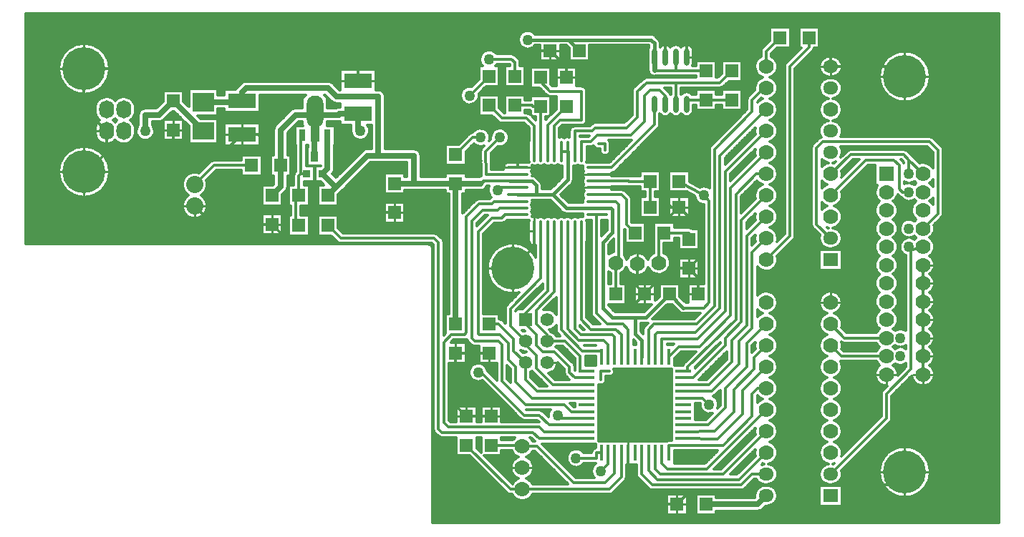
<source format=gtl>
%FSLAX24Y24*%
%MOIN*%
G70*
G01*
G75*
%ADD10C,0.0120*%
%ADD11R,0.0600X0.0600*%
%ADD12R,0.0160X0.0750*%
%ADD13R,0.0750X0.0160*%
%ADD14O,0.0160X0.1000*%
%ADD15O,0.1000X0.0160*%
%ADD16R,0.1300X0.0700*%
%ADD17O,0.0240X0.0800*%
%ADD18R,0.0360X0.0500*%
%ADD19R,0.0360X0.0360*%
%ADD20R,0.1000X0.0800*%
%ADD21R,0.1000X0.0900*%
%ADD22R,0.0315X0.0551*%
%ADD23O,0.0787X0.1496*%
%ADD24R,0.0394X0.0730*%
%ADD25C,0.0280*%
%ADD26C,0.0160*%
%ADD27C,0.0240*%
%ADD28C,0.0140*%
%ADD29C,0.0100*%
%ADD30O,0.0700X0.0600*%
%ADD31C,0.0700*%
%ADD32C,0.2000*%
%ADD33R,0.0700X0.0600*%
%ADD34O,0.0700X0.0850*%
%ADD35C,0.0620*%
%ADD36R,0.0620X0.0620*%
%ADD37R,0.0700X0.0700*%
%ADD38C,0.0800*%
%ADD39C,0.0500*%
D10*
X321130Y38780D02*
X321208Y38728D01*
X321300Y38710D01*
X321130Y38780D02*
X321208Y38728D01*
X321300Y38710D01*
X320910Y39100D02*
X320928Y39008D01*
X320980Y38930D01*
X320910Y39100D02*
X320928Y39008D01*
X320980Y38930D01*
X320880Y47500D02*
X320863Y47588D01*
X320813Y47663D01*
X320738Y47712D01*
X320650Y47730D01*
X320880Y47500D02*
X320863Y47588D01*
X320813Y47663D01*
X320738Y47712D01*
X320650Y47730D01*
X316430Y47830D02*
X316508Y47778D01*
X316600Y47760D01*
X316430Y47830D02*
X316508Y47778D01*
X316600Y47760D01*
X321390Y47800D02*
X321372Y47892D01*
X321320Y47970D01*
X321390Y47800D02*
X321372Y47892D01*
X321320Y47970D01*
X321120Y48170D02*
X321042Y48222D01*
X320950Y48240D01*
X321120Y48170D02*
X321042Y48222D01*
X320950Y48240D01*
X323020Y42180D02*
X322922Y42173D01*
X322828Y42144D01*
X322743Y42095D01*
X322672Y42028D01*
X322618Y41947D01*
X322583Y41855D01*
X322570Y41758D01*
X322580Y41660D01*
X322611Y41567D01*
X322662Y41484D01*
X322732Y41414D01*
X322815Y41362D01*
X322907Y41330D01*
X323005Y41320D01*
X323102Y41332D01*
X323194Y41366D01*
X322680Y43030D02*
X322758Y42978D01*
X322850Y42960D01*
X323425Y41814D02*
X323398Y41914D01*
X323347Y42004D01*
X323276Y42079D01*
X323190Y42136D01*
X323092Y42170D01*
X322680Y43030D02*
X322758Y42978D01*
X322850Y42960D01*
X323092Y42170D02*
X323020Y42180D01*
X322380Y43260D02*
X322471Y43278D01*
X322380Y43260D02*
X322471Y43278D01*
X322530Y43180D01*
X322471Y43278D02*
X322530Y43180D01*
X324120Y44170D02*
X324056Y44216D01*
X323980Y44238D01*
X324120Y44170D02*
X324056Y44216D01*
X323980Y44238D01*
X305830Y51100D02*
X305826Y51200D01*
X305813Y51299D01*
X305792Y51397D01*
X305763Y51493D01*
X305725Y51586D01*
X305680Y51675D01*
X305628Y51761D01*
X305568Y51841D01*
X305502Y51916D01*
X305430Y51986D01*
X305352Y52049D01*
X305269Y52105D01*
X305181Y52154D01*
X305090Y52195D01*
X304996Y52228D01*
X304899Y52254D01*
X304800Y52270D01*
X304700Y52279D01*
X304600D01*
X304500Y52270D01*
X304401Y52254D01*
X304304Y52228D01*
X304210Y52195D01*
X304119Y52154D01*
X304031Y52105D01*
X303948Y52049D01*
X303870Y51986D01*
X303798Y51916D01*
X303732Y51841D01*
X303672Y51761D01*
X303620Y51675D01*
X303575Y51586D01*
X303537Y51493D01*
X303508Y51397D01*
X303487Y51299D01*
X303474Y51200D01*
X303470Y51100D01*
X303474Y51000D01*
X303487Y50901D01*
X303508Y50803D01*
X303537Y50707D01*
X303575Y50614D01*
X303620Y50525D01*
X303672Y50439D01*
X303732Y50359D01*
X303798Y50284D01*
X303870Y50214D01*
X303948Y50151D01*
X304031Y50095D01*
X304119Y50046D01*
X304210Y50005D01*
X304304Y49972D01*
X304401Y49946D01*
X304500Y49930D01*
X304600Y49921D01*
X304700D01*
X304800Y49930D01*
X304899Y49946D01*
X304996Y49972D01*
X305090Y50005D01*
X305181Y50046D01*
X305269Y50095D01*
X305352Y50151D01*
X305430Y50214D01*
X305502Y50284D01*
X305568Y50359D01*
X305628Y50439D01*
X305680Y50525D01*
X305725Y50614D01*
X305763Y50707D01*
X305792Y50803D01*
X305813Y50901D01*
X305826Y51000D01*
X305830Y51100D01*
X309506Y50000D02*
X309424Y49941D01*
X309353Y49870D01*
X309296Y49787D01*
X309254Y49695D01*
X309228Y49597D01*
X309220Y49497D01*
X309229Y49396D01*
X309256Y49299D01*
X309299Y49208D01*
X309357Y49125D01*
X309429Y49054D01*
X309512Y48997D01*
X309604Y48954D01*
X309701Y48928D01*
X309802Y48920D01*
X309902Y48929D01*
X310000Y48955D01*
X310091Y48998D01*
X310174Y49056D01*
X310245Y49128D01*
X310303Y49210D01*
X310345Y49302D01*
X310371Y49399D01*
X310380Y49500D01*
X310004Y51043D02*
X309906Y51070D01*
X309806Y51080D01*
X309705Y51072D01*
X309607Y51047D01*
X309515Y51005D01*
X309431Y50948D01*
X309359Y50877D01*
X309300Y50794D01*
X309257Y50703D01*
X309230Y50606D01*
X309220Y50505D01*
X309228Y50404D01*
X309253Y50306D01*
X309295Y50214D01*
X309353Y50131D01*
X309424Y50059D01*
X309506Y50000D01*
X310380Y49500D02*
X310371Y49600D01*
X310346Y49697D01*
X310303Y49788D01*
X310246Y49870D01*
X310176Y49942D01*
X310094Y50000D01*
X310176Y50058D01*
X310246Y50130D01*
X310303Y50212D01*
X310346Y50303D01*
X310371Y50400D01*
X310380Y50500D01*
X314026Y50174D02*
X314077Y50240D01*
X314109Y50317D01*
X314120Y50400D01*
X314026Y50173D02*
X314077Y50240D01*
X314109Y50317D01*
X314120Y50400D01*
X324100Y48710D02*
X324188Y48727D01*
X324264Y48775D01*
X323050Y49840D02*
X322958Y49822D01*
X322880Y49770D01*
X323050Y49840D02*
X322958Y49822D01*
X322880Y49770D01*
X323616Y49919D02*
X323566Y49874D01*
X323616Y49919D02*
X323565Y49873D01*
X323100Y50230D02*
X323196Y50245D01*
X323283Y50288D01*
X323354Y50355D01*
X323400Y50440D01*
X323504D02*
X323472Y50350D01*
X323460Y50255D01*
X323470Y50160D01*
X323500Y50069D01*
X323549Y49988D01*
X323616Y49919D01*
X324330Y36130D02*
X324408Y36078D01*
X324500Y36060D01*
X324330Y36130D02*
X324408Y36078D01*
X324500Y36060D01*
X324874Y36800D02*
X324786Y36760D01*
X324707Y36704D01*
X324639Y36635D01*
X324585Y36554D01*
X324577Y36060D02*
X324629Y35978D01*
X324695Y35906D01*
X324773Y35848D01*
X324860Y35805D01*
X324953Y35779D01*
X325050Y35770D01*
X325147Y35779D01*
X325240Y35805D01*
X325327Y35848D01*
X325405Y35906D01*
X325471Y35978D01*
X325523Y36060D01*
Y36540D02*
X325468Y36625D01*
X325399Y36699D01*
X325317Y36758D01*
X325226Y36800D01*
X324874Y37800D02*
X324783Y37758D01*
X324702Y37699D01*
X324633Y37627D01*
X324578Y37542D01*
X324541Y37449D01*
X324522Y37350D01*
Y37250D01*
X324541Y37151D01*
X324578Y37058D01*
X324633Y36973D01*
X324702Y36901D01*
X324783Y36842D01*
X324874Y36800D01*
X324555Y38110D02*
X324595Y38028D01*
X324649Y37953D01*
X324715Y37889D01*
X324791Y37838D01*
X324874Y37800D01*
X325226Y36800D02*
X325311Y36839D01*
X325387Y36891D01*
X325454Y36957D01*
X325508Y37033D01*
X325547Y37117D01*
X325572Y37207D01*
X325580Y37300D01*
X325572Y37393D01*
X325547Y37483D01*
X325508Y37567D01*
X325454Y37643D01*
X325387Y37709D01*
X325311Y37761D01*
X325226Y37800D01*
X324714Y38710D02*
X324656Y38654D01*
X324606Y38590D01*
X324980Y39580D02*
X325058Y39528D01*
X325150Y39510D01*
X325226Y37800D02*
X325317Y37842D01*
X325399Y37901D01*
X325468Y37975D01*
X325523Y38060D01*
Y38540D02*
X325463Y38632D01*
X325386Y38710D01*
X324980Y39580D02*
X325058Y39528D01*
X325150Y39510D01*
X326020Y39920D02*
X325942Y39972D01*
X325850Y39990D01*
X326020Y39920D02*
X325942Y39972D01*
X325850Y39990D01*
X326357Y40010D02*
X326310Y39931D01*
X326280Y39843D01*
X326270Y39752D01*
X326280Y39660D01*
X329100Y36060D02*
X329192Y36078D01*
X329270Y36130D01*
X329100Y36060D02*
X329192Y36078D01*
X329270Y36130D01*
X327907Y37990D02*
X327842Y38066D01*
X327762Y38124D01*
X327670Y38163D01*
X327572Y38179D01*
X327473Y38173D01*
X327378Y38144D01*
X327292Y38094D01*
X327220Y38025D01*
X327165Y37942D01*
X327132Y37849D01*
X327120Y37750D01*
X327132Y37651D01*
X327165Y37558D01*
X327220Y37475D01*
X327292Y37406D01*
X327378Y37356D01*
X327473Y37327D01*
X327572Y37321D01*
X327670Y37337D01*
X327762Y37376D01*
X327842Y37434D01*
X327907Y37510D01*
X328460Y37507D02*
X328387Y37445D01*
X328330Y37368D01*
X328290Y37281D01*
X328272Y37187D01*
X328274Y37092D01*
X328297Y36999D01*
X328341Y36914D01*
X328402Y36840D01*
X328460Y38227D02*
X328358Y38183D01*
X328286Y38098D01*
X328260Y37990D01*
X328460Y38227D02*
X328358Y38183D01*
X328286Y38098D01*
X328260Y37990D01*
X327010Y41740D02*
X327028Y41648D01*
X327080Y41570D01*
X327010Y41740D02*
X327028Y41648D01*
X327080Y41570D01*
X328605Y41180D02*
X328697Y41160D01*
X328790Y41177D01*
X328869Y41229D01*
X328921Y41308D01*
X328940Y41400D01*
X324974Y42765D02*
X325084Y42724D01*
X325201Y42710D01*
X325440Y41773D02*
X325502Y41814D01*
X325221Y42690D02*
X325144Y42687D01*
X325068Y42672D01*
X325502Y41814D02*
X325530Y41780D01*
X325502Y41814D02*
X325530Y41780D01*
X325171Y43689D02*
X325068Y43672D01*
X324330Y44890D02*
X324278Y44812D01*
X324260Y44720D01*
X324330Y44890D02*
X324278Y44812D01*
X324260Y44720D01*
X326274Y41716D02*
X326370Y41740D01*
X326459Y41784D01*
X326537Y41845D01*
X326602Y41920D01*
X326650Y42007D01*
X326680Y42101D01*
X326690Y42200D01*
X326710Y42880D02*
X326614Y42938D01*
X326710Y42880D02*
X326614Y42938D01*
X326627Y43440D02*
X326563Y43529D01*
X326481Y43602D01*
X326384Y43654D01*
X326316Y43724D02*
X326407Y43756D01*
X326490Y43805D01*
X326562Y43870D01*
X326620Y43948D01*
Y44452D02*
X326564Y44528D01*
X326494Y44592D01*
X326413Y44641D01*
X326324Y44674D01*
X326231Y44689D01*
X326136Y44686D01*
X326044Y44664D01*
X326620Y43730D02*
X326638Y43638D01*
X326690Y43560D01*
X326620Y43730D02*
X326638Y43638D01*
X326690Y43560D01*
X324100Y48710D02*
X324188Y48727D01*
X324264Y48775D01*
X324338Y48843D02*
X324420Y48830D01*
X325360Y48850D02*
X325340Y48750D01*
X325260Y48830D02*
X325360Y48850D01*
X325500Y48990D02*
X325520Y49090D01*
X325507Y49172D01*
X325469Y49245D01*
X325507Y49318D01*
X325520Y49400D01*
X325506Y49485D01*
X325465Y49560D01*
X325506Y49635D01*
X325520Y49720D01*
X325515Y49770D01*
X325670Y47097D02*
X325624Y47187D01*
X325570Y47272D01*
X325509Y47353D01*
X325441Y47428D01*
X325367Y47496D01*
X325288Y47559D01*
X325203Y47614D01*
X325115Y47662D01*
X325022Y47702D01*
X324926Y47734D01*
X324828Y47758D01*
X324729Y47773D01*
X324628Y47780D01*
X324527Y47778D01*
X324427Y47767D01*
X324328Y47748D01*
X324230Y47721D01*
X324136Y47685D01*
X324045Y47641D01*
X323958Y47590D01*
X323876Y47532D01*
X323799Y47466D01*
X323728Y47395D01*
X323663Y47317D01*
X323605Y47235D01*
X323555Y47147D01*
X323512Y47056D01*
X323477Y46961D01*
X323450Y46864D01*
X323432Y46765D01*
X323422Y46665D01*
X323421Y46564D01*
X323428Y46463D01*
X323444Y46363D01*
X323468Y46265D01*
X323501Y46170D01*
X323542Y46078D01*
X323590Y45989D01*
X323646Y45905D01*
X323709Y45826D01*
X323778Y45753D01*
X323854Y45686D01*
X323935Y45625D01*
X324020Y45572D01*
X324110Y45526D01*
X324204Y45489D01*
X324300Y45459D01*
X324399Y45437D01*
X324499Y45424D01*
X324600Y45420D01*
X324700Y45424D01*
X324801Y45437D01*
X324899Y45459D01*
X325340Y47910D02*
X325357Y47816D01*
X325408Y47735D01*
X325483Y47678D01*
X325575Y47651D01*
X325670Y47660D01*
X325755Y48959D02*
X325675Y48999D01*
X325587Y49010D01*
X325500Y48990D01*
X326070Y48955D02*
X325969Y49003D01*
X325857Y49005D01*
X325755Y48959D01*
X326385D02*
X326283Y49005D01*
X326171Y49003D01*
X326070Y48955D01*
X326700D02*
X326599Y49003D01*
X326487Y49005D01*
X326385Y48959D01*
X327015D02*
X326913Y49005D01*
X326801Y49003D01*
X326700Y48955D01*
X327490Y42000D02*
X327472Y42092D01*
X327420Y42170D01*
X327490Y42000D02*
X327472Y42092D01*
X327420Y42170D01*
X329100Y41560D02*
X329192Y41578D01*
X329270Y41630D01*
X329322Y41708D01*
X329340Y41800D01*
X329311Y41915D01*
X328260Y44500D02*
X328278Y44408D01*
X328330Y44330D01*
X328260Y44500D02*
X328278Y44408D01*
X328330Y44330D01*
X327330Y48955D02*
X327229Y49003D01*
X327117Y49005D01*
X327015Y48959D01*
X327645D02*
X327543Y49005D01*
X327431Y49003D01*
X327330Y48955D01*
X327877Y48998D02*
X327756Y49006D01*
X327645Y48959D01*
X328040Y47810D02*
X328060Y47910D01*
Y48750D02*
X328043Y48842D01*
X328120Y48830D01*
X326916Y49216D02*
X327001Y49160D01*
X327100Y49140D01*
X326916Y49216D02*
X327001Y49160D01*
X327100Y49140D01*
X327865D02*
X327877Y48998D01*
X327911Y49875D02*
X327865Y49772D01*
X327867Y49660D01*
X327919Y50195D02*
X327868Y50093D01*
X327865Y49979D01*
X327911Y49875D01*
X327908Y50510D02*
X327864Y50407D01*
X327868Y50295D01*
X327919Y50195D01*
X329060Y46443D02*
X329160Y46377D01*
X329310Y47372D02*
X329220Y47349D01*
X329136Y47310D01*
X329060Y47257D01*
X328960Y48830D02*
X328990Y48832D01*
X310380Y50500D02*
X310371Y50603D01*
X310343Y50704D01*
X310700Y51640D02*
X310608Y51622D01*
X310530Y51570D01*
X310700Y51640D02*
X310608Y51622D01*
X310530Y51570D01*
X305170Y52925D02*
X305179Y52827D01*
X305206Y52732D01*
X305251Y52644D01*
X305311Y52565D01*
X305384Y52499D01*
X305469Y52448D01*
X305561Y52413D01*
X305659Y52397D01*
X305758Y52398D01*
X305854Y52418D01*
X305946Y52455D01*
X306029Y52509D01*
X306100Y52577D01*
X306171Y52509D01*
X306254Y52455D01*
X306346Y52418D01*
X306442Y52398D01*
X306541Y52397D01*
X306639Y52413D01*
X306731Y52448D01*
X306816Y52499D01*
X306889Y52565D01*
X306949Y52644D01*
X306994Y52732D01*
X307021Y52827D01*
X307030Y52925D01*
X305383Y53500D02*
X305310Y53434D01*
X305250Y53356D01*
X305206Y53268D01*
X305179Y53173D01*
X305170Y53075D01*
X307030D02*
X307021Y53173D01*
X306994Y53268D01*
X306950Y53356D01*
X306890Y53434D01*
X306817Y53500D01*
X306100Y53423D02*
X306017Y53500D01*
X306183D02*
X306100Y53423D01*
X307180Y53287D02*
X307123Y53208D01*
X307086Y53117D01*
X307071Y53021D01*
X307077Y52923D01*
X307105Y52830D01*
X307154Y52745D01*
X307221Y52673D01*
X307302Y52619D01*
X307393Y52584D01*
X307490Y52570D01*
X307587Y52579D01*
X307680Y52609D01*
X307763Y52660D01*
X307833Y52728D01*
X307886Y52811D01*
X307919Y52903D01*
X307930Y53000D01*
X307917Y53104D01*
X307880Y53201D01*
X307820Y53287D01*
X308150Y53430D02*
X308238Y53442D01*
X308320Y53479D01*
X308150Y53430D02*
X308238Y53442D01*
X308320Y53479D01*
X308376Y53524D01*
X308320Y53479D02*
X308377Y53524D01*
X314480Y51070D02*
X314428Y50992D01*
X314410Y50900D01*
X314480Y51070D02*
X314428Y50992D01*
X314410Y50900D01*
X316207Y51005D02*
X316258Y51071D01*
X316290Y51148D01*
X316301Y51231D01*
X316207Y51005D02*
X316258Y51071D01*
X316290Y51148D01*
X316301Y51231D01*
X313574Y53277D02*
X313523Y53210D01*
X313491Y53133D01*
X313480Y53050D01*
X313574Y53276D02*
X313523Y53210D01*
X313491Y53133D01*
X313480Y53050D01*
X317850Y52170D02*
X317767Y52159D01*
X317690Y52127D01*
X317624Y52076D01*
X317850Y52170D02*
X317767Y52159D01*
X317690Y52127D01*
X317623Y52076D01*
X316500Y53430D02*
X316570Y53438D01*
X316500Y53430D02*
X316570Y53438D01*
X317080Y53093D02*
X317070Y52990D01*
X317085Y52888D01*
X317123Y52793D01*
X317183Y52709D01*
X317261Y52642D01*
X317353Y52596D01*
X317453Y52573D01*
X317556Y52574D01*
X317656Y52599D01*
X317747Y52648D01*
X317823Y52717D01*
X317881Y52802D01*
X317918Y52898D01*
X317930Y53000D01*
X317919Y53096D01*
X317887Y53188D01*
X317835Y53270D01*
X305170Y53925D02*
X305179Y53827D01*
X305206Y53732D01*
X305250Y53644D01*
X305310Y53566D01*
X305383Y53500D01*
X306017D02*
X306100Y53577D01*
X306183Y53500D01*
X306817D02*
X306890Y53566D01*
X306950Y53644D01*
X306994Y53732D01*
X307021Y53827D01*
X307030Y53925D01*
X306100Y54423D02*
X306029Y54491D01*
X305946Y54545D01*
X305854Y54582D01*
X305758Y54602D01*
X305659Y54603D01*
X305561Y54587D01*
X305469Y54552D01*
X305384Y54501D01*
X305311Y54435D01*
X305251Y54356D01*
X305206Y54268D01*
X305179Y54173D01*
X305170Y54075D01*
X307030D02*
X307021Y54173D01*
X306994Y54268D01*
X306949Y54356D01*
X306889Y54435D01*
X306816Y54501D01*
X306731Y54552D01*
X306639Y54587D01*
X306541Y54603D01*
X306442Y54602D01*
X306346Y54582D01*
X306254Y54545D01*
X306171Y54491D01*
X306100Y54423D01*
X307500Y54070D02*
X307401Y54054D01*
X307312Y54009D01*
X307241Y53938D01*
X307196Y53849D01*
X307180Y53750D01*
X307500Y54070D02*
X307401Y54054D01*
X307312Y54009D01*
X307241Y53938D01*
X307196Y53849D01*
X307180Y53750D01*
X305830Y55900D02*
X305826Y56000D01*
X305813Y56099D01*
X305792Y56197D01*
X305763Y56293D01*
X305725Y56386D01*
X305680Y56475D01*
X305628Y56561D01*
X305568Y56641D01*
X305502Y56716D01*
X305430Y56786D01*
X305352Y56849D01*
X305269Y56905D01*
X305181Y56954D01*
X305090Y56995D01*
X304996Y57028D01*
X304899Y57054D01*
X304800Y57070D01*
X304700Y57079D01*
X304600D01*
X304500Y57070D01*
X304401Y57054D01*
X304304Y57028D01*
X304210Y56995D01*
X304119Y56954D01*
X304031Y56905D01*
X303948Y56849D01*
X303870Y56786D01*
X303798Y56716D01*
X303732Y56641D01*
X303672Y56561D01*
X303620Y56475D01*
X303575Y56386D01*
X303537Y56293D01*
X303508Y56197D01*
X303487Y56099D01*
X303474Y56000D01*
X303470Y55900D01*
X303474Y55800D01*
X303487Y55701D01*
X303508Y55603D01*
X303537Y55507D01*
X303575Y55414D01*
X303620Y55325D01*
X303672Y55239D01*
X303732Y55159D01*
X303798Y55084D01*
X303870Y55014D01*
X303948Y54951D01*
X304031Y54895D01*
X304119Y54846D01*
X304210Y54805D01*
X304304Y54772D01*
X304401Y54746D01*
X304500Y54730D01*
X304600Y54721D01*
X304700D01*
X304800Y54730D01*
X304899Y54746D01*
X304996Y54772D01*
X305090Y54805D01*
X305181Y54846D01*
X305269Y54895D01*
X305352Y54951D01*
X305430Y55014D01*
X305502Y55084D01*
X305568Y55159D01*
X305628Y55239D01*
X305680Y55325D01*
X305725Y55414D01*
X305763Y55507D01*
X305792Y55603D01*
X305813Y55701D01*
X305826Y55800D01*
X305830Y55900D01*
X314500Y54070D02*
X314417Y54059D01*
X314340Y54027D01*
X314274Y53976D01*
X314500Y54070D02*
X314417Y54059D01*
X314340Y54027D01*
X314273Y53976D01*
X316550Y54120D02*
X316461Y54107D01*
X316378Y54070D01*
X316550Y54120D02*
X316461Y54107D01*
X316378Y54070D01*
X316174Y54374D02*
X316240Y54323D01*
X316317Y54291D01*
X316400Y54280D01*
X316173Y54374D02*
X316240Y54323D01*
X316317Y54291D01*
X316400Y54280D01*
X311768Y55011D02*
X311712Y54930D01*
X311768Y55011D02*
X311712Y54930D01*
X312200Y55320D02*
X312115Y55308D01*
X312036Y55274D01*
X311968Y55221D01*
X312200Y55320D02*
X312115Y55308D01*
X312036Y55274D01*
X311968Y55221D01*
X316227Y55226D02*
X316160Y55277D01*
X316083Y55309D01*
X316000Y55320D01*
X316226Y55226D02*
X316160Y55277D01*
X316083Y55309D01*
X316000Y55320D01*
X323139Y50915D02*
X323080Y50876D01*
X323130Y50976D02*
X323139Y50915D01*
X323130Y50976D02*
X323139Y50915D01*
X324420Y51550D02*
X324326Y51533D01*
X324245Y51482D01*
X324188Y51407D01*
X324161Y51315D01*
X324170Y51220D01*
X325360Y51530D02*
X325260Y51550D01*
X320320Y51850D02*
X320304Y51949D01*
X320259Y52038D01*
X320188Y52109D01*
X320099Y52154D01*
X320000Y52170D01*
X320320Y51850D02*
X320304Y51949D01*
X320259Y52038D01*
X320188Y52109D01*
X320099Y52154D01*
X320000Y52170D01*
X323180Y52220D02*
X323127Y52140D01*
X323110Y52046D01*
X323180Y52220D02*
X323127Y52140D01*
X323110Y52045D01*
X322791Y52401D02*
X322870Y52337D01*
X322962Y52293D01*
X323062Y52272D01*
X323164Y52275D01*
X323262Y52302D01*
X322743Y52940D02*
X322655Y52920D01*
X322580Y52870D01*
X322743Y52940D02*
X322655Y52920D01*
X322580Y52870D01*
X323498Y52538D02*
X323522Y52617D01*
X323530Y52700D01*
X323518Y52799D01*
X323485Y52892D01*
X323430Y52975D01*
X323358Y53044D01*
X323272Y53094D01*
X323177Y53123D01*
X323078Y53129D01*
X322980Y53113D01*
X322888Y53074D01*
X322808Y53015D01*
X322743Y52940D01*
X323917Y52278D02*
X324012Y52270D01*
X324105Y52283D01*
X324194Y52316D01*
X324273Y52368D01*
X324339Y52436D01*
X324389Y52516D01*
X324420Y52606D01*
X324430Y52700D01*
X324418Y52801D01*
X324382Y52897D01*
X324325Y52982D01*
X324249Y53050D01*
X324159Y53099D01*
X324061Y53126D01*
X323959Y53128D01*
X323859Y53106D01*
X323767Y53061D01*
X323688Y52996D01*
X323627Y52914D01*
X323587Y52820D01*
X323570Y52719D01*
X323578Y52617D01*
X323930Y53430D02*
X324008Y53378D01*
X324100Y53360D01*
X323930Y53430D02*
X324008Y53378D01*
X324100Y53360D01*
X325420Y53770D02*
X325342Y53822D01*
X325250Y53840D01*
X325420Y53770D02*
X325342Y53822D01*
X325250Y53840D01*
X325684Y50844D02*
X325605Y50898D01*
X325513Y50920D01*
X325684Y50844D02*
X325605Y50898D01*
X325513Y50920D01*
X325520Y50980D01*
X325507Y51062D01*
X325469Y51135D01*
X325507Y51208D01*
X325520Y51290D01*
X325960Y50460D02*
X325940Y50560D01*
X325884Y50644D01*
X325960Y50460D02*
X325940Y50560D01*
X325884Y50644D01*
X327354Y50546D02*
X327410Y50630D01*
X327430Y50730D01*
X327354Y50546D02*
X327410Y50630D01*
X327430Y50730D01*
X325520Y51290D02*
X325500Y51390D01*
X325340Y51630D02*
X325360Y51530D01*
X325500Y51390D02*
X325587Y51370D01*
X325675Y51381D01*
X325755Y51421D01*
X325857Y51375D01*
X325969Y51377D01*
X326070Y51425D01*
X326171Y51377D01*
X326283Y51375D01*
X326385Y51421D01*
X326487Y51375D01*
X326599Y51377D01*
X326700Y51425D01*
X326800Y51377D01*
X326910Y51375D01*
X327430Y51377D02*
X327542Y51375D01*
X327645Y51421D01*
X327915Y50820D02*
X327867Y50721D01*
X327865Y50611D01*
X327908Y50510D01*
X329204Y50270D02*
X329220Y50360D01*
X329213Y50420D01*
X329207Y50900D02*
X329220Y50980D01*
X327911Y51135D02*
X327865Y51033D01*
X327867Y50921D01*
X327915Y50820D01*
X327877Y51382D02*
X327860Y51297D01*
X327872Y51212D01*
X327911Y51135D01*
X327645Y51421D02*
X327756Y51374D01*
X327877Y51382D01*
X328043Y51538D02*
X328060Y51630D01*
X328120Y51550D02*
X328043Y51538D01*
X329220Y50980D02*
X329210Y51050D01*
X329297Y51070D01*
X329370Y51120D01*
X329210Y51050D02*
X329297Y51070D01*
X329370Y51120D01*
X329060Y51530D02*
X328960Y51550D01*
X325360Y52570D02*
X325340Y52470D01*
X327015Y52679D02*
X326902Y52727D01*
X326780Y52717D01*
X327250D02*
X327128Y52727D01*
X327015Y52679D01*
X327490Y53240D02*
X327398Y53222D01*
X327320Y53170D01*
X327268Y53092D01*
X327250Y53000D01*
X327490Y53240D02*
X327398Y53222D01*
X327320Y53170D01*
X327268Y53092D01*
X327250Y53000D01*
X327800Y52740D02*
X327730Y52730D01*
X327800Y52740D02*
X327730Y52730D01*
X327800Y53260D02*
X327892Y53278D01*
X327970Y53330D01*
X328022Y53408D01*
X328040Y53500D01*
X327800Y53260D02*
X327892Y53278D01*
X327970Y53330D01*
X328022Y53408D01*
X328040Y53500D01*
X328250Y52260D02*
X328382Y52300D01*
X328250Y52260D02*
X328382Y52300D01*
Y52300D02*
X328435Y52226D01*
X328511Y52177D01*
X328600Y52160D01*
X328660Y52100D02*
X328678Y52008D01*
X328730Y51930D01*
X328808Y51878D01*
X328900Y51860D01*
X328992Y51878D01*
X329070Y51930D01*
X329122Y52008D01*
X329140Y52100D01*
Y52400D02*
X329124Y52486D01*
X329079Y52560D01*
X329140Y52400D02*
X329124Y52486D01*
X329079Y52560D01*
X328450Y53390D02*
X328358Y53372D01*
X328280Y53320D01*
X328450Y53390D02*
X328358Y53372D01*
X328280Y53320D01*
X318670Y54600D02*
X318654Y54699D01*
X318609Y54788D01*
X318538Y54859D01*
X318449Y54904D01*
X318350Y54920D01*
X318670Y54600D02*
X318654Y54699D01*
X318609Y54788D01*
X318538Y54859D01*
X318449Y54904D01*
X318350Y54920D01*
X323020Y54558D02*
X323030Y54650D01*
X323029Y54680D01*
X323022Y54733D01*
X322683Y55072D02*
X322582Y55080D01*
X322483Y55064D01*
X322390Y55025D01*
X322309Y54966D01*
X322243Y54890D01*
X322197Y54800D01*
X322173Y54703D01*
X322173Y54602D01*
X322196Y54504D01*
X322240Y54414D01*
X322305Y54337D01*
X322386Y54277D01*
X322478Y54238D01*
X322578Y54221D01*
X322678Y54227D01*
X322774Y54257D01*
X322861Y54308D01*
X322933Y54378D01*
X322987Y54463D01*
X323020Y54558D01*
X323857Y56590D02*
X323794Y56664D01*
X323716Y56722D01*
X323627Y56761D01*
X323532Y56779D01*
X323435Y56775D01*
X323342Y56750D01*
X323256Y56704D01*
X323183Y56641D01*
X323126Y56562D01*
X323088Y56473D01*
X323071Y56378D01*
X323076Y56281D01*
X323102Y56188D01*
X323148Y56102D01*
X323213Y56030D01*
X323787D02*
X323857Y56110D01*
X324720Y56520D02*
X324642Y56572D01*
X324550Y56590D01*
X324940Y56200D02*
X324922Y56292D01*
X324870Y56370D01*
X324940Y56200D02*
X324922Y56292D01*
X324870Y56370D01*
X324720Y56520D02*
X324642Y56572D01*
X324550Y56590D01*
X325642Y57510D02*
X325572Y57583D01*
X325486Y57638D01*
X325389Y57671D01*
X325288Y57680D01*
X325187Y57665D01*
X325093Y57627D01*
X325010Y57568D01*
X324944Y57490D01*
X324897Y57400D01*
X324873Y57301D01*
Y57199D01*
X324897Y57100D01*
X324944Y57010D01*
X325010Y56932D01*
X325093Y56873D01*
X325187Y56835D01*
X325288Y56820D01*
X325389Y56829D01*
X325486Y56862D01*
X325572Y56917D01*
X325642Y56990D01*
X326180Y54680D02*
X326254Y54630D01*
X326180Y54680D02*
X326254Y54630D01*
X326350Y54610D01*
X326254Y54630D02*
X326350Y54610D01*
X328040Y54850D02*
X328022Y54942D01*
X327970Y55020D01*
X327892Y55072D01*
X327800Y55090D01*
X328040Y54850D02*
X328022Y54942D01*
X327970Y55020D01*
X327892Y55072D01*
X327800Y55090D01*
X330930Y36330D02*
X331008Y36278D01*
X331100Y36260D01*
X330930Y36330D02*
X331008Y36278D01*
X331100Y36260D01*
X329830Y36690D02*
X329882Y36768D01*
X329900Y36860D01*
X329830Y36690D02*
X329882Y36768D01*
X329900Y36860D01*
X330360Y37000D02*
X330378Y36908D01*
X330430Y36830D01*
X330360Y37000D02*
X330378Y36908D01*
X330430Y36830D01*
X331860Y38570D02*
X331753Y38545D01*
X331860Y38570D02*
X331753Y38545D01*
X333324Y40310D02*
X333322Y40210D01*
X333343Y40112D01*
X333386Y40022D01*
X333448Y39944D01*
X333527Y39882D01*
X333618Y39841D01*
X333716Y39821D01*
X333816Y39825D01*
X333912Y39852D01*
X335250Y36260D02*
X335342Y36278D01*
X335420Y36330D01*
X335250Y36260D02*
X335342Y36278D01*
X335420Y36330D01*
X336000Y35280D02*
X336083Y35291D01*
X336160Y35323D01*
X336227Y35374D01*
X336000Y35280D02*
X336083Y35291D01*
X336160Y35323D01*
X336226Y35374D01*
X336350Y36480D02*
X336248Y36469D01*
X336150Y36436D01*
X336061Y36383D01*
X335986Y36313D01*
X335928Y36228D01*
X335889Y36133D01*
X335871Y36031D01*
X335875Y35928D01*
X335934Y36760D02*
X335993Y36679D01*
X336068Y36612D01*
X336155Y36562D01*
X336250Y36530D01*
X336350Y36520D01*
X334180Y40250D02*
X334170Y40344D01*
X334139Y40434D01*
X334089Y40515D01*
X334022Y40583D01*
X333942Y40635D01*
X334030Y40690D01*
X333942Y40635D02*
X334030Y40690D01*
X334148Y40088D02*
X334172Y40167D01*
X334180Y40250D01*
X336308Y37478D02*
X336193Y37454D01*
X336236Y37496D02*
X336308Y37478D01*
X335893Y38153D02*
X335872Y38048D01*
X335873Y37940D01*
X335896Y37836D01*
X335893Y39153D02*
X335872Y39048D01*
X335873Y38940D01*
X335896Y38836D01*
X336224Y40500D02*
X336137Y40460D01*
X336058Y40405D01*
X335990Y40336D01*
X335996Y40657D02*
X336063Y40591D01*
X336139Y40539D01*
X336224Y40500D01*
X330750Y43920D02*
X330698Y43842D01*
X330680Y43750D01*
X330750Y43920D02*
X330698Y43842D01*
X330680Y43750D01*
X330800Y44040D02*
X330885Y44054D01*
X330800Y44040D02*
X330885Y44054D01*
X331170Y44240D02*
X331096Y44228D01*
X331170Y44240D02*
X331096Y44228D01*
X329640Y46377D02*
X329720Y46428D01*
X329790Y46492D01*
X329848Y46567D01*
X329891Y46651D01*
X329909Y46999D02*
X329861Y47111D01*
X329790Y47209D01*
X330891Y46999D02*
X330847Y47085D01*
X330788Y47161D01*
X330716Y47225D01*
X330634Y47276D01*
X330543Y47310D01*
X330448Y47328D01*
X330352D01*
X330257Y47310D01*
X330166Y47276D01*
X330084Y47225D01*
X330012Y47161D01*
X329953Y47085D01*
X329909Y46999D01*
X329891Y46651D02*
X329927Y46561D01*
X329979Y46478D01*
X330045Y46407D01*
X330122Y46349D01*
X330210Y46305D01*
X330303Y46279D01*
X330400Y46270D01*
X330497Y46279D01*
X330590Y46305D01*
X330678Y46349D01*
X330755Y46407D01*
X330821Y46478D01*
X330873Y46561D01*
X330909Y46651D01*
X331160Y47323D02*
X331069Y47264D01*
X330992Y47188D01*
X330932Y47099D01*
X330891Y46999D01*
X330909Y46651D02*
X330953Y46565D01*
X331013Y46488D01*
X331086Y46423D01*
X331169Y46373D01*
X331260Y46339D01*
X331356Y46322D01*
X331453Y46323D01*
X331549Y46341D01*
X331639Y46377D01*
X331721Y46429D01*
X331793Y46494D01*
X331851Y46572D01*
X331895Y46660D01*
X331921Y46753D01*
X331930Y46850D01*
X331921Y46947D01*
X331895Y47040D01*
X331852Y47127D01*
X331794Y47205D01*
X331722Y47271D01*
X331640Y47323D01*
X332582Y42172D02*
X332518Y42060D01*
X332582Y42172D02*
X332518Y42060D01*
X335893Y43153D02*
X335872Y43048D01*
X335873Y42940D01*
X335896Y42836D01*
X332366Y44566D02*
X332451Y44510D01*
X332550Y44490D01*
X332650Y44510D01*
X336224Y44500D02*
X336137Y44460D01*
X336058Y44405D01*
X335990Y44336D01*
Y44664D02*
X336058Y44595D01*
X336137Y44540D01*
X336224Y44500D01*
X336450Y35520D02*
X336544Y35529D01*
X336634Y35557D01*
X336717Y35601D01*
X336789Y35661D01*
X336849Y35733D01*
X336893Y35816D01*
X336921Y35906D01*
X336930Y36000D01*
X336921Y36094D01*
X336893Y36184D01*
X336849Y36267D01*
X336789Y36339D01*
X336717Y36399D01*
X336634Y36443D01*
X336544Y36471D01*
X336450Y36480D01*
Y36520D02*
X336544Y36529D01*
X336634Y36557D01*
X336717Y36601D01*
X336789Y36661D01*
X336849Y36733D01*
X336893Y36816D01*
X336921Y36906D01*
X336930Y37000D01*
X336919Y37101D01*
X336888Y37197D01*
X336836Y37285D01*
X336768Y37360D01*
X336685Y37418D01*
X336592Y37459D01*
X336492Y37478D01*
X336594Y37507D01*
X336688Y37555D01*
X336770Y37621D01*
X336838Y37702D01*
X336888Y37794D01*
X336920Y37895D01*
X336930Y38000D01*
X336922Y38093D01*
X336897Y38183D01*
X336858Y38267D01*
X336804Y38343D01*
X336737Y38409D01*
X336661Y38461D01*
X336576Y38500D01*
X339308Y37478D02*
X339212Y37460D01*
X339122Y37422D01*
X339041Y37367D01*
X338973Y37297D01*
X338921Y37215D01*
X338886Y37124D01*
X338871Y37028D01*
X338875Y36930D01*
X338899Y36836D01*
X338942Y36748D01*
X339001Y36670D01*
X339075Y36607D01*
X339160Y36559D01*
X339253Y36530D01*
X339350Y36520D01*
X339224Y38500D02*
X339134Y38458D01*
X339053Y38401D01*
X338984Y38329D01*
X338930Y38246D01*
X338893Y38154D01*
X338873Y38056D01*
X338872Y37957D01*
X338889Y37859D01*
X338924Y37766D01*
X338976Y37682D01*
X339043Y37608D01*
X339123Y37548D01*
X339212Y37505D01*
X339308Y37478D01*
X339533Y37473D02*
X339492Y37478D01*
X339450Y36520D02*
X339544Y36529D01*
X339634Y36557D01*
X339717Y36601D01*
X339789Y36661D01*
X339849Y36733D01*
X339893Y36816D01*
X339921Y36906D01*
X339930Y37000D01*
X339492Y37478D02*
X339553Y37493D01*
X339930Y38000D02*
X339922Y38093D01*
X339897Y38183D01*
X339858Y38267D01*
X339804Y38343D01*
X339737Y38409D01*
X339661Y38461D01*
X339576Y38500D01*
X339930Y37000D02*
X339923Y37082D01*
X339902Y37162D01*
X339907Y37847D02*
X339924Y37923D01*
X339930Y38000D01*
X336576Y38500D02*
X336661Y38539D01*
X336737Y38591D01*
X336804Y38657D01*
X336858Y38733D01*
X336897Y38817D01*
X336922Y38907D01*
X336930Y39000D01*
X336922Y39093D01*
X336897Y39183D01*
X336858Y39267D01*
X336804Y39343D01*
X336737Y39409D01*
X336661Y39461D01*
X336576Y39500D01*
X336661Y39539D01*
X336737Y39591D01*
X336804Y39657D01*
X336858Y39733D01*
X336897Y39817D01*
X336922Y39907D01*
X336930Y40000D01*
X336922Y40093D01*
X336897Y40183D01*
X336858Y40267D01*
X336804Y40343D01*
X336737Y40409D01*
X336661Y40461D01*
X336576Y40500D01*
X336661Y40539D01*
X336737Y40591D01*
X336804Y40657D01*
X336858Y40733D01*
X336897Y40817D01*
X336922Y40907D01*
X336930Y41000D01*
X336922Y41093D01*
X336897Y41183D01*
X336858Y41267D01*
X336804Y41343D01*
X336737Y41409D01*
X336661Y41461D01*
X336576Y41500D01*
X336661Y41539D01*
X336737Y41591D01*
X336804Y41657D01*
X336858Y41733D01*
X336897Y41817D01*
X336922Y41907D01*
X336930Y42000D01*
X339224Y39500D02*
X339133Y39458D01*
X339052Y39399D01*
X338983Y39327D01*
X338928Y39242D01*
X338891Y39149D01*
X338872Y39050D01*
Y38950D01*
X338891Y38851D01*
X338928Y38758D01*
X338983Y38673D01*
X339052Y38601D01*
X339133Y38542D01*
X339224Y38500D01*
X339576D02*
X339661Y38539D01*
X339737Y38591D01*
X339804Y38657D01*
X339858Y38733D01*
X339897Y38817D01*
X339922Y38907D01*
X339930Y39000D01*
X339922Y39093D01*
X339897Y39183D01*
X339858Y39267D01*
X339804Y39343D01*
X339737Y39409D01*
X339661Y39461D01*
X339576Y39500D01*
X339661Y39539D01*
X339737Y39591D01*
X339804Y39657D01*
X339858Y39733D01*
X339897Y39817D01*
X339922Y39907D01*
X339930Y40000D01*
X339224Y40500D02*
X339133Y40458D01*
X339052Y40399D01*
X338983Y40327D01*
X338928Y40242D01*
X338891Y40149D01*
X338872Y40050D01*
Y39950D01*
X338891Y39851D01*
X338928Y39758D01*
X338983Y39673D01*
X339052Y39601D01*
X339133Y39542D01*
X339224Y39500D01*
Y41500D02*
X339133Y41458D01*
X339052Y41399D01*
X338983Y41327D01*
X338928Y41242D01*
X338891Y41149D01*
X338872Y41050D01*
Y40950D01*
X338891Y40851D01*
X338928Y40758D01*
X338983Y40673D01*
X339052Y40601D01*
X339133Y40542D01*
X339224Y40500D01*
X339930Y40000D02*
X339922Y40093D01*
X339897Y40183D01*
X339858Y40267D01*
X339804Y40343D01*
X339737Y40409D01*
X339661Y40461D01*
X339576Y40500D01*
X339661Y40539D01*
X339737Y40591D01*
X339804Y40657D01*
X339858Y40733D01*
X339897Y40817D01*
X339922Y40907D01*
X339930Y41000D01*
X339922Y41093D01*
X339897Y41183D01*
X339858Y41267D01*
X339804Y41343D01*
X339737Y41409D01*
X339661Y41461D01*
X339576Y41500D01*
X339661Y41539D01*
X339737Y41591D01*
X339804Y41657D01*
X339858Y41733D01*
X339897Y41817D01*
X339922Y41907D01*
X339930Y42000D01*
X344030Y37108D02*
X344026Y37208D01*
X344013Y37308D01*
X343992Y37406D01*
X343963Y37501D01*
X343925Y37594D01*
X343880Y37684D01*
X343828Y37769D01*
X343768Y37850D01*
X343702Y37925D01*
X343630Y37994D01*
X343552Y38057D01*
X343469Y38113D01*
X343381Y38162D01*
X343290Y38203D01*
X343196Y38237D01*
X343099Y38262D01*
X343000Y38279D01*
X342900Y38287D01*
X342800D01*
X342700Y38279D01*
X342601Y38262D01*
X342504Y38237D01*
X342410Y38203D01*
X342319Y38162D01*
X342231Y38113D01*
X342148Y38057D01*
X342070Y37994D01*
X341998Y37925D01*
X341932Y37850D01*
X341872Y37769D01*
X341820Y37684D01*
X341775Y37594D01*
X341737Y37501D01*
X341708Y37406D01*
X341687Y37308D01*
X341674Y37208D01*
X341670Y37108D01*
X341674Y37008D01*
X341687Y36909D01*
X341708Y36811D01*
X341737Y36715D01*
X341775Y36622D01*
X341820Y36533D01*
X341872Y36448D01*
X341932Y36367D01*
X341998Y36292D01*
X342070Y36223D01*
X342148Y36160D01*
X342231Y36104D01*
X342319Y36055D01*
X342410Y36013D01*
X342504Y35980D01*
X342601Y35955D01*
X342700Y35938D01*
X342800Y35929D01*
X342900D01*
X343000Y35938D01*
X343099Y35955D01*
X343196Y35980D01*
X343290Y36013D01*
X343381Y36055D01*
X343469Y36104D01*
X343552Y36160D01*
X343630Y36223D01*
X343702Y36292D01*
X343768Y36367D01*
X343828Y36448D01*
X343880Y36533D01*
X343925Y36622D01*
X343963Y36715D01*
X343992Y36811D01*
X344013Y36909D01*
X344026Y37008D01*
X344030Y37108D01*
X342170Y39430D02*
X342222Y39508D01*
X342240Y39600D01*
X342170Y39430D02*
X342222Y39508D01*
X342240Y39600D01*
X341830Y40920D02*
X341778Y40842D01*
X341760Y40750D01*
X341830Y40920D02*
X341778Y40842D01*
X341760Y40750D01*
X341683Y42075D02*
X341611Y42010D01*
X341552Y41934D01*
X341508Y41847D01*
X341480Y41755D01*
X341470Y41658D01*
X341477Y41562D01*
X341502Y41468D01*
X341543Y41381D01*
X341600Y41302D01*
X341670Y41235D01*
X341751Y41182D01*
X341840Y41145D01*
X341935Y41124D01*
X342032Y41121D01*
X342530Y41650D02*
X342521Y41748D01*
X342494Y41843D01*
X342450Y41931D01*
X342390Y42009D01*
X342317Y42075D01*
X342399Y42151D01*
X342529Y41618D02*
X342530Y41650D01*
X343174Y41585D02*
X343196Y41487D01*
X343235Y41395D01*
X343291Y41313D01*
X343362Y41242D01*
X343444Y41186D01*
X343536Y41146D01*
X343633Y41124D01*
X343733Y41121D01*
X343831Y41137D01*
X343925Y41170D01*
X344011Y41221D01*
X344086Y41287D01*
X344147Y41366D01*
X344193Y41455D01*
X344221Y41551D01*
X344230Y41650D01*
Y41650D02*
X344221Y41748D01*
X344194Y41843D01*
X344150Y41931D01*
X344090Y42009D01*
X344017Y42075D01*
X336930Y42000D02*
X336922Y42093D01*
X336897Y42183D01*
X336858Y42267D01*
X336804Y42343D01*
X336737Y42409D01*
X336661Y42461D01*
X336576Y42500D01*
X336661Y42539D01*
X336737Y42591D01*
X336804Y42657D01*
X336858Y42733D01*
X336897Y42817D01*
X336922Y42907D01*
X336930Y43000D01*
X336922Y43093D01*
X336897Y43183D01*
X336858Y43267D01*
X336804Y43343D01*
X336737Y43409D01*
X336661Y43461D01*
X336576Y43500D01*
X339860Y42263D02*
X339900Y42260D01*
X339224Y42500D02*
X339133Y42458D01*
X339052Y42399D01*
X338983Y42327D01*
X338928Y42242D01*
X338891Y42149D01*
X338872Y42050D01*
Y41950D01*
X338891Y41851D01*
X338928Y41758D01*
X338983Y41673D01*
X339052Y41601D01*
X339133Y41542D01*
X339224Y41500D01*
X339860Y42263D02*
X339900Y42260D01*
X339224Y43500D02*
X339133Y43458D01*
X339052Y43399D01*
X338983Y43327D01*
X338928Y43242D01*
X338891Y43149D01*
X338872Y43050D01*
Y42950D01*
X338891Y42851D01*
X338928Y42758D01*
X338983Y42673D01*
X339052Y42601D01*
X339133Y42542D01*
X339224Y42500D01*
X336576Y43500D02*
X336661Y43539D01*
X336737Y43591D01*
X336804Y43657D01*
X336858Y43733D01*
X336897Y43817D01*
X336922Y43907D01*
X336930Y44000D01*
X339224Y44500D02*
X339133Y44458D01*
X339052Y44399D01*
X338983Y44327D01*
X338928Y44242D01*
X338891Y44149D01*
X338872Y44050D01*
Y43950D01*
X338891Y43851D01*
X338928Y43758D01*
X338983Y43673D01*
X339052Y43601D01*
X339133Y43542D01*
X339224Y43500D01*
X339930Y42000D02*
X339922Y42091D01*
X339898Y42180D01*
X339860Y42263D01*
X339904Y42836D02*
X339923Y42917D01*
X339930Y43000D01*
X339924Y43080D01*
X339906Y43158D01*
X339974Y43122D01*
X340050Y43110D01*
X339906Y43158D02*
X339974Y43122D01*
X340050Y43110D01*
X336930Y44000D02*
X336922Y44093D01*
X336897Y44183D01*
X336858Y44267D01*
X336804Y44343D01*
X336737Y44409D01*
X336661Y44461D01*
X336576Y44500D01*
X336661Y44539D01*
X336737Y44591D01*
X336804Y44657D01*
X336858Y44733D01*
X336897Y44817D01*
X336922Y44907D01*
X336930Y45000D01*
X336921Y45100D01*
X336893Y45195D01*
X336847Y45284D01*
X336786Y45363D01*
X336711Y45429D01*
X336625Y45480D01*
X336530Y45514D01*
X336432Y45529D01*
X336332Y45526D01*
X336234Y45503D01*
X336143Y45463D01*
X336060Y45407D01*
X335990Y45336D01*
Y46664D02*
X336060Y46593D01*
X336143Y46537D01*
X336234Y46497D01*
X336332Y46474D01*
X336432Y46471D01*
X336530Y46486D01*
X336625Y46520D01*
X336711Y46571D01*
X336786Y46637D01*
X336847Y46716D01*
X336893Y46805D01*
X336921Y46900D01*
X336930Y47000D01*
Y47000D02*
X336923Y47083D01*
X336904Y47164D01*
X339930Y44000D02*
X339922Y44093D01*
X339897Y44183D01*
X339858Y44267D01*
X339804Y44343D01*
X339737Y44409D01*
X339661Y44461D01*
X339576Y44500D01*
X339930Y45000D02*
X339920Y45100D01*
X339892Y45197D01*
X339846Y45286D01*
X339784Y45365D01*
X339708Y45431D01*
X339621Y45482D01*
X339526Y45515D01*
X339426Y45529D01*
X339326Y45525D01*
X339228Y45501D01*
X339136Y45460D01*
X339054Y45401D01*
X338984Y45329D01*
X338930Y45244D01*
X338892Y45151D01*
X338873Y45052D01*
X338872Y44952D01*
X338891Y44853D01*
X338928Y44759D01*
X338982Y44674D01*
X339051Y44601D01*
X339133Y44542D01*
X339224Y44500D01*
X339576D02*
X339661Y44539D01*
X339737Y44591D01*
X339804Y44657D01*
X339858Y44733D01*
X339897Y44817D01*
X339922Y44907D01*
X339930Y45000D01*
X339904Y43836D02*
X339923Y43917D01*
X339930Y44000D01*
X341527Y42260D02*
X341595Y42158D01*
X341683Y42075D01*
X342399Y42151D02*
X342495Y42099D01*
X342601Y42073D01*
X342710Y42074D01*
X342815Y42103D01*
X342910Y42158D01*
X341683Y42925D02*
X341595Y42842D01*
X341527Y42740D01*
X342399Y42849D02*
X342317Y42925D01*
X342399Y43001D01*
X342585Y42925D02*
X342487Y42898D01*
X342399Y42849D01*
Y43001D02*
X342487Y42952D01*
X342585Y42925D01*
X342910Y42842D02*
X342818Y42896D01*
X342715Y42925D01*
X344017Y42075D02*
X344090Y42141D01*
X344150Y42219D01*
X344194Y42307D01*
X344221Y42402D01*
X344230Y42500D01*
X344221Y42598D01*
X344194Y42693D01*
X344150Y42781D01*
X344090Y42859D01*
X344017Y42925D01*
X342715D02*
X342818Y42954D01*
X342910Y43008D01*
X341527Y43110D02*
X341595Y43008D01*
X341683Y42925D01*
Y43775D02*
X341595Y43692D01*
X341527Y43590D01*
X342399Y43699D02*
X342317Y43775D01*
X341683Y44625D02*
X341610Y44559D01*
X341550Y44481D01*
X341506Y44393D01*
X341479Y44298D01*
X341470Y44200D01*
X341479Y44102D01*
X341506Y44007D01*
X341550Y43919D01*
X341610Y43841D01*
X341683Y43775D01*
X342910Y43692D02*
X342815Y43747D01*
X342710Y43776D01*
X342601Y43777D01*
X342495Y43751D01*
X342399Y43699D01*
X342317Y43775D02*
X342390Y43841D01*
X342450Y43919D01*
X342494Y44007D01*
X342521Y44102D01*
X342530Y44200D01*
X344017Y42925D02*
X344090Y42991D01*
X344150Y43069D01*
X344194Y43157D01*
X344221Y43252D01*
X344230Y43350D01*
X344221Y43448D01*
X344194Y43543D01*
X344150Y43631D01*
X344090Y43709D01*
X344017Y43775D01*
X344090Y43841D01*
X344150Y43919D01*
X344194Y44007D01*
X344221Y44102D01*
X344230Y44200D01*
X342530D02*
X342521Y44298D01*
X342494Y44393D01*
X342450Y44481D01*
X342390Y44559D01*
X342317Y44625D01*
X341683Y45475D02*
X341610Y45409D01*
X341550Y45331D01*
X341506Y45243D01*
X341479Y45148D01*
X341470Y45050D01*
X341479Y44952D01*
X341506Y44857D01*
X341550Y44769D01*
X341610Y44691D01*
X341683Y44625D01*
X342317D02*
X342390Y44691D01*
X342450Y44769D01*
X342494Y44857D01*
X342521Y44952D01*
X342530Y45050D01*
X342521Y45148D01*
X342494Y45243D01*
X342450Y45331D01*
X342390Y45409D01*
X342317Y45475D01*
X342390Y45541D01*
X342450Y45619D01*
X342494Y45707D01*
X342521Y45802D01*
X342530Y45900D01*
X341683Y46325D02*
X341610Y46259D01*
X341550Y46181D01*
X341506Y46093D01*
X341479Y45998D01*
X341470Y45900D01*
X341479Y45802D01*
X341506Y45707D01*
X341550Y45619D01*
X341610Y45541D01*
X341683Y45475D01*
X342530Y45900D02*
X342521Y45998D01*
X342494Y46093D01*
X342450Y46181D01*
X342390Y46259D01*
X342317Y46325D01*
X341683Y47175D02*
X341610Y47109D01*
X341550Y47031D01*
X341506Y46943D01*
X341479Y46848D01*
X341470Y46750D01*
X341479Y46652D01*
X341506Y46557D01*
X341550Y46469D01*
X341610Y46391D01*
X341683Y46325D01*
X342317D02*
X342390Y46391D01*
X342450Y46469D01*
X342494Y46557D01*
X342521Y46652D01*
X342530Y46750D01*
X342521Y46848D01*
X342494Y46943D01*
X342450Y47031D01*
X342390Y47109D01*
X342317Y47175D01*
X344230Y44200D02*
X344221Y44298D01*
X344194Y44393D01*
X344150Y44481D01*
X344090Y44559D01*
X344017Y44625D01*
X344090Y44691D01*
X344150Y44769D01*
X344194Y44857D01*
X344221Y44952D01*
X344230Y45050D01*
X344221Y45148D01*
X344194Y45243D01*
X344150Y45331D01*
X344090Y45409D01*
X344017Y45475D01*
X344090Y45541D01*
X344150Y45619D01*
X344194Y45707D01*
X344221Y45802D01*
X344230Y45900D01*
X344221Y45998D01*
X344194Y46093D01*
X344150Y46181D01*
X344090Y46259D01*
X344017Y46325D01*
X344090Y46391D01*
X344150Y46469D01*
X344194Y46557D01*
X344221Y46652D01*
X344230Y46750D01*
X344221Y46848D01*
X344194Y46943D01*
X344150Y47031D01*
X344090Y47109D01*
X344017Y47175D01*
X331170Y48069D02*
X331160Y48000D01*
X331170Y48069D02*
X331160Y48000D01*
X330140Y49800D02*
X330122Y49892D01*
X330070Y49970D01*
X330140Y49800D02*
X330122Y49892D01*
X330070Y49970D01*
X329840Y50200D02*
X329762Y50252D01*
X329670Y50270D01*
X329840Y50200D02*
X329762Y50252D01*
X329670Y50270D01*
X329931Y50420D02*
X330000Y50410D01*
X329931Y50420D02*
X330000Y50410D01*
X330059Y50890D02*
X329990Y50900D01*
X330059Y50890D02*
X329990Y50900D01*
X330100Y52560D02*
X330132Y52562D01*
X330100Y52560D02*
X330132Y52562D01*
X332959Y48430D02*
X332885Y48474D01*
X332800Y48490D01*
X332959Y48430D02*
X332885Y48474D01*
X332800Y48490D01*
X333071Y49967D02*
X333088Y49875D01*
X333125Y49790D01*
X333179Y49714D01*
X333248Y49652D01*
X333329Y49606D01*
X333417Y49578D01*
X333510Y49570D01*
X335893Y48153D02*
X335872Y48048D01*
X335873Y47940D01*
X335896Y47836D01*
X336907Y47847D02*
X336924Y47923D01*
X336930Y48000D01*
X336922Y48093D01*
X336897Y48183D01*
X336858Y48267D01*
X336804Y48343D01*
X336737Y48409D01*
X336661Y48461D01*
X336576Y48500D01*
X336661Y48539D01*
X336737Y48591D01*
X336804Y48657D01*
X336858Y48733D01*
X336897Y48817D01*
X336922Y48907D01*
X336930Y49000D01*
X335893Y49153D02*
X335872Y49048D01*
X335873Y48940D01*
X335896Y48836D01*
X336930Y49000D02*
X336922Y49093D01*
X336897Y49183D01*
X336858Y49267D01*
X336804Y49343D01*
X336737Y49409D01*
X336661Y49461D01*
X336576Y49500D01*
X336224Y50500D02*
X336131Y50457D01*
X336049Y50397D01*
X335979Y50322D01*
X335925Y50235D01*
X335889Y50139D01*
X335871Y50038D01*
X335874Y49936D01*
X335896Y49836D01*
X336576Y49500D02*
X336661Y49539D01*
X336737Y49591D01*
X336804Y49657D01*
X336858Y49733D01*
X336897Y49817D01*
X336922Y49907D01*
X336930Y50000D01*
X333760Y50342D02*
X333678Y50391D01*
X333587Y50421D01*
X333492Y50430D01*
X333397Y50418D01*
X333307Y50384D01*
X333830Y52320D02*
X333778Y52242D01*
X333760Y52150D01*
X333830Y52320D02*
X333778Y52242D01*
X333760Y52150D01*
X336930Y50000D02*
X336922Y50093D01*
X336897Y50183D01*
X336858Y50267D01*
X336804Y50343D01*
X336737Y50409D01*
X336661Y50461D01*
X336576Y50500D01*
X335974Y50685D02*
X336045Y50607D01*
X336129Y50544D01*
X336224Y50500D01*
X336576D02*
X336661Y50539D01*
X336737Y50591D01*
X336804Y50657D01*
X336858Y50733D01*
X336897Y50817D01*
X336922Y50907D01*
X336930Y51000D01*
X336922Y51093D01*
X336897Y51183D01*
X336858Y51267D01*
X336804Y51343D01*
X336737Y51409D01*
X336661Y51461D01*
X336576Y51500D01*
X336661Y51539D01*
X336737Y51591D01*
X336804Y51657D01*
X336858Y51733D01*
X336897Y51817D01*
X336922Y51907D01*
X336930Y52000D01*
X335893Y52153D02*
X335872Y52048D01*
X335873Y51940D01*
X335896Y51836D01*
X336930Y52000D02*
X336922Y52093D01*
X336897Y52183D01*
X336858Y52267D01*
X336804Y52343D01*
X336737Y52409D01*
X336661Y52461D01*
X336576Y52500D01*
X331371Y53131D02*
X331422Y53209D01*
X331440Y53300D01*
X331371Y53131D02*
X331422Y53209D01*
X331440Y53300D01*
X331450Y53804D02*
X331517Y53732D01*
X331603Y53686D01*
X331700Y53670D01*
X331797Y53686D01*
X331883Y53732D01*
X331950Y53804D01*
Y54696D02*
X331928Y54725D01*
X331870Y54820D01*
X331928Y54725D02*
X331870Y54820D01*
X330241Y55030D02*
X330181Y54949D01*
X330160Y54850D01*
X330241Y55029D02*
X330181Y54948D01*
X330160Y54850D01*
X330850Y55490D02*
X330765Y55474D01*
X330691Y55429D01*
X330850Y55490D02*
X330765Y55474D01*
X330690Y55429D01*
X331950Y53804D02*
X332017Y53732D01*
X332103Y53686D01*
X332200Y53670D01*
X332297Y53686D01*
X332383Y53732D01*
X332450Y53804D01*
X332515Y53734D01*
X332598Y53688D01*
X332692Y53670D01*
X332787Y53683D01*
X332872Y53725D01*
X332941Y53791D01*
X332985Y53876D01*
X333000Y53970D01*
X332954Y54690D02*
X332888Y54764D01*
X332801Y54812D01*
X332703Y54830D01*
X332605Y54815D01*
X332518Y54768D01*
X332450Y54696D01*
X330900Y55850D02*
X330920Y55743D01*
X330977Y55650D01*
X331063Y55583D01*
X331168Y55552D01*
X331277Y55560D01*
X330940Y56880D02*
X330910Y56807D01*
X330900Y56730D01*
X331460Y57100D02*
X331440Y57200D01*
X331384Y57284D01*
X331234Y57434D02*
X331149Y57490D01*
X331050Y57510D01*
X331460Y57100D02*
X331440Y57200D01*
X331384Y57284D01*
X331950Y56896D02*
X331885Y56966D01*
X331802Y57012D01*
X331709Y57030D01*
X331614Y57017D01*
X331528Y56976D01*
X331460Y56910D01*
X331234Y57434D02*
X331149Y57490D01*
X331050Y57510D01*
X332970Y56040D02*
X333000Y56170D01*
X332450Y56896D02*
X332383Y56968D01*
X332297Y57014D01*
X332200Y57030D01*
X332103Y57014D01*
X332017Y56968D01*
X331950Y56896D01*
X333000Y56730D02*
X332985Y56824D01*
X332941Y56909D01*
X332872Y56975D01*
X332787Y57017D01*
X332692Y57030D01*
X332598Y57012D01*
X332515Y56966D01*
X332450Y56896D01*
X336576Y52500D02*
X336661Y52539D01*
X336737Y52591D01*
X336804Y52657D01*
X336858Y52733D01*
X336897Y52817D01*
X336922Y52907D01*
X336930Y53000D01*
X335893Y53153D02*
X335872Y53048D01*
X335873Y52940D01*
X335896Y52836D01*
X336930Y53000D02*
X336922Y53093D01*
X336897Y53183D01*
X336858Y53267D01*
X336804Y53343D01*
X336737Y53409D01*
X336661Y53461D01*
X336576Y53500D01*
X336224Y54500D02*
X336137Y54460D01*
X336058Y54405D01*
X335990Y54336D01*
X336576Y53500D02*
X336661Y53539D01*
X336737Y53591D01*
X336804Y53657D01*
X336858Y53733D01*
X336897Y53817D01*
X336922Y53907D01*
X336930Y54000D01*
X335580Y54620D02*
X335528Y54542D01*
X335510Y54450D01*
X335580Y54620D02*
X335528Y54542D01*
X335510Y54450D01*
X336930Y54000D02*
X336922Y54093D01*
X336897Y54183D01*
X336858Y54267D01*
X336804Y54343D01*
X336737Y54409D01*
X336661Y54461D01*
X336576Y54500D01*
X336165Y54525D02*
X336224Y54500D01*
X336576D02*
X336661Y54539D01*
X336737Y54591D01*
X336804Y54657D01*
X336858Y54733D01*
X336897Y54817D01*
X336922Y54907D01*
X336930Y55000D01*
X334250Y55010D02*
X334342Y55028D01*
X334420Y55080D01*
X334250Y55010D02*
X334342Y55028D01*
X334420Y55080D01*
X336224Y55500D02*
X336129Y55455D01*
X336044Y55393D01*
X335974Y55315D01*
X335920Y55225D01*
X335885Y55125D01*
X335870Y55021D01*
X335877Y54916D01*
X336930Y55000D02*
X336922Y55093D01*
X336897Y55183D01*
X336858Y55267D01*
X336804Y55343D01*
X336737Y55409D01*
X336661Y55461D01*
X336576Y55500D01*
X336160Y56473D02*
X336073Y56417D01*
X335999Y56346D01*
X335939Y56262D01*
X335897Y56168D01*
X335874Y56068D01*
X335871Y55965D01*
X335888Y55864D01*
X335924Y55767D01*
X335978Y55680D01*
X336048Y55604D01*
X336131Y55543D01*
X336224Y55500D01*
X336576D02*
X336661Y55539D01*
X336737Y55591D01*
X336804Y55657D01*
X336858Y55733D01*
X336897Y55817D01*
X336922Y55907D01*
X336930Y56000D01*
X336230Y56870D02*
X336178Y56792D01*
X336160Y56700D01*
X336230Y56870D02*
X336178Y56792D01*
X336160Y56700D01*
X336930Y56000D02*
X336921Y56097D01*
X336895Y56190D01*
X336852Y56277D01*
X336794Y56355D01*
X336722Y56421D01*
X336640Y56473D01*
X337670Y47930D02*
X337722Y48008D01*
X337740Y48100D01*
X337670Y47930D02*
X337722Y48008D01*
X337740Y48100D01*
X338510Y48650D02*
X338528Y48558D01*
X338580Y48480D01*
X338510Y48650D02*
X338528Y48558D01*
X338580Y48480D01*
X338898Y48162D02*
X338874Y48063D01*
X338872Y47961D01*
X338891Y47861D01*
X338930Y47767D01*
X338989Y47684D01*
X339064Y47615D01*
X339152Y47563D01*
X339249Y47531D01*
X339350Y47520D01*
X339450D02*
X339544Y47529D01*
X339634Y47557D01*
X339717Y47601D01*
X339789Y47661D01*
X339849Y47733D01*
X339893Y47816D01*
X339921Y47906D01*
X339930Y48000D01*
X339247Y48493D02*
X339308Y48478D01*
X339267Y48473D01*
X339930Y48000D02*
X339919Y48101D01*
X339888Y48197D01*
X339836Y48285D01*
X339768Y48360D01*
X339685Y48418D01*
X339592Y48459D01*
X339492Y48478D01*
X339594Y48507D01*
X339688Y48555D01*
X339770Y48621D01*
X339838Y48702D01*
X339888Y48794D01*
X339920Y48895D01*
X339930Y49000D01*
X339224Y49500D02*
X339137Y49460D01*
X339058Y49405D01*
X338990Y49336D01*
Y49664D02*
X339058Y49595D01*
X339137Y49540D01*
X339224Y49500D01*
X339930Y49000D02*
X339922Y49093D01*
X339897Y49183D01*
X339858Y49267D01*
X339804Y49343D01*
X339737Y49409D01*
X339661Y49461D01*
X339576Y49500D01*
X339661Y49539D01*
X339737Y49591D01*
X339804Y49657D01*
X339858Y49733D01*
X339897Y49817D01*
X339922Y49907D01*
X339930Y50000D01*
X339923Y50083D01*
X339904Y50164D01*
X339224Y50500D02*
X339137Y50460D01*
X339058Y50405D01*
X338990Y50336D01*
Y50664D02*
X339058Y50595D01*
X339137Y50540D01*
X339224Y50500D01*
X339907Y50847D02*
X339924Y50923D01*
X339930Y51000D01*
X339925Y51076D01*
X339908Y51151D01*
X339308Y51522D02*
X339217Y51497D01*
X339132Y51457D01*
X339056Y51403D01*
X338990Y51336D01*
Y51683D02*
X339056Y51620D01*
X339133Y51572D01*
X339218Y51538D01*
X339308Y51522D01*
X339578Y51499D02*
X339492Y51522D01*
X339569Y51535D01*
X339642Y51560D01*
X339879Y51784D02*
X339917Y51889D01*
X339930Y52000D01*
X341683Y48025D02*
X341610Y47959D01*
X341550Y47881D01*
X341506Y47793D01*
X341479Y47698D01*
X341470Y47600D01*
X341479Y47502D01*
X341506Y47407D01*
X341550Y47319D01*
X341610Y47241D01*
X341683Y47175D01*
X342317D02*
X342390Y47241D01*
X342450Y47319D01*
X342494Y47407D01*
X342521Y47502D01*
X342530Y47600D01*
X342521Y47698D01*
X342494Y47793D01*
X342450Y47881D01*
X342390Y47959D01*
X342317Y48025D01*
X342985D02*
X342885Y47997D01*
X342795Y47946D01*
X342719Y47875D01*
X342663Y47788D01*
X342629Y47690D01*
X342620Y47587D01*
X342636Y47484D01*
X342676Y47388D01*
X342737Y47305D01*
X342817Y47239D01*
X342910Y47193D01*
X341683Y48875D02*
X341610Y48809D01*
X341550Y48731D01*
X341506Y48643D01*
X341479Y48548D01*
X341470Y48450D01*
X341479Y48352D01*
X341506Y48257D01*
X341550Y48169D01*
X341610Y48091D01*
X341683Y48025D01*
X342317D02*
X342390Y48091D01*
X342450Y48169D01*
X342494Y48257D01*
X342521Y48352D01*
X342530Y48450D01*
X342521Y48548D01*
X342494Y48643D01*
X342450Y48731D01*
X342390Y48809D01*
X342317Y48875D01*
X341683Y49725D02*
X341610Y49659D01*
X341550Y49581D01*
X341506Y49493D01*
X341479Y49398D01*
X341470Y49300D01*
X341479Y49202D01*
X341506Y49107D01*
X341550Y49019D01*
X341610Y48941D01*
X341683Y48875D01*
X342317D02*
X342390Y48941D01*
X342450Y49019D01*
X342494Y49107D01*
X342521Y49202D01*
X342530Y49300D01*
X342521Y49398D01*
X342494Y49493D01*
X342450Y49581D01*
X342390Y49659D01*
X342317Y49725D01*
X343301Y47949D02*
X343213Y47998D01*
X343115Y48025D01*
X344017Y47175D02*
X344090Y47241D01*
X344150Y47319D01*
X344194Y47407D01*
X344221Y47502D01*
X344230Y47600D01*
X344221Y47698D01*
X344194Y47793D01*
X344150Y47881D01*
X344090Y47959D01*
X344017Y48025D01*
X343115D02*
X343213Y48052D01*
X343301Y48101D01*
X343383Y48025D02*
X343301Y47949D01*
Y48101D02*
X343383Y48025D01*
X343301Y48799D02*
X343217Y48846D01*
X343124Y48874D01*
X343027Y48879D01*
X342931Y48863D01*
X342842Y48826D01*
X342763Y48770D01*
X342699Y48698D01*
X342652Y48613D01*
X342626Y48520D01*
X342621Y48423D01*
X342638Y48327D01*
X342676Y48238D01*
X342733Y48160D01*
X342806Y48096D01*
X342891Y48050D01*
X342985Y48025D01*
X344017D02*
X344090Y48091D01*
X344150Y48169D01*
X344194Y48257D01*
X344221Y48352D01*
X344230Y48450D01*
X343383Y48875D02*
X343301Y48799D01*
X344230Y48450D02*
X344223Y48533D01*
X344204Y48614D01*
X343383Y49725D02*
X343310Y49659D01*
X343250Y49581D01*
X343206Y49493D01*
X343179Y49398D01*
X343170Y49300D01*
X343179Y49202D01*
X343206Y49107D01*
X343250Y49019D01*
X343310Y48941D01*
X343383Y48875D01*
X344570Y48980D02*
X344622Y49058D01*
X344640Y49150D01*
X344570Y48980D02*
X344622Y49058D01*
X344640Y49150D01*
X341577Y50470D02*
X341523Y50381D01*
X341487Y50283D01*
X341471Y50180D01*
X341475Y50075D01*
X341500Y49974D01*
X341544Y49879D01*
X341606Y49795D01*
X341683Y49725D01*
X342317D02*
X342388Y49789D01*
X342447Y49865D01*
X342491Y49950D01*
X342519Y50042D01*
X342580Y49980D02*
X342688Y49918D01*
X342751Y49841D01*
X342830Y49781D01*
X342921Y49740D01*
X343019Y49721D01*
X343118Y49725D01*
X343214Y49753D01*
X343301Y49801D01*
X343383Y49725D01*
X342580Y49980D02*
X342688Y49918D01*
X342985Y50575D02*
X342910Y50557D01*
X342840Y50525D01*
X343301Y50499D02*
X343213Y50548D01*
X343115Y50575D01*
X343383D02*
X343301Y50499D01*
X342840Y50625D02*
X342910Y50593D01*
X342985Y50575D01*
X342810Y51516D02*
X342770Y51570D01*
X342810Y51516D02*
X342770Y51570D01*
X343115Y50575D02*
X343213Y50602D01*
X343301Y50651D01*
X344160Y49563D02*
X344097Y49652D01*
X344017Y49725D01*
X344097Y49798D01*
X344160Y49887D01*
X343301Y50651D02*
X343383Y50575D01*
X344160Y50413D02*
X344097Y50502D01*
X344017Y50575D01*
X344097Y50648D01*
X344160Y50737D01*
Y51263D02*
X344100Y51347D01*
X344025Y51418D01*
X343938Y51474D01*
X343841Y51511D01*
X343740Y51529D01*
X343636Y51526D01*
X343536Y51504D01*
X338580Y52370D02*
X338528Y52292D01*
X338510Y52200D01*
X338580Y52370D02*
X338528Y52292D01*
X338510Y52200D01*
X338959Y52722D02*
X338880Y52670D01*
X338959Y52722D02*
X338880Y52670D01*
X339308Y53478D02*
X339209Y53459D01*
X339116Y53419D01*
X339034Y53361D01*
X338966Y53288D01*
X338914Y53201D01*
X338882Y53106D01*
X338870Y53006D01*
X338879Y52906D01*
X338909Y52810D01*
X338959Y52722D01*
X339930Y53000D02*
X339919Y53101D01*
X339888Y53197D01*
X339836Y53285D01*
X339768Y53360D01*
X339685Y53418D01*
X339592Y53459D01*
X339492Y53478D01*
X339594Y53507D01*
X339688Y53555D01*
X339770Y53621D01*
X339838Y53702D01*
X339888Y53794D01*
X339920Y53895D01*
X339930Y54000D01*
X339308Y54522D02*
X339213Y54496D01*
X339124Y54453D01*
X339045Y54394D01*
X338978Y54321D01*
X338926Y54238D01*
X338890Y54146D01*
X338872Y54049D01*
Y53951D01*
X338890Y53854D01*
X338926Y53762D01*
X338978Y53679D01*
X339045Y53606D01*
X339124Y53547D01*
X339213Y53504D01*
X339308Y53478D01*
X339350Y55480D02*
X339253Y55470D01*
X339160Y55441D01*
X339075Y55393D01*
X339001Y55330D01*
X338942Y55252D01*
X338899Y55164D01*
X338875Y55070D01*
X338871Y54972D01*
X338886Y54876D01*
X338921Y54785D01*
X338973Y54703D01*
X339041Y54633D01*
X339122Y54578D01*
X339212Y54540D01*
X339308Y54522D01*
X339930Y54000D02*
X339920Y54105D01*
X339888Y54206D01*
X339838Y54298D01*
X339770Y54379D01*
X339688Y54445D01*
X339594Y54493D01*
X339492Y54522D01*
X339592Y54541D01*
X339685Y54582D01*
X339768Y54640D01*
X339836Y54715D01*
X339888Y54803D01*
X339919Y54899D01*
X339930Y55000D01*
Y55000D02*
X339921Y55094D01*
X339893Y55184D01*
X339849Y55267D01*
X339789Y55339D01*
X339717Y55399D01*
X339634Y55443D01*
X339544Y55471D01*
X339450Y55480D01*
X337330Y56170D02*
X337278Y56092D01*
X337260Y56000D01*
X337330Y56170D02*
X337278Y56092D01*
X337260Y56000D01*
X338570Y56730D02*
X338616Y56794D01*
X338638Y56870D01*
X338570Y56730D02*
X338616Y56794D01*
X338638Y56870D01*
X339350Y56480D02*
X339250Y56470D01*
X339155Y56438D01*
X339068Y56388D01*
X338993Y56321D01*
X338934Y56240D01*
X338894Y56148D01*
X338873Y56050D01*
Y55950D01*
X338894Y55852D01*
X338934Y55760D01*
X338993Y55679D01*
X339068Y55612D01*
X339155Y55561D01*
X339250Y55530D01*
X339350Y55520D01*
X339450D02*
X339544Y55529D01*
X339634Y55557D01*
X339717Y55601D01*
X339789Y55661D01*
X339849Y55733D01*
X339893Y55816D01*
X339921Y55906D01*
X339930Y56000D01*
X339921Y56094D01*
X339893Y56184D01*
X339849Y56267D01*
X339789Y56339D01*
X339717Y56399D01*
X339634Y56443D01*
X339544Y56471D01*
X339450Y56480D01*
X339930Y52000D02*
X339921Y52091D01*
X339895Y52179D01*
X339853Y52260D01*
X340350Y52140D02*
X340261Y52123D01*
X340185Y52074D01*
X340350Y52140D02*
X340261Y52123D01*
X340185Y52074D01*
X339853Y52740D02*
X339895Y52821D01*
X339921Y52909D01*
X339930Y53000D01*
X342970Y52070D02*
X342892Y52122D01*
X342800Y52140D01*
X342970Y52070D02*
X342892Y52122D01*
X342800Y52140D01*
X344170Y52670D02*
X344092Y52722D01*
X344000Y52740D01*
X344170Y52670D02*
X344092Y52722D01*
X344000Y52740D01*
X344640Y52100D02*
X344622Y52192D01*
X344570Y52270D01*
X344640Y52100D02*
X344622Y52192D01*
X344570Y52270D01*
X344030Y55542D02*
X344026Y55642D01*
X344013Y55741D01*
X343992Y55839D01*
X343963Y55935D01*
X343925Y56028D01*
X343880Y56117D01*
X343828Y56202D01*
X343768Y56283D01*
X343702Y56358D01*
X343630Y56427D01*
X343552Y56490D01*
X343469Y56546D01*
X343381Y56595D01*
X343290Y56637D01*
X343196Y56670D01*
X343099Y56695D01*
X343000Y56712D01*
X342900Y56721D01*
X342800D01*
X342700Y56712D01*
X342601Y56695D01*
X342504Y56670D01*
X342410Y56637D01*
X342319Y56595D01*
X342231Y56546D01*
X342148Y56490D01*
X342070Y56427D01*
X341998Y56358D01*
X341932Y56283D01*
X341872Y56202D01*
X341820Y56117D01*
X341775Y56028D01*
X341737Y55935D01*
X341708Y55839D01*
X341687Y55741D01*
X341674Y55642D01*
X341670Y55542D01*
X341674Y55442D01*
X341687Y55342D01*
X341708Y55244D01*
X341737Y55149D01*
X341775Y55056D01*
X341820Y54966D01*
X341872Y54881D01*
X341932Y54800D01*
X341998Y54725D01*
X342070Y54656D01*
X342148Y54593D01*
X342231Y54537D01*
X342319Y54488D01*
X342410Y54447D01*
X342504Y54413D01*
X342601Y54388D01*
X342700Y54371D01*
X342800Y54363D01*
X342900D01*
X343000Y54371D01*
X343099Y54388D01*
X343196Y54413D01*
X343290Y54447D01*
X343381Y54488D01*
X343469Y54537D01*
X343552Y54593D01*
X343630Y54656D01*
X343702Y54725D01*
X343768Y54800D01*
X343828Y54881D01*
X343880Y54966D01*
X343925Y55056D01*
X343963Y55149D01*
X343992Y55244D01*
X344013Y55342D01*
X344026Y55442D01*
X344030Y55542D01*
X326350Y54850D02*
X327800D01*
X325900Y55300D02*
X326350Y54850D01*
X325900Y55300D02*
Y55500D01*
X326860Y52050D02*
X327170D01*
X328600Y52400D02*
X328900D01*
Y52100D02*
Y52400D01*
X328700Y41800D02*
X329100D01*
X328700Y41400D02*
Y41800D01*
X326700Y39750D02*
X326850Y39600D01*
X328050Y39610D01*
X323370Y50980D02*
X324840D01*
X323350Y52050D02*
X323370Y50980D01*
X323350Y52050D02*
X324000Y52700D01*
X338400Y56900D02*
Y57350D01*
X337500Y56000D02*
X338400Y56900D01*
X337500Y48100D02*
Y56000D01*
X336400Y47000D02*
X337500Y48100D01*
X332350Y50650D02*
X333500Y50000D01*
X323250Y50680D02*
X324480D01*
X332550Y44750D02*
X333500D01*
X333750Y45000D01*
Y49750D01*
X333500Y50000D02*
X333750Y49750D01*
X331200Y55850D02*
X331250Y55800D01*
X340050Y43350D02*
X342000D01*
X339400Y44000D02*
X340050Y43350D01*
X325750Y40860D02*
X328050D01*
X325200Y41410D02*
X325750Y40860D01*
X325200Y41410D02*
Y42200D01*
X324650Y42750D02*
X325200Y42200D01*
X324650Y42750D02*
Y43300D01*
X323950Y44000D02*
X324650Y43300D01*
X323500Y44000D02*
X323950D01*
X343050Y47600D02*
X343150Y47450D01*
X343700Y47600D01*
X339400Y37000D02*
X342000Y39600D01*
Y40750D01*
X343150Y41900D01*
Y47450D01*
X328700Y37150D02*
X329030Y37480D01*
Y37990D01*
X328500D02*
X328720D01*
X328500Y37750D02*
Y37990D01*
X327550Y37750D02*
X328500D01*
X325840Y38660D02*
X328050D01*
X325550Y38950D02*
X325840Y38660D01*
X321300Y38950D02*
X325550D01*
X321150Y39100D02*
X321300Y38950D01*
X321150Y39100D02*
Y47800D01*
X320950Y48000D02*
X321150Y47800D01*
X316600Y48000D02*
X320950D01*
X316000Y48600D02*
X316600Y48000D01*
X326070Y38980D02*
X328050D01*
X325850Y39200D02*
X326070Y38980D01*
X321600Y39200D02*
X325850D01*
X321400Y39400D02*
X321600Y39200D01*
X321400Y39400D02*
Y43150D01*
X321750Y43500D01*
X322380D01*
X322450Y43600D01*
Y49000D01*
X323050Y49600D01*
X323650D01*
X323750Y49720D01*
X324840D01*
X323890Y50250D02*
X324000Y50360D01*
X324840D01*
X326300Y39300D02*
X328050Y39290D01*
X325850Y39750D02*
X326300Y39300D01*
X325150Y39750D02*
X325850D01*
X323150Y41750D02*
X325150Y39750D01*
X323000Y41750D02*
X323150D01*
X327350Y39900D02*
X328050Y39920D01*
X327000Y40250D02*
X327350Y39900D01*
X325200Y40250D02*
X327000D01*
X324100Y41350D02*
X325200Y40250D01*
X324100Y41350D02*
Y43050D01*
X323950Y43200D02*
X324100Y43050D01*
X322850Y43200D02*
X323950D01*
X322700Y43350D02*
X322850Y43200D01*
X322700Y43350D02*
Y48800D01*
X323200Y49300D01*
X323900D01*
X324000Y49400D01*
X324840D01*
X324250Y49090D02*
X324840D01*
X324100Y48950D02*
X324250Y49090D01*
X323650Y48950D02*
X324100D01*
X323000Y48300D02*
X323650Y48950D01*
X323000Y43550D02*
Y48300D01*
Y43550D02*
X323050Y43500D01*
X324000D01*
X324400Y43100D01*
Y42350D02*
Y43100D01*
Y42350D02*
X324750Y42000D01*
Y41300D02*
Y42000D01*
Y41300D02*
X325500Y40550D01*
X328050D01*
X325910Y46130D02*
Y48330D01*
X324500Y44720D02*
X325910Y46130D01*
X324500Y43900D02*
Y44720D01*
Y43900D02*
X325200Y43200D01*
Y43050D02*
Y43200D01*
Y43050D02*
X325700Y42550D01*
Y41950D02*
Y42550D01*
Y41950D02*
X326470Y41180D01*
X328050D01*
X326230Y45530D02*
Y48330D01*
X325200Y44500D02*
X326230Y45530D01*
X325200Y44000D02*
Y44500D01*
Y44000D02*
X325700Y43500D01*
Y43000D02*
Y43500D01*
Y43000D02*
X325990Y42710D01*
X326540D01*
X327250Y42000D01*
Y41740D02*
Y42000D01*
Y41740D02*
X327500Y41490D01*
X328050D01*
X327750Y41800D02*
X328050D01*
X327750D02*
Y42500D01*
X327050Y43200D02*
X327750Y42500D01*
X326200Y43200D02*
X327050D01*
X326200D02*
Y43500D01*
X325690Y44010D02*
X326200Y43500D01*
X325690Y44010D02*
Y44650D01*
X326540Y45500D01*
Y48330D01*
X328720Y42470D02*
Y42750D01*
X327840D02*
X328720D01*
X326860Y43730D02*
X327840Y42750D01*
X326860Y43730D02*
Y48330D01*
X327170Y43760D02*
Y48330D01*
Y43760D02*
X327680Y43250D01*
X328830D01*
X329030Y43050D01*
Y42470D02*
Y43050D01*
X327490Y43780D02*
Y48330D01*
Y43780D02*
X327770Y43500D01*
X329250D01*
X329350Y43400D01*
Y42470D02*
Y43400D01*
X327800Y44200D02*
Y48330D01*
Y44200D02*
X328250Y43750D01*
X329410D01*
X329660Y43500D01*
Y42470D02*
Y43500D01*
X329980Y42470D02*
Y43750D01*
X329730Y44000D02*
X329980Y43750D01*
X329000Y44000D02*
X329730D01*
X328500Y44500D02*
X329000Y44000D01*
X328500Y44500D02*
Y49090D01*
X328540D01*
X332800Y47950D02*
Y48250D01*
X331650D02*
X332800D01*
X331400Y48000D02*
X331650Y48250D01*
X331400Y46850D02*
Y48000D01*
X310700Y51400D02*
X312450D01*
X309800Y50500D02*
X310700Y51400D01*
X314750Y51000D02*
X315000D01*
X314750D02*
Y52750D01*
X314800Y52800D01*
X314650Y50000D02*
Y50900D01*
X314750Y51000D01*
X314500Y48750D02*
X314650Y48600D01*
X314500Y48750D02*
Y49850D01*
X314650Y50000D01*
X332700Y54250D02*
Y54450D01*
X329900Y48650D02*
X330300Y48250D01*
X329900Y48650D02*
Y49800D01*
X329670Y50030D02*
X329900Y49800D01*
X328540Y50030D02*
X329670D01*
X325600Y52050D02*
Y53250D01*
X325250Y53600D02*
X325600Y53250D01*
X324100Y53600D02*
X325250D01*
X323500Y54200D02*
X324100Y53600D01*
X324700Y54200D02*
X325500D01*
X325550Y54150D01*
X325000Y38350D02*
X325050Y38300D01*
X323600Y38350D02*
X325000D01*
X325050Y38300D02*
X325750D01*
X327450Y36600D01*
X328900D01*
X329350Y37050D01*
Y37990D01*
X322450Y38350D02*
X324500Y36300D01*
X329100D02*
X329660Y36860D01*
Y37990D01*
X329400Y45400D02*
Y46850D01*
X328540Y49720D02*
X329400D01*
X329550Y49570D01*
Y47000D02*
Y49570D01*
X329400Y46850D02*
X329550Y47000D01*
X331000Y49450D02*
Y50650D01*
X328540Y50660D02*
X329990D01*
X330000Y50650D01*
X331000D01*
X329980Y36620D02*
Y37990D01*
Y36620D02*
X331000Y35600D01*
X332250D01*
X342850Y36900D02*
Y37108D01*
X342450Y36500D02*
X342850Y36900D01*
X336130Y36500D02*
X342450D01*
X335880Y36250D02*
X336130Y36500D01*
X332900Y36250D02*
X335880D01*
X332250Y35600D02*
X332900Y36250D01*
X321950Y42650D02*
X323500D01*
X322450Y39700D02*
X323600D01*
X330400Y45750D02*
Y46800D01*
X324600Y46600D02*
X325600Y47600D01*
Y48330D01*
X330050Y44750D02*
X330100D01*
X321950Y40200D02*
X322450Y39700D01*
X342850Y55542D02*
Y56000D01*
X339400D02*
X342850D01*
X331950Y46600D02*
X332800D01*
X333250Y46150D01*
Y45400D02*
Y46150D01*
X332800Y46600D02*
X333500Y47300D01*
Y48300D01*
X332350Y49450D02*
X333500Y48300D01*
X326350Y56750D02*
X327100Y56000D01*
Y55500D02*
Y56000D01*
X309800Y49500D02*
X310650Y48650D01*
X315600Y49200D02*
X319100D01*
X315350Y48950D02*
X315600Y49200D01*
X315350Y48250D02*
Y48950D01*
X315100Y48000D02*
X315350Y48250D01*
X314050Y48000D02*
X315100D01*
X313400Y48650D02*
X314050Y48000D01*
X312000Y52850D02*
X312750D01*
X313000Y52600D01*
Y50750D02*
Y52600D01*
X312750Y50500D02*
X313000Y50750D01*
X311450Y52300D02*
X312000Y52850D01*
X308800Y52300D02*
X311450D01*
X308800D02*
Y53050D01*
X308500Y52000D02*
X308800Y52300D01*
X307500Y52000D02*
X308500D01*
X304650Y51100D02*
X304800D01*
X305700Y52000D01*
Y53000D01*
X304650Y54050D02*
Y55900D01*
Y54050D02*
X305700Y53000D01*
X304650Y55900D02*
X317150D01*
X332700Y56450D02*
Y56950D01*
X331700Y57000D02*
X331950Y57250D01*
X331700Y56450D02*
Y57000D01*
X324800Y56750D02*
X326350D01*
X324400Y57150D02*
X324800Y56750D01*
X322150Y54300D02*
X323250Y53200D01*
X324400D01*
X324850Y52750D01*
X324840Y51290D02*
X324850Y52750D01*
X324800Y56750D02*
Y57500D01*
X325050Y57750D01*
X331950D01*
Y57700D02*
Y57750D01*
X339400Y56000D02*
Y58000D01*
X331650Y48750D02*
X332350Y49450D01*
X330750Y48750D02*
X331650D01*
X330500Y49000D02*
X330750Y48750D01*
X330500Y49000D02*
Y49860D01*
X330000Y50360D02*
X330500Y49860D01*
X328540Y50360D02*
X330000D01*
X328540Y50980D02*
X330130D01*
X331000Y51850D01*
X331150D01*
X331700Y51300D01*
Y49750D02*
Y51300D01*
Y49750D02*
X332000Y49450D01*
X332350D01*
X331150Y51850D02*
X333200Y53900D01*
X335200D01*
X335350Y54050D01*
X331700Y54250D02*
Y54650D01*
X331450Y54900D02*
X331700Y54650D01*
X331000Y54900D02*
X331450D01*
X330750Y54650D02*
X331000Y54900D01*
X330750Y53450D02*
Y54650D01*
X330100Y52800D02*
X330750Y53450D01*
X328550Y52800D02*
X330100D01*
X328250Y52500D02*
X328550Y52800D01*
X327800Y52500D02*
X328250D01*
X327800Y52050D02*
Y52500D01*
X334250Y55250D02*
X334800Y55800D01*
X327490Y52050D02*
Y53000D01*
X328300D01*
X328450Y53150D01*
X329900D01*
X330400Y53650D01*
Y54850D01*
X330850Y55250D01*
X331200Y53300D02*
Y54250D01*
X330200Y52290D02*
X331200Y53300D01*
X329200Y51290D02*
X330200Y52290D01*
X328540Y51290D02*
X329200D01*
X322600Y54650D02*
X323500Y55550D01*
X324700D02*
Y56200D01*
X324550Y56350D02*
X324700Y56200D01*
X323500Y56350D02*
X324550D01*
X338750Y48650D02*
X339400Y48000D01*
X338750Y48650D02*
Y52200D01*
X339050Y52500D01*
X344000D01*
X344400Y52100D01*
Y49150D02*
Y52100D01*
X343700Y48450D02*
X344400Y49150D01*
X342750Y50150D02*
X343050D01*
X342600Y50300D02*
X342750Y50150D01*
X342600Y50300D02*
Y51400D01*
X342350Y51650D02*
X342600Y51400D01*
X341050Y51650D02*
X342350D01*
X339400Y50000D02*
X341050Y51650D01*
X340350Y51900D02*
X342800D01*
X339400Y51000D02*
X340350Y51900D01*
X339900Y42500D02*
X342000D01*
X339400Y43000D02*
X339900Y42500D01*
X326230Y53280D02*
X327100Y54150D01*
X326230Y52050D02*
Y53280D01*
X335500Y43100D02*
X336400Y44000D01*
X335500Y42000D02*
Y43100D01*
X334500Y41000D02*
X335500Y42000D01*
X334500Y40100D02*
Y41000D01*
X333700Y39300D02*
X334500Y40100D01*
X332540Y39290D02*
X333700Y39300D01*
X335850Y42450D02*
X336400Y43000D01*
X335850Y41900D02*
Y42450D01*
X334900Y40950D02*
X335850Y41900D01*
X334900Y39900D02*
Y40950D01*
X334000Y39000D02*
X334900Y39900D01*
X332540Y38980D02*
X334000Y39000D01*
X335300Y40900D02*
X336400Y42000D01*
X335300Y39800D02*
Y40900D01*
X334150Y38650D02*
X335300Y39800D01*
X332540Y38660D02*
X334150Y38650D01*
X336000Y41000D02*
X336400D01*
X335750Y40750D02*
X336000Y41000D01*
X335750Y39690D02*
Y40750D01*
X334390Y38330D02*
X335750Y39690D01*
X331860Y38330D02*
X334390D01*
X331860Y37990D02*
Y38330D01*
X333650Y37250D02*
X336400Y40000D01*
X331800Y37250D02*
X333650D01*
X331550Y37500D02*
X331800Y37250D01*
X331550Y37500D02*
Y37990D01*
X334400Y37000D02*
X336400Y39000D01*
X331480Y37000D02*
X334400D01*
X331230Y37250D02*
X331480Y37000D01*
X331230Y37250D02*
Y37990D01*
X335150Y36750D02*
X336400Y38000D01*
X331350Y36750D02*
X335150D01*
X330920Y37180D02*
X331350Y36750D01*
X330920Y37180D02*
Y37990D01*
X330600Y37000D02*
Y37990D01*
Y37000D02*
X331100Y36500D01*
X335250D01*
X335750Y37000D01*
X336400D01*
X335750Y47350D02*
X336400Y48000D01*
X335750Y43800D02*
Y47350D01*
X335150Y43200D02*
X335750Y43800D01*
X335150Y42150D02*
Y43200D01*
X333860Y40860D02*
X335150Y42150D01*
X332540Y40860D02*
X333860D01*
X335500Y48100D02*
X336400Y49000D01*
X335500Y43950D02*
Y48100D01*
X334800Y43250D02*
X335500Y43950D01*
X334800Y42250D02*
Y43250D01*
X333750Y41180D02*
X334800Y42250D01*
X332540Y41180D02*
X333750D01*
X335250Y48850D02*
X336400Y50000D01*
X335250Y44100D02*
Y48850D01*
X334500Y43350D02*
X335250Y44100D01*
X334500Y43000D02*
Y43350D01*
X332990Y41490D02*
X334500Y43000D01*
X332540Y41490D02*
X332990D01*
X335950Y51000D02*
X336400D01*
X335000Y50050D02*
X335950Y51000D01*
X335000Y44200D02*
Y50050D01*
X332750Y42000D02*
X335000Y44200D01*
X332750Y41800D02*
Y42000D01*
X332540Y41800D02*
X332750D01*
X331860Y42470D02*
X332340Y42950D01*
X333300D01*
X334750Y44400D01*
Y50350D01*
X336400Y52000D01*
X331550Y42470D02*
Y43300D01*
X333200D01*
X334500Y44600D01*
Y51100D01*
X336400Y53000D01*
X334250Y51850D02*
X336400Y54000D01*
X334250Y44750D02*
Y51850D01*
X333100Y43600D02*
X334250Y44750D01*
X331340Y43610D02*
X333100Y43600D01*
X331230Y43500D02*
X331340Y43610D01*
X331230Y42470D02*
Y43500D01*
X330920Y42470D02*
Y43750D01*
X331170Y44000D01*
X333160D01*
X334000Y44840D01*
Y52150D01*
X335750Y53900D01*
Y54450D01*
X336300Y55000D01*
X336400D01*
X333450Y40550D02*
X333750Y40250D01*
X332540Y40550D02*
X333450D01*
X336400Y56700D02*
X337050Y57350D01*
X336400Y56000D02*
Y56700D01*
X326540Y52050D02*
Y53250D01*
X326790Y53500D01*
X327800D01*
Y54850D01*
X331250Y55800D02*
X332200D01*
X333600D01*
X332200D02*
Y56450D01*
X332700Y54450D02*
X333600D01*
X334800D01*
X325910Y52050D02*
Y54150D01*
Y54200D01*
X325550Y54150D02*
X325910D01*
X324500Y36300D02*
X325050D01*
X329100D01*
X310650Y48650D02*
X312750D01*
X313400D01*
X321950Y40200D02*
Y41250D01*
Y42650D01*
X312750Y48650D02*
Y50500D01*
X317400Y55350D02*
Y56150D01*
X322150Y54300D02*
Y57150D01*
X317150Y55900D02*
X317400Y56150D01*
X318400Y57150D01*
X322150D01*
X324400D01*
X330100Y44750D02*
X330750Y45400D01*
X331950Y46600D01*
X330400Y45750D02*
X330750Y45400D01*
X343700Y41650D02*
Y42500D01*
Y43350D01*
Y44200D01*
Y45050D01*
Y45900D01*
Y46750D01*
X332575Y57075D02*
X332700Y56950D01*
X332400Y57250D02*
X332575Y57075D01*
X331950Y57700D02*
X332400Y57250D01*
X331950D02*
X332400D01*
X335350Y54050D02*
Y58000D01*
X332575Y57075D02*
X333500Y58000D01*
X335350D01*
X339400D01*
X332200Y54250D02*
Y55250D01*
X330850D02*
X332200D01*
X334250D01*
X343050Y51000D02*
Y51650D01*
X343700Y51000D01*
X342800Y51900D02*
X343050Y51650D01*
X322750Y52700D02*
X323100D01*
X321950Y51900D02*
X322750Y52700D01*
X321000Y34730D02*
Y38911D01*
X320880Y37920D02*
X321970D01*
X320880Y38040D02*
X321970D01*
X320880Y39000D02*
X320932D01*
X320880Y38760D02*
X321153D01*
X320880Y38880D02*
X321031D01*
X320980Y38930D02*
X321130Y38780D01*
X321240Y34730D02*
Y38718D01*
X321120Y34730D02*
Y38791D01*
X321360Y34730D02*
Y38710D01*
X321480Y34730D02*
Y38710D01*
X321600Y34730D02*
Y38710D01*
X321640Y39499D02*
Y42170D01*
X321390Y43479D02*
X321470Y43559D01*
X321390Y43560D02*
X321470D01*
X321720Y34730D02*
Y38710D01*
X321640Y39499D02*
X321699Y39440D01*
X321719Y43130D02*
X321849Y43260D01*
X320880Y34730D02*
Y47500D01*
Y34730D02*
Y47500D01*
X321390Y43680D02*
X321470D01*
X320910Y39100D02*
Y47701D01*
X321390Y43800D02*
X321470D01*
X321390Y43920D02*
X321470D01*
X321390Y44040D02*
X321470D01*
X321390Y44160D02*
X321470D01*
X321390Y44280D02*
X321470D01*
X321390Y44400D02*
X321470D01*
X321390Y44520D02*
X321630D01*
X321470Y43559D02*
Y44480D01*
X321390Y43479D02*
Y47800D01*
X321470Y44480D02*
X321630D01*
X321390Y44640D02*
X321630D01*
X321390Y44760D02*
X321630D01*
X321390Y44880D02*
X321630D01*
X321390Y45000D02*
X321630D01*
X321390Y45120D02*
X321630D01*
X321390Y45240D02*
X321630D01*
X321390Y45360D02*
X321630D01*
X321390Y45480D02*
X321630D01*
X321390Y45600D02*
X321630D01*
X320880Y36600D02*
X323861D01*
X320880Y36720D02*
X323741D01*
X320880Y36240D02*
X324221D01*
X320880Y36360D02*
X324101D01*
X320880Y36480D02*
X323981D01*
X320880Y37200D02*
X323261D01*
X320880Y37320D02*
X323141D01*
X320880Y37440D02*
X323021D01*
X320880Y36840D02*
X323621D01*
X320880Y36960D02*
X323501D01*
X320880Y37080D02*
X323381D01*
X320880Y38160D02*
X321970D01*
X320880Y38280D02*
X321970D01*
X320880Y37560D02*
X322901D01*
X320880Y37680D02*
X322781D01*
X320880Y37800D02*
X322661D01*
X320880Y38400D02*
X321970D01*
X320880Y38520D02*
X321970D01*
X320880Y38640D02*
X321970D01*
X321300Y38710D02*
X321970D01*
X321659Y39480D02*
X321970D01*
X321699Y39440D02*
X321970D01*
X321640Y39600D02*
X321970D01*
X321640Y39720D02*
X321970D01*
X321640Y39840D02*
X321970D01*
X321640Y39960D02*
X321970D01*
X321640Y40080D02*
X321970D01*
X321640Y40680D02*
X323881D01*
X321640Y40800D02*
X323761D01*
X321640Y40920D02*
X323641D01*
X321640Y40320D02*
X324241D01*
X321640Y40440D02*
X324121D01*
X321640Y40560D02*
X324001D01*
X321640Y41400D02*
X322750D01*
X321640Y41520D02*
X322637D01*
X321640Y41640D02*
X322584D01*
X321640Y41040D02*
X323521D01*
X321640Y41160D02*
X323401D01*
X321640Y41280D02*
X323281D01*
X321640Y41760D02*
X322570D01*
X321640Y42170D02*
X322430D01*
X321719Y43130D02*
X322430D01*
X321640Y41880D02*
X322590D01*
X321640Y42000D02*
X322650D01*
X321640Y42120D02*
X322781D01*
X314280Y47730D02*
Y48120D01*
X314400Y47730D02*
Y48120D01*
X314520Y47730D02*
Y48120D01*
X314640Y47730D02*
Y48120D01*
X314760Y47730D02*
Y48120D01*
X301930D02*
X314170D01*
X315130D01*
X314880Y47730D02*
Y48120D01*
X301930Y47880D02*
X316381D01*
X301930Y48000D02*
X316261D01*
X314170Y48120D02*
X315130D01*
X315000Y47730D02*
Y48120D01*
X315120Y47730D02*
Y48120D01*
X315600Y47730D02*
Y48120D01*
X315720Y47730D02*
Y48120D01*
X315840Y47730D02*
Y48120D01*
X316200Y47730D02*
Y48061D01*
X315130Y48120D02*
X315520D01*
X315960Y47730D02*
Y48120D01*
X316560Y47730D02*
Y47763D01*
X316320Y47730D02*
Y47941D01*
X316440Y47730D02*
Y47821D01*
X312960Y47730D02*
Y48170D01*
X313080Y47730D02*
Y48170D01*
X313200Y47730D02*
Y48170D01*
X313320Y47730D02*
Y48170D01*
X313440Y47730D02*
Y48170D01*
X301930Y48240D02*
X312920D01*
X301930Y48360D02*
X312920D01*
X301930Y48480D02*
X312920D01*
X313560Y47730D02*
Y48170D01*
X301930Y48600D02*
X312920D01*
Y48170D02*
X313880D01*
X316080Y47730D02*
Y48120D01*
X313680Y47730D02*
Y48170D01*
X313800Y47730D02*
Y48170D01*
X315520Y48120D02*
X316141D01*
X315520D02*
X316141D01*
X316430Y47830D01*
X313880Y48240D02*
X314170D01*
X313880Y48360D02*
X314170D01*
X313880Y48480D02*
X314170D01*
X315130Y48240D02*
X315520D01*
X315130Y48360D02*
X315520D01*
X315130Y48480D02*
X315520D01*
X321390Y45720D02*
X321630D01*
X321390Y45840D02*
X321630D01*
X321390Y45960D02*
X321630D01*
X321390Y46080D02*
X321630D01*
X321390Y46200D02*
X321630D01*
X301930Y47730D02*
X320650D01*
X321390Y46320D02*
X321630D01*
X320832Y47640D02*
X320910D01*
X320879Y47520D02*
X320910D01*
X321390Y46440D02*
X321630D01*
X321390Y46560D02*
X321630D01*
X321390Y46680D02*
X321630D01*
X321390Y46800D02*
X321630D01*
X321390Y46920D02*
X321630D01*
X321390Y47040D02*
X321630D01*
X321390Y47160D02*
X321630D01*
X321390Y47280D02*
X321630D01*
X321390Y47400D02*
X321630D01*
X321390Y47520D02*
X321630D01*
X321390Y47640D02*
X321630D01*
X301930Y47760D02*
X316600D01*
X320760Y47702D02*
Y47760D01*
X316600D02*
X320851D01*
X316600D02*
X320851D01*
X316480Y48459D02*
X316699Y48240D01*
X320950D01*
X316699D02*
X320950D01*
X316480Y48480D02*
X321630D01*
X316579Y48360D02*
X321630D01*
X320880Y47500D02*
Y47731D01*
X320851Y47760D02*
X320910Y47701D01*
X321390Y47760D02*
X321630D01*
X321376Y47880D02*
X321630D01*
X321120Y48170D02*
X321320Y47970D01*
X321289Y48000D02*
X321630D01*
X320950Y48240D02*
X321630D01*
X321169Y48120D02*
X321630D01*
X321840Y34730D02*
Y38710D01*
X321960Y34730D02*
Y38710D01*
X322080Y34730D02*
Y37870D01*
X322200Y34730D02*
Y37870D01*
X322320Y34730D02*
Y37870D01*
X322440Y34730D02*
Y37870D01*
X321970D02*
Y38710D01*
X322560Y34730D02*
Y37870D01*
X322800Y34730D02*
Y37661D01*
X321970Y37870D02*
X322591D01*
X322680Y34730D02*
Y37781D01*
X323040Y34730D02*
Y37421D01*
X322920Y34730D02*
Y37541D01*
X322930Y38209D02*
X323120Y38019D01*
X323040Y38099D02*
Y38710D01*
X323120Y38019D02*
Y38710D01*
X322979Y38160D02*
X323120D01*
X322930Y38280D02*
X323120D01*
X322930Y38209D02*
Y38710D01*
Y38400D02*
X323120D01*
X322930Y38520D02*
X323120D01*
X322930Y38640D02*
X323120D01*
X321720Y39440D02*
Y42170D01*
X321840Y39440D02*
Y42170D01*
X321960Y39440D02*
Y42170D01*
X321970Y39440D02*
Y40180D01*
X322080D02*
Y42170D01*
X322200Y40180D02*
Y42170D01*
X322320Y40180D02*
Y42170D01*
X321970Y40180D02*
X322930D01*
X322440D02*
Y43268D01*
X322930Y38710D02*
X323120D01*
X322930Y39440D02*
Y40180D01*
X323040Y39440D02*
Y41322D01*
X322930Y39440D02*
X323120D01*
X322930Y39480D02*
X323120D01*
Y39440D02*
Y40180D01*
X322560D02*
Y43151D01*
X322680Y40180D02*
Y41463D01*
X322930Y39600D02*
X323120D01*
X322800Y40180D02*
Y41369D01*
X322920Y40180D02*
Y41328D01*
X323280Y34730D02*
Y37181D01*
X323160Y34730D02*
Y37301D01*
X323640Y34730D02*
Y36821D01*
X323400Y34730D02*
Y37061D01*
X323520Y34730D02*
Y36941D01*
X323400Y37739D02*
Y37870D01*
X323520Y37619D02*
Y37870D01*
X323640Y37499D02*
Y37870D01*
X323760Y34730D02*
Y36701D01*
X323269Y37870D02*
X324080D01*
X323760Y37379D02*
Y37870D01*
X324000Y34730D02*
Y36461D01*
X323880Y34730D02*
Y36581D01*
X324240Y34730D02*
Y36221D01*
X324120Y34730D02*
Y36341D01*
X324240Y36899D02*
Y38110D01*
X323880Y37259D02*
Y37870D01*
X324000Y37139D02*
Y37870D01*
X324080D02*
Y38110D01*
X324120Y37019D02*
Y38110D01*
X324080Y38590D02*
Y38710D01*
X324120Y38590D02*
Y38710D01*
X322930Y39720D02*
X323120D01*
X322930Y39840D02*
X323120D01*
X322930Y39960D02*
X323120D01*
X322930Y40080D02*
X323120D01*
X323280Y40180D02*
Y41281D01*
X323160Y40180D02*
Y41351D01*
X323120Y40180D02*
X324080D01*
X323400D02*
Y41161D01*
X323425Y41814D02*
X323860Y41379D01*
X324080Y39440D02*
Y40180D01*
X324240Y38590D02*
Y38710D01*
X324120Y39440D02*
Y40441D01*
X324240Y39440D02*
Y40321D01*
X323760Y40180D02*
Y40801D01*
X323520Y40180D02*
Y41041D01*
X323640Y40180D02*
Y40921D01*
X324000Y40180D02*
Y40561D01*
X323880Y40180D02*
Y40681D01*
X323860Y41379D02*
Y42170D01*
X322680Y42037D02*
Y43031D01*
X322430Y42240D02*
X323020D01*
X322430Y42360D02*
X323020D01*
X322430Y42480D02*
X323020D01*
X322430Y42960D02*
X322850D01*
X322430Y42600D02*
X323020D01*
X322430Y42720D02*
X323020D01*
X322430Y42840D02*
X323020D01*
X322800Y42131D02*
Y42965D01*
X322920Y42172D02*
Y42960D01*
X323280Y42076D02*
Y42170D01*
X323400Y41908D02*
Y42170D01*
X323020Y42180D02*
Y42960D01*
X322850D02*
X323020D01*
X322850D02*
X323020D01*
X321840Y43130D02*
Y43251D01*
X322430Y43080D02*
X322631D01*
X321960Y43130D02*
Y43260D01*
X322080Y43130D02*
Y43260D01*
X322200Y43130D02*
Y43260D01*
X321849D02*
X322380D01*
X322320Y43130D02*
Y43260D01*
X321789Y43200D02*
X322513D01*
X322430Y42170D02*
Y43130D01*
X322530Y43180D02*
X322680Y43030D01*
X323240Y44480D02*
Y48201D01*
X323280Y44480D02*
Y48241D01*
X323240Y46560D02*
X323421D01*
X323240Y46680D02*
X323423D01*
X323400Y44480D02*
Y48361D01*
X323240Y46320D02*
X323454D01*
X323240Y46440D02*
X323431D01*
X323240Y46800D02*
X323437D01*
X323599Y41640D02*
X323860D01*
X323520Y41719D02*
Y42170D01*
X323479Y41760D02*
X323860D01*
X323350Y42000D02*
X323860D01*
X323410Y41880D02*
X323860D01*
X323219Y42120D02*
X323860D01*
X323092Y42170D02*
X323860D01*
X323240Y44480D02*
X323980D01*
X323240Y44520D02*
X324260D01*
X323240Y44640D02*
X324260D01*
X323640Y41599D02*
Y42170D01*
X323760Y41479D02*
Y42170D01*
X323719Y41520D02*
X323860D01*
X324120Y44170D02*
X324260Y44029D01*
Y44720D01*
X323980Y44238D02*
Y44480D01*
X324129Y44160D02*
X324260D01*
X323980Y44280D02*
X324260D01*
X323980Y44400D02*
X324260D01*
X323240Y45720D02*
X323814D01*
X323240Y45840D02*
X323697D01*
X323240Y44760D02*
X324263D01*
X323240Y45480D02*
X324229D01*
X323240Y45600D02*
X323974D01*
X323240Y46200D02*
X323490D01*
X323240Y46920D02*
X323464D01*
X323240Y47040D02*
X323505D01*
X323240Y45960D02*
X323609D01*
X323240Y46080D02*
X323541D01*
X323240Y47160D02*
X323561D01*
X323760Y44480D02*
Y45771D01*
X323520Y44480D02*
Y46125D01*
X323640Y44480D02*
Y45914D01*
X324240Y44049D02*
Y45476D01*
X324000Y44235D02*
Y45584D01*
X324120Y44169D02*
Y45522D01*
X323240Y47280D02*
X323636D01*
X323240Y47400D02*
X323733D01*
X323520Y47075D02*
Y48481D01*
X323880Y44480D02*
Y45665D01*
X323240Y47520D02*
X323861D01*
X323240Y47640D02*
X324043D01*
X303600Y47730D02*
Y50562D01*
X303480Y47730D02*
Y50947D01*
X303960Y47730D02*
Y50143D01*
X303720Y47730D02*
Y50374D01*
X303840Y47730D02*
Y50242D01*
X304320Y47730D02*
Y49967D01*
X304080Y47730D02*
Y50067D01*
X304200Y47730D02*
Y50009D01*
X304560Y47730D02*
Y49923D01*
X304440Y47730D02*
Y49939D01*
X304680Y47730D02*
Y49920D01*
X304800Y47730D02*
Y49930D01*
X304920Y47730D02*
Y49951D01*
X305040Y47730D02*
Y49986D01*
X305160Y47730D02*
Y50036D01*
X305280Y47730D02*
Y50102D01*
X305400Y47730D02*
Y50189D01*
X305520Y47730D02*
Y50303D01*
X305640Y47730D02*
Y50458D01*
X305760Y47730D02*
Y50700D01*
X305880Y47730D02*
Y52427D01*
X306480Y47730D02*
Y52395D01*
X301930Y47730D02*
Y58470D01*
X302040Y47730D02*
Y58470D01*
X302160Y47730D02*
Y58470D01*
X302280Y47730D02*
Y58470D01*
X302400Y47730D02*
Y58470D01*
X302520Y47730D02*
Y58470D01*
X302640Y47730D02*
Y58470D01*
X302760Y47730D02*
Y58470D01*
X302880Y47730D02*
Y58470D01*
X303000Y47730D02*
Y58470D01*
X303120Y47730D02*
Y58470D01*
X306000Y47730D02*
Y52488D01*
X303240Y47730D02*
Y58470D01*
X303360Y47730D02*
Y58470D01*
X306360Y47730D02*
Y52414D01*
X306120Y47730D02*
Y52556D01*
X306240Y47730D02*
Y52463D01*
X306600Y47730D02*
Y52405D01*
X306720Y47730D02*
Y52443D01*
X306840Y47730D02*
Y52518D01*
X306960Y47730D02*
Y52662D01*
X307080Y47730D02*
Y52908D01*
X307200Y47730D02*
Y52692D01*
X309360Y47730D02*
Y49122D01*
X309240Y47730D02*
Y49349D01*
X309720Y47730D02*
Y48926D01*
X309480Y47730D02*
Y49016D01*
X309600Y47730D02*
Y48956D01*
X309840Y47730D02*
Y48921D01*
X309960Y47730D02*
Y48943D01*
X310080Y47730D02*
Y48992D01*
X310200Y47730D02*
Y49080D01*
X310320Y47730D02*
Y49243D01*
X310440Y47730D02*
Y50801D01*
X310560Y47730D02*
Y50921D01*
X310680Y47730D02*
Y51041D01*
X310800Y47730D02*
Y51160D01*
X310920Y47730D02*
Y51160D01*
X311040Y47730D02*
Y51160D01*
X312000Y47730D02*
Y50920D01*
X312120Y47730D02*
Y50920D01*
X312240Y47730D02*
Y50920D01*
X312360Y47730D02*
Y50920D01*
X312480Y47730D02*
Y50920D01*
X312600Y47730D02*
Y50920D01*
X307440Y47730D02*
Y52574D01*
X307320Y47730D02*
Y52609D01*
X307560Y47730D02*
Y52574D01*
X307680Y47730D02*
Y52609D01*
X307800Y47730D02*
Y52692D01*
X307920Y47730D02*
Y52908D01*
X308040Y47730D02*
Y53430D01*
X308160Y47730D02*
Y53430D01*
X308400Y47730D02*
Y52570D01*
X308280Y47730D02*
Y53458D01*
X308520Y47730D02*
Y52570D01*
X308640Y47730D02*
Y52570D01*
X308760Y47730D02*
Y52570D01*
X308880Y47730D02*
Y52570D01*
X311160Y47730D02*
Y51160D01*
X309000Y47730D02*
Y52570D01*
X309120Y47730D02*
Y52570D01*
X311280Y47730D02*
Y51160D01*
X311400Y47730D02*
Y51160D01*
X311520Y47730D02*
Y51160D01*
X311640Y47730D02*
Y51160D01*
X311760Y47730D02*
Y51160D01*
X311880Y47730D02*
Y51160D01*
X301930Y49080D02*
X309400D01*
X301930Y49200D02*
X309304D01*
X301930Y48720D02*
X312920D01*
X301930Y48840D02*
X312920D01*
X301930Y48960D02*
X309588D01*
X301930Y49440D02*
X309223D01*
X301930Y49560D02*
X309223D01*
X301930Y49920D02*
X304650D01*
X301930Y49320D02*
X309249D01*
X301930Y49680D02*
X309249D01*
X301930Y49800D02*
X309304D01*
X312920Y48170D02*
Y49130D01*
X310012Y48960D02*
X312920D01*
X310200Y49080D02*
X312920D01*
X312960Y49130D02*
Y49520D01*
X310377Y49560D02*
X312920D01*
X313080Y49130D02*
Y49520D01*
X310296Y49800D02*
X312920D01*
X310351Y49680D02*
X312920D01*
X304650Y49920D02*
X309400D01*
X309240Y49651D02*
Y50349D01*
X301930Y50040D02*
X304132D01*
X301930Y50160D02*
X303937D01*
X301930Y50280D02*
X303801D01*
X305168Y50040D02*
X309447D01*
X305363Y50160D02*
X309330D01*
X309360Y49878D02*
Y50122D01*
X310320Y49757D02*
Y50243D01*
X312920Y49520D02*
Y50480D01*
X312720Y47730D02*
Y50920D01*
X312840Y47730D02*
Y50920D01*
X309480Y49984D02*
Y50016D01*
X310200Y49920D02*
Y50080D01*
Y49920D02*
X312920D01*
X310153Y50040D02*
X312920D01*
X310270Y50160D02*
X312920D01*
X313880Y48600D02*
X314170D01*
X313880Y48720D02*
X314170D01*
X312920Y49130D02*
X313880D01*
Y48840D02*
X314170D01*
X310296Y49200D02*
X314260D01*
X310351Y49320D02*
X314260D01*
X310377Y49440D02*
X314260D01*
X314170Y48120D02*
Y49080D01*
X313880Y48170D02*
Y49130D01*
Y48960D02*
X314170D01*
X313880Y49080D02*
X314170D01*
X314260D01*
X314170D02*
X314260D01*
X314740D02*
X315130D01*
X314740D02*
X315130D01*
X314740Y49200D02*
X318620D01*
X314740Y49320D02*
X318620D01*
X314740Y49440D02*
X318620D01*
X313200Y49130D02*
Y49520D01*
X313320Y49130D02*
Y49520D01*
X313440Y49130D02*
Y49520D01*
X313560Y49130D02*
Y49520D01*
X313680Y49130D02*
Y49520D01*
X313800Y49130D02*
Y49520D01*
X312920D02*
X313880D01*
Y49560D02*
X314170D01*
X313880Y49680D02*
X314170D01*
X313880Y49800D02*
X314170D01*
X313880Y49920D02*
X314170D01*
X313880Y49520D02*
Y50027D01*
X313920Y47730D02*
Y50067D01*
X314040Y47730D02*
Y50188D01*
X314260Y49080D02*
Y49520D01*
X314170D02*
X314260D01*
X314160Y47730D02*
Y50920D01*
X313880Y50027D02*
X314026Y50173D01*
X313893Y50040D02*
X314170D01*
X314013Y50160D02*
X314170D01*
Y49520D02*
Y50480D01*
X315130Y48120D02*
Y49080D01*
X315520Y48120D02*
Y49080D01*
X315130Y48600D02*
X315520D01*
X315130Y48720D02*
X315520D01*
X316480D02*
X318620D01*
X314760Y49080D02*
Y49520D01*
X314740Y49080D02*
Y49520D01*
X314880Y49080D02*
Y49520D01*
X315130Y48840D02*
X315520D01*
X315000Y49080D02*
Y49520D01*
X315130Y48960D02*
X315520D01*
X318720Y48240D02*
Y48720D01*
X318840Y48240D02*
Y48720D01*
X318960Y48240D02*
Y48720D01*
X319080Y48240D02*
Y48720D01*
X319200Y48240D02*
Y48720D01*
X316480Y48840D02*
X318620D01*
X316480Y48960D02*
X318620D01*
X316480Y48459D02*
Y49080D01*
X319320Y48240D02*
Y48720D01*
X319440Y48240D02*
Y48720D01*
X315240Y47730D02*
Y50640D01*
X315360Y47730D02*
Y50640D01*
X316800Y48240D02*
Y50347D01*
X315480Y47730D02*
Y50640D01*
X316920Y48240D02*
Y50467D01*
X315120Y49080D02*
Y49520D01*
X316560Y48379D02*
Y50107D01*
X316680Y48259D02*
Y50227D01*
X317040Y48240D02*
Y50587D01*
X317160Y48240D02*
Y50707D01*
X317280Y48240D02*
Y50827D01*
X317400Y48240D02*
Y50947D01*
X317520Y48240D02*
Y51067D01*
X317640Y48240D02*
Y51187D01*
X317760Y48240D02*
Y51307D01*
X317880Y48240D02*
Y51427D01*
X318000Y48240D02*
Y51530D01*
X318120Y48240D02*
Y51530D01*
X318240Y48240D02*
Y51530D01*
X318360Y48240D02*
Y51530D01*
X318620Y48720D02*
Y49680D01*
X318480Y48240D02*
Y51530D01*
X318600Y48240D02*
Y51530D01*
X319560Y48240D02*
Y48720D01*
X318620D02*
X319580D01*
X316480Y48600D02*
X321630D01*
X322940Y48579D02*
Y48701D01*
X323040Y48679D02*
Y48801D01*
X318620Y48720D02*
X319580D01*
X321630D01*
X319580Y48840D02*
X321630D01*
X322959Y48720D02*
X323081D01*
X319580Y48960D02*
X321630D01*
X323079Y48840D02*
X323201D01*
X323640Y47286D02*
Y48601D01*
X323760Y47429D02*
Y48710D01*
X323880Y47535D02*
Y48710D01*
X324000Y47616D02*
Y48710D01*
X324120Y47678D02*
Y48711D01*
X323240Y48201D02*
X323749Y48710D01*
X323160Y48799D02*
Y48921D01*
X323199Y48960D02*
X323321D01*
X323749Y48710D02*
X324100D01*
X324240Y47724D02*
Y48755D01*
X319680Y48240D02*
Y50230D01*
X319800Y48240D02*
Y50230D01*
X319920Y48240D02*
Y50230D01*
X320040Y48240D02*
Y50230D01*
X320160Y48240D02*
Y50230D01*
X319580Y48720D02*
Y49680D01*
X320280Y48240D02*
Y50230D01*
X320400Y48240D02*
Y50230D01*
X320520Y48240D02*
Y50230D01*
X320640Y48240D02*
Y50230D01*
X320760Y48240D02*
Y50230D01*
X321120Y48169D02*
Y50230D01*
X321240Y48049D02*
Y50230D01*
X321360Y47916D02*
Y50230D01*
X321480Y44480D02*
Y50070D01*
X321600Y44480D02*
Y50070D01*
X321630Y44480D02*
Y50070D01*
X322940Y48701D02*
X323299Y49060D01*
X320880Y48240D02*
Y50230D01*
X321000Y48235D02*
Y50230D01*
X323280Y48919D02*
Y49041D01*
X322940Y48579D02*
X323421Y49060D01*
X323299D02*
X323421D01*
X315130Y49080D02*
X315520D01*
X315600D02*
Y49520D01*
X315520Y49080D02*
X316480D01*
X315520D02*
X316480D01*
X315720D02*
Y49520D01*
X314740D02*
X315130D01*
Y49560D02*
X315520D01*
X315130Y49680D02*
X315520D01*
X315840Y49080D02*
Y49520D01*
X315520D02*
X316480D01*
X315960Y49080D02*
Y49520D01*
X316080Y49080D02*
Y49520D01*
X316200Y49080D02*
Y49520D01*
X316480Y49080D02*
X318620D01*
X316320D02*
Y49520D01*
X316440Y49080D02*
Y49520D01*
X316480Y49560D02*
X318620D01*
X316480Y49680D02*
X318620D01*
X319580D01*
X315130Y49520D02*
Y50480D01*
X315520Y49520D02*
Y50480D01*
X318620Y49680D02*
X319580D01*
X315130Y49800D02*
X315520D01*
X316480Y49520D02*
Y50027D01*
X315130Y49920D02*
X315520D01*
X315130Y50040D02*
X315520D01*
X315130Y50160D02*
X315520D01*
X316480Y50027D02*
X316601Y50148D01*
X316613Y50160D02*
X318620D01*
X316602Y50149D02*
X317983Y51530D01*
X318720Y49680D02*
Y50070D01*
X318840Y49680D02*
Y50070D01*
X318960Y49680D02*
Y50070D01*
X319080Y49680D02*
Y50070D01*
X319200Y49680D02*
Y50070D01*
X319320Y49680D02*
Y50070D01*
X319440Y49680D02*
Y50070D01*
X318620D02*
Y51030D01*
X319560Y49680D02*
Y50070D01*
X318620D02*
X319580D01*
Y50230D01*
X320000D01*
X319580Y49080D02*
X321630D01*
X319580Y49200D02*
X321630D01*
X322270D02*
X322311D01*
X319580Y49320D02*
X321630D01*
X322270D02*
X322431D01*
X319580Y49440D02*
X321630D01*
X319580Y49560D02*
X321630D01*
X319580Y49680D02*
X321630D01*
X316480Y49800D02*
X321630D01*
X316480Y49920D02*
X321630D01*
X316493Y50040D02*
X321630D01*
X322270Y49440D02*
X322551D01*
X322270Y49560D02*
X322671D01*
X322270Y49680D02*
X322791D01*
X322280Y49170D02*
X322880Y49770D01*
X322270Y49800D02*
X322917D01*
X323050Y49840D02*
X323538D01*
X323565Y49873D01*
X322270Y49920D02*
X323614D01*
X321470Y50070D02*
X321630D01*
X322270Y49159D02*
Y50070D01*
Y50040D02*
X323515D01*
X322320Y49209D02*
Y50070D01*
X322440Y49329D02*
Y50230D01*
X319580Y50160D02*
X321470D01*
X320000Y50230D02*
X321470D01*
Y50070D02*
Y50230D01*
X322270Y50070D02*
X322430D01*
Y50160D02*
X323470D01*
X322430Y50070D02*
Y50230D01*
X322560Y49449D02*
Y50230D01*
X322680Y49569D02*
Y50230D01*
X322800Y49689D02*
Y50230D01*
X322920Y49802D02*
Y50230D01*
X323040Y49840D02*
Y50230D01*
X323160Y49840D02*
Y50236D01*
X322430Y50230D02*
X323100D01*
X323280Y49840D02*
Y50285D01*
X323400Y49840D02*
Y50439D01*
X323520Y49840D02*
Y50031D01*
X324480Y34730D02*
Y36061D01*
X324360Y34730D02*
Y36105D01*
X320880Y35880D02*
X324727D01*
X320880Y36000D02*
X324613D01*
X324500Y36060D02*
X324577D01*
X320880Y36120D02*
X324341D01*
X324539Y36600D02*
X324613D01*
X324299Y36840D02*
X324787D01*
X324419Y36720D02*
X324727D01*
X324720Y34730D02*
Y35885D01*
X324600Y34730D02*
Y36020D01*
X324960Y34730D02*
Y35778D01*
X324840Y34730D02*
Y35813D01*
X325080Y34730D02*
Y35771D01*
X325200Y34730D02*
Y35792D01*
X325320Y34730D02*
Y35844D01*
X325440Y34730D02*
Y35941D01*
X322591Y37870D02*
X324330Y36130D01*
X324360Y36779D02*
Y38110D01*
X324179Y36960D02*
X324643D01*
X323269Y37870D02*
X324585Y36554D01*
X324059Y37080D02*
X324568D01*
X323939Y37200D02*
X324530D01*
X323699Y37440D02*
X324539D01*
X323819Y37320D02*
X324520D01*
X323579Y37560D02*
X324588D01*
X323339Y37800D02*
X324874D01*
X323459Y37680D02*
X324681D01*
X324720Y36715D02*
Y36885D01*
X324480Y36659D02*
Y38110D01*
X324600Y36580D02*
Y37020D01*
X325320Y36756D02*
Y36844D01*
X325440Y36659D02*
Y36941D01*
X324720Y37715D02*
Y37885D01*
X324600Y37580D02*
Y38020D01*
X325320Y37756D02*
Y37844D01*
X325440Y37659D02*
Y37941D01*
X320880Y34730D02*
X347220D01*
X320880Y35160D02*
X331770D01*
X320880Y34800D02*
X347220D01*
X320880Y34920D02*
X347220D01*
X320880Y35040D02*
X347220D01*
X320880Y35280D02*
X331770D01*
X320880Y35400D02*
X331770D01*
X320880Y35520D02*
X331770D01*
X320880Y35640D02*
X331770D01*
X320880Y35760D02*
X331770D01*
X325373Y35880D02*
X331770D01*
X325560Y34730D02*
Y36060D01*
X325680Y34730D02*
Y36060D01*
X325800Y34730D02*
Y36060D01*
X325920Y34730D02*
Y36060D01*
X326040Y34730D02*
Y36060D01*
X326160Y34730D02*
Y36060D01*
X325487Y36600D02*
X327111D01*
X326280Y34730D02*
Y36060D01*
X325487Y36000D02*
X331770D01*
X325523Y36060D02*
X329100D01*
X325523Y36540D02*
X327171D01*
X325560D02*
Y37156D01*
X325373Y36720D02*
X326991D01*
X325313Y36840D02*
X326871D01*
X325457Y36960D02*
X326751D01*
X325226Y37800D02*
X325911D01*
X325532Y37080D02*
X326631D01*
X325419Y37680D02*
X326031D01*
X325512Y37560D02*
X326151D01*
X325920Y36540D02*
Y37791D01*
X325680Y36540D02*
Y38031D01*
X325800Y36540D02*
Y37911D01*
X326160Y36540D02*
Y37551D01*
X325651Y38060D02*
X327171Y36540D01*
X326040D02*
Y37671D01*
X326280Y36540D02*
Y37431D01*
X325561Y37440D02*
X326271D01*
X325560Y37444D02*
Y38060D01*
X325570Y37200D02*
X326511D01*
X325580Y37320D02*
X326391D01*
X325969Y38420D02*
X327549Y36840D01*
X324080Y38110D02*
X324555D01*
X324360Y38590D02*
Y38710D01*
X324080Y37920D02*
X324681D01*
X324080Y38040D02*
X324588D01*
X324080Y38590D02*
X324606D01*
X324080Y38640D02*
X324643D01*
X324480Y38590D02*
Y38710D01*
X324600Y38590D02*
Y38710D01*
X324080D02*
X324714D01*
X325440Y38659D02*
Y38710D01*
X325560Y38540D02*
Y38601D01*
X325457Y38640D02*
X325521D01*
X325080Y39440D02*
Y39520D01*
X325200Y39440D02*
Y39510D01*
X325320Y39440D02*
Y39510D01*
X325386Y38710D02*
X325451D01*
X325440Y39440D02*
Y39510D01*
X325560Y39440D02*
Y39510D01*
X324080Y39840D02*
X324721D01*
X324080Y39960D02*
X324601D01*
X324080Y39600D02*
X324961D01*
X323194Y41366D02*
X324980Y39580D01*
X324080Y39720D02*
X324841D01*
X324080Y40080D02*
X324481D01*
X321640Y40200D02*
X324361D01*
X324340Y41449D02*
X324511Y41278D01*
X324340Y41520D02*
X324510D01*
X324340Y41640D02*
X324510D01*
X324340Y41760D02*
X324510D01*
X324600Y39440D02*
Y39961D01*
X324360Y39440D02*
Y40201D01*
X324480Y39440D02*
Y40081D01*
X324960Y39440D02*
Y39601D01*
X324720Y39440D02*
Y39841D01*
X324840Y39440D02*
Y39721D01*
X324389Y41400D02*
X324510D01*
X325440Y41509D02*
Y41773D01*
Y41509D02*
Y41773D01*
Y41760D02*
X325551D01*
X325560Y41389D02*
Y41751D01*
X325523Y38060D02*
X325651D01*
X325451Y38710D02*
X325621Y38540D01*
X325419Y37920D02*
X325791D01*
X325512Y38040D02*
X325671D01*
X325969Y38420D02*
X327495D01*
X325523Y38540D02*
X325621D01*
X324080Y39480D02*
X325781D01*
X325680Y39440D02*
Y39510D01*
X324080Y39440D02*
X325821D01*
X325150Y39510D02*
X325751D01*
X325821Y39440D01*
X326160Y38229D02*
Y38420D01*
X326280Y38109D02*
Y38420D01*
X326349Y38040D02*
X327233D01*
X326109Y38280D02*
X328460D01*
X326229Y38160D02*
X327420D01*
X326040Y38349D02*
Y38420D01*
X326020Y39920D02*
X326280Y39660D01*
X326219Y39720D02*
X326271D01*
X325989Y38400D02*
X328460D01*
X325966Y39960D02*
X326325D01*
X326099Y39840D02*
X326280D01*
X325249Y39990D02*
X325850D01*
X325440Y41509D02*
X325849Y41100D01*
X325229Y40010D02*
X326357D01*
X325789Y41160D02*
X326151D01*
X325800Y41149D02*
Y41511D01*
X325440Y41640D02*
X325671D01*
X325680Y41269D02*
Y41631D01*
X325669Y41280D02*
X326031D01*
X325440Y41520D02*
X325791D01*
X325549Y41400D02*
X325911D01*
X325920Y39980D02*
Y40010D01*
X326040Y39899D02*
Y40010D01*
X326160Y39779D02*
Y40010D01*
X326280Y39842D02*
Y40010D01*
X326160Y41100D02*
Y41151D01*
X325920Y41100D02*
Y41391D01*
X326040Y41100D02*
Y41271D01*
X325849Y41100D02*
X326211D01*
X326274Y41716D02*
X326569Y41420D01*
X326349Y41640D02*
X327032D01*
X326400Y34730D02*
Y36060D01*
X326520Y34730D02*
Y36060D01*
X326640Y34730D02*
Y36060D01*
X326760Y34730D02*
Y36060D01*
X326880Y34730D02*
Y36060D01*
X326640Y36540D02*
Y37071D01*
X326400Y36540D02*
Y37311D01*
X326520Y36540D02*
Y37191D01*
X327000Y34730D02*
Y36060D01*
X326760Y36540D02*
Y36951D01*
X326880Y36540D02*
Y36831D01*
X327120Y34730D02*
Y36060D01*
X327240Y34730D02*
Y36060D01*
X327360Y34730D02*
Y36060D01*
X327480Y34730D02*
Y36060D01*
X327600Y34730D02*
Y36060D01*
X327120Y36540D02*
Y36591D01*
X327000Y36540D02*
Y36711D01*
X327069Y37320D02*
X327550D01*
X327720Y34730D02*
Y36060D01*
X327600Y36840D02*
Y37323D01*
X327840Y34730D02*
Y36060D01*
X326760Y37629D02*
Y38420D01*
X326880Y37509D02*
Y38420D01*
X326949Y37440D02*
X327252D01*
X326829Y37560D02*
X327164D01*
X327000Y37389D02*
Y38420D01*
X326400Y37989D02*
Y38420D01*
X326520Y37869D02*
Y38420D01*
X326640Y37749D02*
Y38420D01*
X326709Y37680D02*
X327126D01*
X326469Y37920D02*
X327155D01*
X326589Y37800D02*
X327123D01*
X327360Y37029D02*
Y37364D01*
X327120Y37269D02*
Y37750D01*
X327240Y37149D02*
Y37452D01*
X327480Y36909D02*
Y37326D01*
X327720Y36840D02*
Y37355D01*
X327840Y36840D02*
Y37433D01*
X327120Y37750D02*
Y38420D01*
X327240Y38048D02*
Y38420D01*
X327360Y38136D02*
Y38420D01*
X327480Y38174D02*
Y38420D01*
X327600Y38177D02*
Y38400D01*
X327720Y38145D02*
Y38400D01*
X327960Y34730D02*
Y36060D01*
X328080Y34730D02*
Y36060D01*
X328200Y34730D02*
Y36060D01*
X328320Y34730D02*
Y36060D01*
X328440Y34730D02*
Y36060D01*
X327549Y36840D02*
X328402D01*
X327549D02*
X328402D01*
X328320D02*
Y36949D01*
X328560Y34730D02*
Y36060D01*
X328680Y34730D02*
Y36060D01*
X328800Y34730D02*
Y36060D01*
X328920Y34730D02*
Y36060D01*
X329040Y34730D02*
Y36060D01*
X329160Y34730D02*
Y36068D01*
X329280Y34730D02*
Y36141D01*
X329400Y34730D02*
Y36261D01*
X329270Y36130D02*
X329830Y36690D01*
X329259Y36120D02*
X335885D01*
X329379Y36240D02*
X335934D01*
X329499Y36360D02*
X330901D01*
X327309Y37080D02*
X328276D01*
X327429Y36960D02*
X328314D01*
X327189Y37200D02*
X328273D01*
X327550Y37320D02*
X328305D01*
X327907Y37990D02*
X328260D01*
X327840Y38067D02*
Y38400D01*
X327868Y38040D02*
X328265D01*
X327848Y37440D02*
X328382D01*
X327680Y38160D02*
X328331D01*
X327907Y37510D02*
X328460D01*
X327960Y36840D02*
Y37510D01*
Y37990D02*
Y38400D01*
X328080Y36840D02*
Y37510D01*
X328200Y36840D02*
Y37510D01*
X328320Y37351D02*
Y37510D01*
X328080Y37990D02*
Y38400D01*
X328200Y37990D02*
Y38400D01*
X328320Y38149D02*
Y38400D01*
X328440Y38222D02*
Y38400D01*
X328460Y38227D02*
Y38400D01*
X327495D02*
X328460D01*
X328605Y38545D02*
Y38720D01*
Y38920D01*
Y38720D02*
Y38920D01*
X327447Y40143D02*
X327495Y40144D01*
X327360Y40229D02*
Y40310D01*
X327495Y40144D02*
Y40180D01*
X328605Y38920D02*
Y39030D01*
X327389Y40200D02*
X327495D01*
Y40144D02*
Y40180D01*
X328605Y39030D02*
Y39240D01*
Y39030D02*
Y39240D01*
Y39350D01*
Y39550D01*
Y39350D02*
Y39550D01*
Y39660D01*
Y39870D01*
Y39660D02*
Y39870D01*
Y39970D01*
Y40180D01*
Y39970D02*
Y40180D01*
X326569Y41420D02*
X327231D01*
X327080Y41570D02*
X327231Y41420D01*
X327279Y40310D02*
X327447Y40143D01*
X327279Y40310D02*
X327495D01*
X327480Y40144D02*
Y40310D01*
X326400Y41589D02*
Y41753D01*
X326416Y41760D02*
X327010D01*
X327120Y41420D02*
Y41531D01*
X326469Y41520D02*
X327131D01*
X327495Y40180D02*
Y40290D01*
X328605Y40180D02*
Y40290D01*
Y40490D01*
Y40290D02*
Y40490D01*
Y40600D01*
X328680Y38545D02*
Y41161D01*
X328605Y40600D02*
Y40810D01*
Y40600D02*
Y40810D01*
Y40920D01*
Y41120D01*
Y40920D02*
Y41120D01*
Y41180D01*
Y38545D02*
X328770D01*
X328605Y38640D02*
X331985D01*
X328605Y38760D02*
X331985D01*
X328605Y38880D02*
X331985D01*
X328605Y39000D02*
X331985D01*
X328605Y39120D02*
X331985D01*
X328605Y39240D02*
X331985D01*
X328605Y39360D02*
X331985D01*
X328605Y39480D02*
X331985D01*
X328605Y39600D02*
X331985D01*
X328605Y39720D02*
X331985D01*
X328770Y38545D02*
X328980D01*
X328770D02*
X328980D01*
X329090D01*
X329290D01*
X329090D02*
X329290D01*
X329400D01*
X329610D01*
X329400D02*
X329610D01*
X328605Y39840D02*
X331985D01*
X328605Y39960D02*
X331985D01*
X328605Y40080D02*
X331985D01*
X328605Y40200D02*
X331985D01*
X328605Y40320D02*
X331985D01*
X328605Y40440D02*
X331985D01*
X328605Y40560D02*
X331985D01*
X328605Y40680D02*
X331985D01*
X328605Y40800D02*
X331985D01*
X328605Y41160D02*
X328700D01*
X328605Y40920D02*
X331985D01*
X328605Y41040D02*
X331985D01*
X328700Y41160D02*
X331985D01*
X328800Y38545D02*
Y41182D01*
X328920Y38545D02*
Y41304D01*
X329040Y38545D02*
Y41560D01*
X328908Y41280D02*
X331985D01*
X329160Y38545D02*
Y41568D01*
X329280Y38545D02*
Y41641D01*
X328940Y41400D02*
X331985D01*
X328940D02*
Y41560D01*
X329100D01*
X328940Y41520D02*
X331985D01*
X329279Y41640D02*
X331985D01*
X329337Y41760D02*
X331985D01*
X324360Y41429D02*
Y42051D01*
X324340Y41449D02*
Y42071D01*
X324510Y41300D02*
Y41901D01*
X324340Y41880D02*
X324510D01*
X324480Y41309D02*
Y41931D01*
X324340Y42000D02*
X324411D01*
X324340Y42071D02*
X324510Y41901D01*
X324740Y44621D02*
X324809Y44690D01*
X325019Y42720D02*
X325102D01*
X324974Y42765D02*
X325068Y42672D01*
X325530Y41780D02*
X326211Y41100D01*
X325080Y42675D02*
Y42725D01*
X325029Y43710D02*
X325068Y43672D01*
X325059Y43680D02*
X325102D01*
X325029Y43710D02*
X325151D01*
X325080Y43675D02*
Y43710D01*
X324809Y44690D02*
X325051D01*
X323240Y44880D02*
X324321D01*
X324809Y44690D02*
X325990Y45871D01*
X323240Y45000D02*
X324441D01*
X324360Y44919D02*
Y45445D01*
X324480Y45039D02*
Y45426D01*
X323240Y45120D02*
X324561D01*
X324330Y44890D02*
X324899Y45459D01*
X324600Y45159D02*
Y45420D01*
X324840Y44690D02*
Y44721D01*
X324960Y44690D02*
Y44841D01*
X325080Y44719D02*
Y44961D01*
X324879Y44760D02*
X325121D01*
X325051Y44690D02*
X325990Y45629D01*
X326160Y44688D02*
Y44781D01*
X324999Y44880D02*
X325241D01*
X325200Y44839D02*
Y45081D01*
X325320Y44959D02*
Y45201D01*
X325119Y45000D02*
X325361D01*
X325239Y45120D02*
X325481D01*
X325440Y45079D02*
Y45321D01*
X326520Y41469D02*
Y41829D01*
X326571Y41880D02*
X327010D01*
X326640Y41420D02*
Y41984D01*
X326532Y43560D02*
X326691D01*
X326627Y42960D02*
X326951D01*
X326627Y43440D02*
X326811D01*
X326627D02*
X326811D01*
X326683Y42120D02*
X326791D01*
X326760Y41420D02*
Y42151D01*
X326647Y42000D02*
X326911D01*
X326690Y42221D02*
X327010Y41901D01*
X326710Y42880D02*
X327420Y42170D01*
X326640Y42928D02*
Y42960D01*
X326760Y42829D02*
Y42960D01*
Y43440D02*
Y43491D01*
X326869Y42720D02*
X327191D01*
X326690Y43560D02*
X326811Y43440D01*
X326749Y42840D02*
X327071D01*
X326316Y43724D02*
X326370Y43670D01*
X326400Y43647D02*
Y43753D01*
X326359Y43680D02*
X326625D01*
X326044Y44664D02*
X326620Y45241D01*
X326280Y44683D02*
Y44901D01*
X326139Y44760D02*
X326620D01*
X326259Y44880D02*
X326620D01*
X326379Y45000D02*
X326620D01*
X326483Y43800D02*
X326620D01*
X326520Y43571D02*
Y43829D01*
X326620Y43730D02*
Y43948D01*
X326640Y43440D02*
Y43634D01*
X326400Y44647D02*
Y45021D01*
X326520Y44571D02*
Y45141D01*
X326620Y44452D02*
Y45241D01*
X326571Y44520D02*
X326620D01*
X326416Y44640D02*
X326620D01*
X326499Y45120D02*
X326620D01*
X323240Y47760D02*
X324384D01*
X323240Y45240D02*
X324681D01*
X323240Y45360D02*
X324801D01*
X323240Y47880D02*
X325342D01*
X323240Y48000D02*
X325340D01*
X323240Y48120D02*
X325340D01*
X323279Y48240D02*
X325340D01*
X323399Y48360D02*
X325340D01*
X323519Y48480D02*
X325340D01*
X323639Y48600D02*
X325340D01*
X324720Y45279D02*
Y45426D01*
X324840Y45399D02*
Y45445D01*
X325560Y45199D02*
Y45441D01*
X325440Y47429D02*
Y47705D01*
X324169Y48720D02*
X325340D01*
X324816Y47760D02*
X325388D01*
X325560Y47286D02*
Y47653D01*
X324360Y47755D02*
Y48837D01*
X324480Y47774D02*
Y48830D01*
X324840Y47755D02*
Y48830D01*
X324960Y47724D02*
Y48830D01*
X325080Y47678D02*
Y48830D01*
X324264Y48775D02*
X324338Y48843D01*
X324600Y47780D02*
Y48830D01*
X324420D02*
X325260D01*
X324720Y47774D02*
Y48830D01*
X325340Y47910D02*
Y48750D01*
X325200Y47616D02*
Y48830D01*
X325320Y47535D02*
Y48837D01*
X325560Y49007D02*
Y49770D01*
X325359Y45240D02*
X325601D01*
X325479Y45360D02*
X325721D01*
X325564Y47280D02*
X325670D01*
X325599Y45480D02*
X325841D01*
X325467Y47400D02*
X325670D01*
X325339Y47520D02*
X325670D01*
X325158Y47640D02*
X325670D01*
X325680Y45319D02*
Y45561D01*
X325800Y45439D02*
Y45681D01*
X325719Y45600D02*
X325961D01*
X325920Y45559D02*
Y45801D01*
X325990Y45629D02*
Y45871D01*
X325839Y45720D02*
X325990D01*
X325639Y47160D02*
X325670D01*
Y47097D02*
Y47660D01*
X325959Y45840D02*
X325990D01*
X325680Y48997D02*
Y49770D01*
X325800Y48986D02*
Y49770D01*
X325520Y49080D02*
X327860D01*
X325496Y49200D02*
X326934D01*
X325920Y49010D02*
Y49770D01*
X325517Y49680D02*
X326452D01*
X325515Y49770D02*
X325700D01*
X326362D01*
X325507Y49320D02*
X326812D01*
X325465Y49560D02*
X326572D01*
X325517Y49440D02*
X326692D01*
X326040Y48975D02*
Y49770D01*
X326160Y49000D02*
Y49770D01*
X326280Y49005D02*
Y49770D01*
X326400Y48969D02*
Y49732D01*
X326760Y48990D02*
Y49372D01*
X326520Y49009D02*
Y49612D01*
X326640Y48990D02*
Y49492D01*
X326362Y49770D02*
X326916Y49216D01*
X326838Y50030D02*
X327208Y49660D01*
X326838Y50030D02*
X327354Y50546D01*
X327000Y41420D02*
Y41911D01*
X326880Y41420D02*
Y42031D01*
X327010Y41740D02*
Y41901D01*
X327240Y42349D02*
Y42671D01*
X327349Y42240D02*
X327510D01*
X327120Y42469D02*
Y42791D01*
X326880Y42709D02*
Y42960D01*
X327000Y42589D02*
Y42911D01*
X327229Y42360D02*
X327510D01*
X326989Y42600D02*
X327311D01*
X327109Y42480D02*
X327431D01*
X327495Y41834D02*
Y42060D01*
X327480Y42069D02*
Y42431D01*
X327490Y41839D02*
Y42000D01*
X327458Y42120D02*
X327510D01*
X327360Y42229D02*
Y42551D01*
X327510Y42060D02*
Y42401D01*
X327990Y42060D02*
Y42500D01*
X328080Y42060D02*
Y42510D01*
X328200Y42060D02*
Y42510D01*
X326951Y42960D02*
X327510Y42401D01*
X327840Y43769D02*
Y43821D01*
X327869Y43740D02*
X327921D01*
X327730Y43879D02*
X327869Y43740D01*
X327730Y43931D02*
X327921Y43740D01*
X327809Y43800D02*
X327861D01*
X327730Y43879D02*
Y43931D01*
X328040Y44400D02*
X328282D01*
X328040Y44520D02*
X328260D01*
X328040Y44640D02*
X328260D01*
X328040Y44760D02*
X328260D01*
X328040Y44299D02*
Y47810D01*
X328080Y44259D02*
Y48833D01*
X328200Y44139D02*
Y48830D01*
X328040Y44880D02*
X328260D01*
X328040Y45000D02*
X328260D01*
Y44500D02*
Y48830D01*
X328040Y45120D02*
X328260D01*
X328040Y45240D02*
X328260D01*
X328040Y45360D02*
X328260D01*
X328040Y45480D02*
X328260D01*
X328040Y45600D02*
X328260D01*
X328040Y45720D02*
X328260D01*
X327990Y42060D02*
X328460D01*
X328320D02*
Y42510D01*
X327990Y42120D02*
X328460D01*
X327990Y42240D02*
X328460D01*
X327990Y42360D02*
X328460D01*
X327990Y42480D02*
X328460D01*
X327939Y42990D02*
X328460D01*
X327990Y42510D02*
X328460D01*
X327919Y43010D02*
X328460D01*
X328179Y44160D02*
X328501D01*
X328299Y44040D02*
X328621D01*
X329326Y41880D02*
X331985D01*
X329311Y41915D02*
X329400D01*
Y38545D02*
Y41915D01*
X328440Y42060D02*
Y42510D01*
X328460Y42060D02*
Y42510D01*
X328560Y43990D02*
Y44101D01*
X329400Y41915D02*
X329610D01*
X328349Y43990D02*
X328671D01*
X329400Y41915D02*
X329610D01*
X328040Y44299D02*
X328349Y43990D01*
X328320Y44019D02*
Y44341D01*
X328440Y43990D02*
Y44221D01*
X328059Y44280D02*
X328381D01*
X328330Y44330D02*
X328671Y43990D01*
X328040Y45840D02*
X328260D01*
X328040Y45960D02*
X328260D01*
X329060Y44858D02*
X329358Y44560D01*
X329060Y44880D02*
X331012D01*
X329160Y44758D02*
Y44920D01*
X329280Y44638D02*
Y44920D01*
X329400Y44560D02*
Y44920D01*
X329358Y44560D02*
X330300D01*
X329158Y44760D02*
X330892D01*
X329278Y44640D02*
X330772D01*
X329060Y44858D02*
Y44920D01*
Y45880D02*
X329160D01*
X329060D02*
Y46443D01*
Y44920D02*
X329880D01*
X329160Y45880D02*
Y46377D01*
Y45880D02*
Y46377D01*
X327000Y48969D02*
Y49160D01*
X327360Y48975D02*
Y49140D01*
X327120Y49005D02*
Y49140D01*
X327240Y49000D02*
Y49140D01*
X327480Y49010D02*
Y49140D01*
X327600Y48986D02*
Y49140D01*
X327720Y48997D02*
Y49140D01*
X327840Y49007D02*
Y49140D01*
X328040Y46080D02*
X328260D01*
X328040Y46200D02*
X328260D01*
X328040Y46320D02*
X328260D01*
X328040Y46440D02*
X328260D01*
X328040Y46560D02*
X328260D01*
X328060Y47910D02*
Y48750D01*
X328040Y46680D02*
X328260D01*
X328040Y46800D02*
X328260D01*
X326880Y49009D02*
Y49252D01*
X327100Y49140D02*
X327865D01*
X327120Y49748D02*
Y50312D01*
X327068Y49800D02*
X327873D01*
X326880Y49988D02*
Y50072D01*
X327000Y49868D02*
Y50192D01*
X326948Y49920D02*
X327884D01*
X326848Y50040D02*
X327860D01*
X326968Y50160D02*
X327895D01*
X327240Y49660D02*
Y50432D01*
X327360Y49660D02*
Y50553D01*
X327480Y49660D02*
Y51370D01*
X327188Y49680D02*
X327863D01*
X327208Y49660D02*
X327867D01*
X327720D02*
Y51383D01*
X327600Y49660D02*
Y51394D01*
X327840Y49660D02*
Y51373D01*
X328040Y46920D02*
X328260D01*
X328040Y47040D02*
X328260D01*
X329060Y45960D02*
X329160D01*
X328040Y47160D02*
X328260D01*
X329060Y46080D02*
X329160D01*
X328040Y47280D02*
X328260D01*
X328040Y47400D02*
X328260D01*
X328040Y47520D02*
X328260D01*
X328040Y47640D02*
X328260D01*
X328040Y47760D02*
X328260D01*
X328058Y47880D02*
X328260D01*
X329060Y46200D02*
X329160D01*
X329060Y47280D02*
X329090D01*
X329060Y47257D02*
Y47696D01*
Y46320D02*
X329160D01*
X329060Y47400D02*
X329310D01*
X329060Y47520D02*
X329310D01*
X329160Y47323D02*
Y47800D01*
X329060Y47640D02*
X329310D01*
X329122Y47760D02*
X329310D01*
X329237Y47880D02*
X329310D01*
X328060Y48000D02*
X328260D01*
X328060Y48120D02*
X328260D01*
X328060Y48240D02*
X328260D01*
X328740D02*
X328861D01*
X328740Y48113D02*
X328990Y48374D01*
X328060Y48360D02*
X328260D01*
X328060Y48480D02*
X328260D01*
X328060Y48600D02*
X328260D01*
X328740Y48360D02*
X328976D01*
X328060Y48720D02*
X328260D01*
X328120Y48830D02*
X328260D01*
X328740Y48113D02*
Y48830D01*
X328800Y48176D02*
Y48830D01*
X328920Y48301D02*
Y48830D01*
X329280Y47366D02*
Y47925D01*
X329060Y47696D02*
X329310Y47957D01*
Y47372D02*
Y47957D01*
X328740Y48480D02*
X328990D01*
X328740Y48830D02*
X328960D01*
X328990Y48374D02*
Y48832D01*
X328740Y48600D02*
X328990D01*
X328740Y48720D02*
X328990D01*
X301930Y50760D02*
X303520D01*
X301930Y50880D02*
X303491D01*
X301930Y50400D02*
X303700D01*
X301930Y50520D02*
X303622D01*
X301930Y50640D02*
X303563D01*
X301930Y51000D02*
X303474D01*
X301930Y51120D02*
X303470D01*
X301930Y51240D02*
X303478D01*
X301930Y51360D02*
X303499D01*
X305600Y50400D02*
X309229D01*
X305678Y50520D02*
X309220D01*
X305499Y50280D02*
X309263D01*
X305737Y50640D02*
X309237D01*
X305780Y50760D02*
X309282D01*
X305809Y50880D02*
X309362D01*
X305826Y51000D02*
X309506D01*
X305830Y51120D02*
X310081D01*
X305801Y51360D02*
X310321D01*
X305822Y51240D02*
X310201D01*
X301930Y51480D02*
X303533D01*
X301930Y51600D02*
X303581D01*
X301930Y51720D02*
X303646D01*
X301930Y51840D02*
X303731D01*
X301930Y51960D02*
X303842D01*
X301930Y52080D02*
X303993D01*
X301930Y52200D02*
X304223D01*
X305520Y51897D02*
Y52427D01*
X305280Y52098D02*
Y52602D01*
X305400Y52011D02*
Y52488D01*
X309240Y50651D02*
Y52570D01*
X309360Y50878D02*
Y53387D01*
X309480Y50984D02*
Y53267D01*
X309600Y51044D02*
Y52420D01*
X309720Y51074D02*
Y52420D01*
X309840Y51079D02*
Y52420D01*
X305640Y51742D02*
Y52398D01*
X305760Y51500D02*
Y52398D01*
X309960Y51057D02*
Y52420D01*
X310080Y51119D02*
Y52420D01*
X310200Y51239D02*
Y52420D01*
X310320Y51359D02*
Y52420D01*
X310337Y50280D02*
X312920D01*
X310343Y50704D02*
X310799Y51160D01*
X310371Y50400D02*
X312920D01*
X310363Y50640D02*
X313480D01*
X310380Y50520D02*
X313467D01*
X305767Y51480D02*
X310441D01*
X305719Y51600D02*
X310567D01*
X310004Y51043D02*
X310530Y51570D01*
X310399Y50760D02*
X313480D01*
X305569Y51840D02*
X311970D01*
X305654Y51720D02*
X311970D01*
X310639Y51000D02*
X311970D01*
Y50920D02*
Y51160D01*
X310519Y50880D02*
X313480D01*
X310759Y51120D02*
X311970D01*
Y50920D02*
X312930D01*
X310799Y51160D02*
X311970D01*
X310700Y51640D02*
X311970D01*
Y51880D01*
X312930D01*
X310440Y51479D02*
Y52420D01*
X310560Y51595D02*
Y52420D01*
X311280Y51640D02*
Y52320D01*
X310680Y51639D02*
Y52420D01*
X310800Y51640D02*
Y52420D01*
X301930Y52320D02*
X311170D01*
X312830D01*
X311170D02*
X312830D01*
X305458Y51960D02*
X313480D01*
X305077Y52200D02*
X313480D01*
X305307Y52080D02*
X313480D01*
X311400Y51640D02*
Y52320D01*
X311520Y51640D02*
Y52320D01*
X311640Y51640D02*
Y52320D01*
X311760Y51640D02*
Y52320D01*
X311880Y51640D02*
Y52320D01*
X312000Y51880D02*
Y52320D01*
X312120Y51880D02*
Y52320D01*
X312240Y51880D02*
Y52320D01*
X312360Y51880D02*
Y52320D01*
X312480Y51880D02*
Y52320D01*
X312600Y51880D02*
Y52320D01*
X312720Y51880D02*
Y52320D01*
X301930Y52440D02*
X305486D01*
X301930Y52560D02*
X305316D01*
X305914Y52440D02*
X306286D01*
X301930Y52920D02*
X305170D01*
X301930Y53040D02*
X305170D01*
Y52925D02*
Y53075D01*
X301930Y52680D02*
X305230D01*
X301930Y52800D02*
X305185D01*
X306084Y52560D02*
X306116D01*
X306970Y52680D02*
X307213D01*
X307015Y52800D02*
X307119D01*
X307787Y52680D02*
X308320D01*
X307030Y52920D02*
X307078D01*
X307030Y53040D02*
X307072D01*
X307030Y52925D02*
Y53075D01*
X307881Y52800D02*
X308320D01*
X307922Y52920D02*
X308320D01*
X307928Y53040D02*
X308320D01*
X301930Y53160D02*
X305177D01*
X301930Y53280D02*
X305211D01*
X301930Y53400D02*
X305281D01*
X301930Y53520D02*
X305358D01*
X306120Y53444D02*
Y53556D01*
X306042Y53520D02*
X306158D01*
X306840Y53482D02*
Y53518D01*
X307023Y53160D02*
X307101D01*
X307920Y53092D02*
Y53430D01*
X307899Y53160D02*
X308320D01*
Y52570D02*
Y53479D01*
X306989Y53280D02*
X307174D01*
X306842Y53520D02*
X307180D01*
X306919Y53400D02*
X307180D01*
X307826Y53280D02*
X308320D01*
X307820Y53287D02*
Y53430D01*
X308150D01*
X306714Y52440D02*
X309520D01*
X308320Y52570D02*
X309280D01*
X309520Y52420D02*
X310880D01*
X306884Y52560D02*
X309520D01*
X310880Y52440D02*
X311170D01*
X309280Y52680D02*
X309520D01*
X309280Y52800D02*
X309520D01*
X310880Y52560D02*
X311170D01*
X309280Y52920D02*
X309520D01*
X310880Y52680D02*
X311170D01*
X312830Y52320D02*
X313480D01*
X312830Y52440D02*
X313480D01*
X312830Y52560D02*
X313480D01*
X312830Y52680D02*
X313480D01*
X310880Y52800D02*
X311170D01*
X310880Y52920D02*
X311170D01*
X312830Y52800D02*
X313480D01*
X312830Y52920D02*
X313480D01*
X309280Y53040D02*
X309520D01*
X309280Y53160D02*
X309520D01*
X307820Y53400D02*
X308320D01*
X309280Y53280D02*
X309467D01*
X309520Y52420D02*
Y53227D01*
X309280Y52570D02*
Y53467D01*
X311170Y52320D02*
Y53380D01*
X310880Y53040D02*
X311170D01*
X310880Y53160D02*
X311170D01*
X310880Y53280D02*
X311170D01*
X309280Y53400D02*
X309347D01*
X309280Y53467D02*
X309520Y53227D01*
X311170Y53380D02*
X312830D01*
X310880Y53400D02*
X313697D01*
X310880Y53520D02*
X313817D01*
X312920Y50480D02*
X313427D01*
X313320D02*
Y50920D01*
X314097Y50280D02*
X314170D01*
X313427Y50480D02*
X313480Y50533D01*
X314120Y50400D02*
X314170D01*
X313440Y50493D02*
Y50920D01*
X312930Y51000D02*
X313320D01*
X313480Y50533D02*
Y50920D01*
X314120Y50520D02*
X314410D01*
X313320Y50920D02*
X313480D01*
X314120Y50640D02*
X314410D01*
X314120Y50400D02*
Y50920D01*
X314280Y50480D02*
Y50920D01*
X314170Y50480D02*
X314410D01*
Y50900D01*
X314890Y50480D02*
X315130D01*
X314120Y50760D02*
X314410D01*
X314120Y50880D02*
X314410D01*
X314120Y50920D02*
X314280D01*
X314890Y50480D02*
Y50640D01*
X315000Y50480D02*
Y50640D01*
X315120Y50480D02*
Y50640D01*
X312930Y50920D02*
Y51880D01*
X313320Y50920D02*
Y51880D01*
X314280Y51000D02*
X314432D01*
X312930Y51120D02*
X313320D01*
Y50920D02*
Y51880D01*
X312930Y51240D02*
X313320D01*
X312930Y51360D02*
X313320D01*
X312930Y51480D02*
X313320D01*
X314280Y51120D02*
X314510D01*
X312930Y51600D02*
X313320D01*
X314280Y51240D02*
X314510D01*
X314280Y50920D02*
Y51880D01*
Y50920D02*
Y51880D01*
X314400Y50480D02*
Y53197D01*
X314480Y51070D02*
X314510Y51099D01*
X314280Y51360D02*
X314510D01*
X314280Y51480D02*
X314510D01*
Y51099D02*
Y52344D01*
X314280Y51600D02*
X314510D01*
X314990Y51360D02*
Y52344D01*
X315020Y51370D02*
Y52230D01*
X315130Y50280D02*
X315520D01*
X315130Y50400D02*
X315520D01*
Y50480D02*
X315817D01*
X315600D02*
Y50640D01*
X315657D02*
X315817Y50480D01*
X314890Y50640D02*
X315360D01*
X314890D02*
X315360D01*
X315390D02*
X315657D01*
X314890Y50520D02*
X315777D01*
X315390Y50640D02*
X315657D01*
X315720Y50480D02*
Y50577D01*
X316733Y50280D02*
X318620D01*
X316853Y50400D02*
X318620D01*
X316973Y50520D02*
X318620D01*
X317093Y50640D02*
X318620D01*
X317213Y50760D02*
X318620D01*
X316323Y50880D02*
X316427D01*
X316203Y51000D02*
X316375Y50828D01*
X316203Y51000D02*
X316547D01*
X317333Y50880D02*
X318620D01*
X316281Y51120D02*
X316667D01*
X317453Y51000D02*
X318620D01*
X315360Y50640D02*
Y51360D01*
Y50640D02*
Y51360D01*
X315390Y50640D02*
Y51360D01*
X314990D02*
X315360D01*
X314990D02*
X315360D01*
X315390D02*
X315657D01*
X316301Y51240D02*
X316787D01*
X315020Y51370D02*
X315661D01*
X316301Y51360D02*
X316907D01*
X316301Y51231D02*
Y52344D01*
X316320Y50883D02*
Y53430D01*
X316440Y50893D02*
Y53430D01*
X316375Y50828D02*
X317623Y52076D01*
X316560Y51013D02*
Y53436D01*
X316680Y51133D02*
Y53270D01*
X316301Y51480D02*
X317027D01*
X316800Y51253D02*
Y53270D01*
X316920Y51373D02*
Y53270D01*
X317983Y51530D02*
X318350D01*
X316301Y51600D02*
X317147D01*
X317040Y51493D02*
Y53270D01*
X312930Y51720D02*
X313320D01*
X312930Y51840D02*
X313320D01*
Y51880D02*
X313480D01*
X314120D02*
X314280D01*
X314120Y51960D02*
X314510D01*
X314120Y52440D02*
X314463D01*
X314120Y52560D02*
X314463D01*
X314120Y52680D02*
X314463D01*
X314120Y52080D02*
X314510D01*
X314120Y52200D02*
X314510D01*
X314120Y52320D02*
X314510D01*
X314280Y51720D02*
X314510D01*
X314120Y51880D02*
Y52917D01*
X314280Y51840D02*
X314510D01*
X315020Y52230D02*
X315060D01*
Y52344D01*
X314463D02*
X314510D01*
X314120Y52800D02*
X314463D01*
X314123Y52920D02*
X314463D01*
X314990Y52320D02*
X315060D01*
X315014Y52344D02*
X315060D01*
X315014D02*
X315060D01*
X313480Y51880D02*
Y53050D01*
X312830Y52320D02*
Y53380D01*
X314160Y51880D02*
Y52957D01*
X314120Y52917D02*
X314633Y53430D01*
X314280Y51880D02*
Y53077D01*
X312830Y53040D02*
X313480D01*
X312830Y53160D02*
X313500D01*
X314243Y53040D02*
X314463D01*
X312830Y53280D02*
X313577D01*
X314363Y53160D02*
X314463D01*
Y52344D02*
Y53256D01*
X314520D02*
Y53317D01*
X314483Y53280D02*
X314817D01*
X314463Y53256D02*
X314822D01*
X314640D02*
Y53430D01*
X314603Y53400D02*
X314817D01*
X314760Y53256D02*
Y53430D01*
X314817Y53261D02*
Y53430D01*
X314633D02*
X314817D01*
X315964Y53261D02*
Y53430D01*
X316080Y53256D02*
Y53430D01*
X316301Y51720D02*
X317267D01*
X317160Y51613D02*
Y52737D01*
X316301Y51840D02*
X317387D01*
X316301Y51960D02*
X317507D01*
X316301Y52080D02*
X317628D01*
X316301Y52200D02*
X318030D01*
X316319Y52680D02*
X317213D01*
X316319Y52800D02*
X317119D01*
X316301Y52320D02*
X318030D01*
X316319Y52440D02*
X318030D01*
X316319Y52560D02*
X318030D01*
X317400Y51853D02*
Y52582D01*
X317280Y51733D02*
Y52631D01*
X317520Y51973D02*
Y52570D01*
X317640Y52091D02*
Y52593D01*
X317760Y52157D02*
Y52658D01*
X317880Y52170D02*
Y52799D01*
X317850Y52170D02*
X318030D01*
X317787Y52680D02*
X318030D01*
X317881Y52800D02*
X318030D01*
X316319Y52344D02*
Y53256D01*
X315959D02*
X316319D01*
Y52920D02*
X317078D01*
X316319Y53040D02*
X317072D01*
X316319Y53160D02*
X317080D01*
X315964Y53280D02*
X316570D01*
X315964Y53430D02*
X316500D01*
X316200Y53256D02*
Y53430D01*
X315964Y53400D02*
X316570D01*
X318000Y52170D02*
Y53270D01*
X317922Y52920D02*
X318030D01*
X317928Y53040D02*
X318030D01*
Y52170D02*
Y53270D01*
X317080Y53100D02*
Y53270D01*
X316570D02*
X317080D01*
X316570D02*
Y53438D01*
X317899Y53160D02*
X318030D01*
X317835Y53270D02*
X318030D01*
X317880Y53201D02*
Y53270D01*
X301930Y53760D02*
X305196D01*
X301930Y53880D02*
X305172D01*
X305280Y53398D02*
Y53602D01*
X301930Y53640D02*
X305253D01*
X301930Y54000D02*
X305170D01*
X301930Y54120D02*
X305172D01*
X305170Y53925D02*
Y54075D01*
X301930Y54240D02*
X305196D01*
X301930Y54360D02*
X305253D01*
X301930Y54480D02*
X305358D01*
X306960Y53338D02*
Y53662D01*
X307180Y53287D02*
Y53750D01*
X306947Y53640D02*
X307180D01*
X306042Y54480D02*
X306158D01*
X307030Y53925D02*
Y54075D01*
X307004Y53760D02*
X307180D01*
X307028Y53880D02*
X307208D01*
X307030Y54000D02*
X307300D01*
X303600Y51638D02*
Y55362D01*
X303480Y51253D02*
Y55747D01*
X303960Y52057D02*
Y54943D01*
X303720Y51826D02*
Y55174D01*
X303840Y51958D02*
Y55042D01*
X304320Y52233D02*
Y54767D01*
X304080Y52133D02*
Y54867D01*
X304200Y52191D02*
Y54809D01*
X304440Y52261D02*
Y54739D01*
X304560Y52277D02*
Y54723D01*
X304680Y52280D02*
Y54720D01*
X304800Y52270D02*
Y54730D01*
X304920Y52249D02*
Y54751D01*
X305040Y52214D02*
Y54786D01*
X305160Y52164D02*
Y54836D01*
X307080Y53092D02*
Y58470D01*
X307200Y53861D02*
Y58470D01*
X305280Y54398D02*
Y54902D01*
X306120Y54444D02*
Y58470D01*
X306960Y54338D02*
Y58470D01*
X307320Y54015D02*
Y58470D01*
X308520Y53530D02*
Y53667D01*
X308640Y53530D02*
Y53787D01*
X308383Y53530D02*
X309217D01*
X308383D02*
X308773Y53920D01*
X308760Y53530D02*
Y53907D01*
X308733Y53880D02*
X308867D01*
X308773Y53920D02*
X308827D01*
X308493Y53640D02*
X309107D01*
X308613Y53760D02*
X308987D01*
X308827Y53920D02*
X309217Y53530D01*
X309000D02*
Y53747D01*
X308880Y53530D02*
Y53867D01*
X309217Y53530D02*
X309280Y53467D01*
X309120Y53530D02*
Y53627D01*
X309933Y53720D02*
X310073Y53580D01*
X310080D02*
Y53720D01*
X310200Y53580D02*
Y53720D01*
X310320Y53580D02*
Y53720D01*
X310073Y53580D02*
X310880D01*
X309933Y53720D02*
X310880D01*
X310013Y53640D02*
X313937D01*
X307440Y54064D02*
Y58470D01*
X307500Y54070D02*
X308017D01*
X307560D02*
Y58470D01*
X307680Y54070D02*
Y58470D01*
X307028Y54120D02*
X308067D01*
X307800Y54070D02*
Y58470D01*
X307920Y54070D02*
Y58470D01*
X307004Y54240D02*
X308187D01*
X306842Y54480D02*
X308320D01*
X306947Y54360D02*
X308307D01*
X308017Y54070D02*
X308320Y54373D01*
X308040Y54093D02*
Y58470D01*
X308160Y54213D02*
Y58470D01*
X309280Y54373D02*
X309520Y54133D01*
X309480Y54173D02*
Y58470D01*
X309520Y54133D02*
Y54980D01*
X308320Y54373D02*
Y54880D01*
X308280Y54333D02*
Y58470D01*
X309280Y54373D02*
Y54880D01*
X309413Y54240D02*
X309520D01*
X309293Y54360D02*
X309520D01*
X309360Y54293D02*
Y58470D01*
X301930Y54960D02*
X303937D01*
X301930Y55080D02*
X303801D01*
X301930Y54600D02*
X305627D01*
X301930Y54720D02*
X304650D01*
X301930Y54840D02*
X304132D01*
X301930Y55560D02*
X303520D01*
X301930Y55680D02*
X303491D01*
X301930Y55800D02*
X303474D01*
X301930Y55200D02*
X303700D01*
X301930Y55320D02*
X303622D01*
X301930Y55440D02*
X303563D01*
X301930Y55920D02*
X303470D01*
X305400Y54512D02*
Y54989D01*
X305520Y54573D02*
Y55103D01*
X305640Y54602D02*
Y55258D01*
X301930Y56040D02*
X303478D01*
X301930Y56160D02*
X303499D01*
X301930Y56280D02*
X303533D01*
X301930Y56400D02*
X303581D01*
X301930Y56520D02*
X303646D01*
X303480Y56053D02*
Y58470D01*
X303600Y56438D02*
Y58470D01*
X301930Y56640D02*
X303731D01*
X301930Y56760D02*
X303842D01*
X303720Y56626D02*
Y58470D01*
X301930Y56880D02*
X303993D01*
X303840Y56758D02*
Y58470D01*
X303960Y56857D02*
Y58470D01*
X301930Y57000D02*
X304223D01*
X304080Y56933D02*
Y58470D01*
X304200Y56991D02*
Y58470D01*
X304320Y57033D02*
Y58470D01*
X305160Y56964D02*
Y58470D01*
X305280Y56898D02*
Y58470D01*
X305400Y56811D02*
Y58470D01*
X305520Y56697D02*
Y58470D01*
X304440Y57061D02*
Y58470D01*
X304560Y57077D02*
Y58470D01*
X304680Y57080D02*
Y58470D01*
X304800Y57070D02*
Y58470D01*
X304920Y57049D02*
Y58470D01*
X305040Y57014D02*
Y58470D01*
X305773Y54600D02*
X306427D01*
X304650Y54720D02*
X308320D01*
X305168Y54840D02*
X308320D01*
X305363Y54960D02*
X309520D01*
X305499Y55080D02*
X311834D01*
X305640Y56542D02*
Y58470D01*
X305600Y55200D02*
X311949D01*
X305678Y55320D02*
X312200D01*
X305737Y55440D02*
X316570D01*
X306573Y54600D02*
X308320D01*
X305760Y54602D02*
Y55500D01*
X309280Y54480D02*
X309520D01*
X309280Y54600D02*
X309520D01*
X309280Y54720D02*
X309520D01*
X309280Y54840D02*
X309520D01*
X308320Y54880D02*
X309280D01*
X309520Y54980D02*
X310880D01*
X305780Y55560D02*
X316570D01*
X305809Y55680D02*
X316570D01*
X305826Y55800D02*
X316570D01*
X305880Y54573D02*
Y58470D01*
X306000Y54512D02*
Y58470D01*
X306240Y54537D02*
Y58470D01*
X306720Y54557D02*
Y58470D01*
X306840Y54482D02*
Y58470D01*
X305760Y56300D02*
Y58470D01*
X306360Y54586D02*
Y58470D01*
X306480Y54605D02*
Y58470D01*
X306600Y54595D02*
Y58470D01*
X308400Y54880D02*
Y58470D01*
X308520Y54880D02*
Y58470D01*
X308640Y54880D02*
Y58470D01*
X308760Y54880D02*
Y58470D01*
X308880Y54880D02*
Y58470D01*
X309000Y54880D02*
Y58470D01*
X309120Y54880D02*
Y58470D01*
X309240Y54880D02*
Y58470D01*
X309600Y54980D02*
Y58470D01*
X309720Y54980D02*
Y58470D01*
X309840Y54980D02*
Y58470D01*
X309960Y54980D02*
Y58470D01*
X310080Y54980D02*
Y58470D01*
X310200Y54980D02*
Y58470D01*
X310440Y53580D02*
Y53720D01*
X310560Y53580D02*
Y53720D01*
X310880Y52420D02*
Y53580D01*
X311280Y53380D02*
Y53870D01*
X311400Y53380D02*
Y53870D01*
X310680Y53580D02*
Y53720D01*
X310800Y53580D02*
Y53720D01*
X310880D02*
Y54030D01*
Y53880D02*
X311170D01*
X310880Y54000D02*
X311170D01*
Y53870D02*
X312830D01*
X311520Y53380D02*
Y53870D01*
X311640Y53380D02*
Y53870D01*
X311760Y53380D02*
Y53870D01*
X311880Y53380D02*
Y53870D01*
X312000Y53380D02*
Y53870D01*
X312120Y53380D02*
Y53870D01*
X312240Y53380D02*
Y53870D01*
X312360Y53380D02*
Y53870D01*
X312480Y53380D02*
Y53870D01*
X312600Y53380D02*
Y53870D01*
X312720Y53380D02*
Y53870D01*
X310920Y51640D02*
Y54030D01*
X311040Y51640D02*
Y54030D01*
X311160Y51640D02*
Y54030D01*
X310880D02*
X311170D01*
Y53870D02*
Y54030D01*
X310880Y54670D02*
Y54980D01*
X310920Y54670D02*
Y58470D01*
X311040Y54670D02*
Y58470D01*
X310880Y54670D02*
X311170D01*
X310880Y54720D02*
X311170D01*
X311160Y54670D02*
Y58470D01*
X312840Y51880D02*
Y54680D01*
X312960Y50480D02*
Y54680D01*
X313080Y50480D02*
Y54680D01*
X313200Y50480D02*
Y54680D01*
X313320Y51880D02*
Y54680D01*
X313440Y51880D02*
Y54680D01*
X312830Y53870D02*
Y54680D01*
X311170Y54670D02*
Y54930D01*
X313560Y53262D02*
Y54680D01*
X313680Y53383D02*
Y54680D01*
X313800Y53503D02*
Y54680D01*
X313920Y53623D02*
Y54680D01*
X310880Y53760D02*
X314057D01*
X312830Y53880D02*
X314177D01*
X313574Y53277D02*
X314273Y53976D01*
X312830Y54000D02*
X314300D01*
X312830Y54120D02*
X314817D01*
X314500Y54070D02*
X314817D01*
X315964D02*
X316378D01*
X312830Y54240D02*
X314817D01*
X312830Y54360D02*
X314817D01*
X316320Y54070D02*
Y54290D01*
X316200Y54070D02*
Y54350D01*
X316440Y54100D02*
Y54280D01*
X315964Y54120D02*
X316550D01*
X315964Y54360D02*
X316188D01*
X315964Y54240D02*
X316570D01*
X316400Y54280D02*
X316570D01*
Y54120D02*
Y54280D01*
X314040Y53743D02*
Y54680D01*
X314160Y53863D02*
Y54680D01*
X314280Y53982D02*
Y54680D01*
X314400Y54054D02*
Y54680D01*
X314520Y54070D02*
Y54680D01*
X314817Y54070D02*
Y54544D01*
X314640Y54070D02*
Y54680D01*
X314760Y54070D02*
Y54680D01*
X312830Y54480D02*
X314817D01*
X312830Y54600D02*
X314873D01*
X312830Y54680D02*
X314953D01*
X315964Y54480D02*
X316067D01*
X314817Y54544D02*
X314953Y54680D01*
X315964Y54070D02*
Y54544D01*
X315867Y54680D02*
X316173Y54374D01*
X316080Y54070D02*
Y54467D01*
X315908Y54600D02*
X315947D01*
X314880Y54607D02*
Y54680D01*
X315828D02*
X315867D01*
X315960Y54548D02*
Y54587D01*
X315828Y54680D02*
X315964Y54544D01*
X318600Y54800D02*
Y58470D01*
X310880Y54840D02*
X311170D01*
X311280Y54930D02*
Y58470D01*
X311170Y54930D02*
X311712D01*
X311400D02*
Y58470D01*
X311520Y54930D02*
Y58470D01*
X310320Y54980D02*
Y58470D01*
X310440Y54980D02*
Y58470D01*
X310560Y54980D02*
Y58470D01*
X310880Y54960D02*
X311729D01*
X310680Y54980D02*
Y58470D01*
X310800Y54980D02*
Y58470D01*
X311640Y54930D02*
Y58470D01*
X311768Y55011D02*
X311968Y55221D01*
X311760Y55002D02*
Y58470D01*
X311880Y55128D02*
Y58470D01*
X312000Y55250D02*
Y58470D01*
X312120Y55310D02*
Y58470D01*
X312240Y55320D02*
Y58470D01*
X312360Y55320D02*
Y58470D01*
X312480Y55320D02*
Y58470D01*
X312600Y55320D02*
Y58470D01*
X312720Y55320D02*
Y58470D01*
X312840Y55320D02*
Y58470D01*
X312960Y55320D02*
Y58470D01*
X313080Y55320D02*
Y58470D01*
X313200Y55320D02*
Y58470D01*
X313320Y55320D02*
Y58470D01*
X313440Y55320D02*
Y58470D01*
X313560Y55320D02*
Y58470D01*
X313680Y55320D02*
Y58470D01*
X313800Y55320D02*
Y58470D01*
X313920Y55320D02*
Y58470D01*
X314040Y55320D02*
Y58470D01*
X314160Y55320D02*
Y58470D01*
X314280Y55320D02*
Y58470D01*
X314400Y55320D02*
Y58470D01*
X314520Y55320D02*
Y58470D01*
X314640Y55320D02*
Y58470D01*
X314760Y55320D02*
Y58470D01*
X314880Y55320D02*
Y58470D01*
X315000Y55320D02*
Y58470D01*
X312200Y55320D02*
X316000D01*
X315120D02*
Y58470D01*
X312200Y55320D02*
X316000D01*
X315240D02*
Y58470D01*
X315360Y55320D02*
Y58470D01*
X315480Y55320D02*
Y58470D01*
X316000Y55320D02*
X316570D01*
X315600D02*
Y58470D01*
X315720Y55320D02*
Y58470D01*
X316533Y54920D02*
X316570D01*
X316227Y55226D02*
X316533Y54920D01*
X316570D02*
Y55880D01*
X318230Y54920D02*
X318350D01*
X316493Y54960D02*
X316570D01*
X318230Y54920D02*
Y55880D01*
X316373Y55080D02*
X316570D01*
X316253Y55200D02*
X316570D01*
Y55880D02*
X318230D01*
X315840Y55320D02*
Y58470D01*
X316200Y55250D02*
Y58470D01*
X316320Y55133D02*
Y58470D01*
X316440Y55013D02*
Y58470D01*
X316560Y54920D02*
Y58470D01*
X315960Y55320D02*
Y58470D01*
X316080Y55310D02*
Y58470D01*
X316680Y55880D02*
Y58470D01*
X316800Y55880D02*
Y58470D01*
X316920Y55880D02*
Y58470D01*
X317040Y55880D02*
Y58470D01*
X317160Y55880D02*
Y58470D01*
X317280Y55880D02*
Y58470D01*
X317400Y55880D02*
Y58470D01*
X318240Y54920D02*
Y58470D01*
X318360Y54920D02*
Y58470D01*
X318480Y54892D02*
Y58470D01*
X317520Y55880D02*
Y58470D01*
X317640Y55880D02*
Y58470D01*
X317760Y55880D02*
Y58470D01*
X317880Y55880D02*
Y58470D01*
X318000Y55880D02*
Y58470D01*
X318120Y55880D02*
Y58470D01*
X319580Y50870D02*
X319680D01*
X319580D02*
Y51030D01*
X320320Y50870D02*
X321470D01*
X319580Y50880D02*
X319680D01*
X320320D02*
X321470D01*
X319580Y51000D02*
X319680D01*
X317573Y51120D02*
X319680D01*
X318620Y51030D02*
X319580D01*
X320320Y51000D02*
X321470D01*
X317693Y51240D02*
X319680D01*
X317813Y51360D02*
X319680D01*
X321470Y50870D02*
Y51030D01*
X321480D02*
Y51420D01*
X322430Y50870D02*
Y51030D01*
X321470D02*
X322430D01*
X321600D02*
Y51420D01*
X321720Y51030D02*
Y51420D01*
X321840Y51030D02*
Y51420D01*
X321960Y51030D02*
Y51420D01*
X322080Y51030D02*
Y51420D01*
X322200Y51030D02*
Y51420D01*
X322320Y51030D02*
Y51420D01*
X318720Y51030D02*
Y51530D01*
X318840Y51030D02*
Y51530D01*
X318960Y51030D02*
Y51530D01*
X319080Y51030D02*
Y51530D01*
X319680Y50870D02*
Y51530D01*
X319200Y51030D02*
Y51530D01*
X319320Y51030D02*
Y51530D01*
X319440Y51030D02*
Y51530D01*
X317933Y51480D02*
X319680D01*
X318350Y51530D02*
X319680D01*
X319560Y51030D02*
Y51530D01*
X319680Y50870D02*
Y51530D01*
X320320Y50870D02*
Y51850D01*
X322440Y50870D02*
Y52051D01*
X322560Y50870D02*
Y52171D01*
X322680Y50870D02*
Y52291D01*
X322800Y50870D02*
Y52392D01*
X320320Y51480D02*
X321470D01*
X320320Y51600D02*
X321470D01*
Y51420D02*
Y52380D01*
Y51420D02*
X322430D01*
X320320Y51720D02*
X321470D01*
X322430Y51420D02*
Y52041D01*
Y50870D02*
X323072D01*
X322430Y50880D02*
X323084D01*
X323272Y50280D02*
X323461D01*
X320320Y51240D02*
X323125D01*
X320320Y51360D02*
X323123D01*
X322430Y51480D02*
X323121D01*
X320320Y51120D02*
X323127D01*
X322430Y51000D02*
X323130D01*
X323383Y50400D02*
X323487D01*
X323400Y50440D02*
X323504D01*
X323606Y51220D02*
X324170D01*
X323605Y51240D02*
X324165D01*
X323603Y51360D02*
X324170D01*
X323601Y51480D02*
X324243D01*
X324420Y51550D02*
X325260D01*
X323040Y50870D02*
Y52274D01*
X322920Y50870D02*
Y52309D01*
X323592Y51952D02*
X323606Y51220D01*
X323110Y52045D02*
X323130Y50976D01*
X323640Y51220D02*
Y52001D01*
X322430Y51600D02*
X323118D01*
X322430Y51720D02*
X323116D01*
X323760Y51220D02*
Y52121D01*
X323598Y51600D02*
X325342D01*
X323880Y51220D02*
Y52241D01*
X324000Y51220D02*
Y52270D01*
X324120Y51220D02*
Y52287D01*
X324240Y51478D02*
Y52343D01*
X324360Y51543D02*
Y52465D01*
X324480Y51550D02*
Y53360D01*
X325320Y51543D02*
Y53191D01*
X324600Y51550D02*
Y53360D01*
X324720Y51550D02*
Y53360D01*
X324840Y51550D02*
Y53360D01*
X325200Y51550D02*
Y53311D01*
X324960Y51550D02*
Y53360D01*
X325080Y51550D02*
Y53360D01*
X320320Y51840D02*
X321470D01*
X320222Y52080D02*
X321470D01*
X320300Y51960D02*
X321470D01*
X318670Y52170D02*
X320000D01*
X318670Y52200D02*
X321470D01*
X318670Y52320D02*
X321470D01*
Y52380D02*
X322091D01*
X318670Y52440D02*
X322151D01*
X318670Y52560D02*
X322271D01*
X322430Y51840D02*
X323114D01*
X322430Y52041D02*
X322791Y52401D01*
X322430Y51960D02*
X323112D01*
X322469Y52080D02*
X323112D01*
X322589Y52200D02*
X323163D01*
X322709Y52320D02*
X322899D01*
X323160Y52197D02*
Y52274D01*
X323180Y52220D02*
X323262Y52302D01*
X318670Y52680D02*
X322391D01*
X318670Y52800D02*
X322511D01*
X322091Y52380D02*
X322580Y52870D01*
X318670Y52920D02*
X322654D01*
X318670Y53040D02*
X322837D01*
X318670Y53760D02*
X323020D01*
X318670Y53880D02*
X323020D01*
X318670Y54000D02*
X323020D01*
X318670Y54120D02*
X323020D01*
X323520Y52559D02*
Y52608D01*
Y52792D02*
Y53720D01*
X323498Y52538D02*
X323578Y52617D01*
X323530Y52680D02*
X323570D01*
X323040Y53126D02*
Y53720D01*
X323160Y53126D02*
Y53720D01*
X323280Y53091D02*
Y53720D01*
X323518Y52800D02*
X323582D01*
X323400Y53008D02*
Y53720D01*
X323469Y52920D02*
X323631D01*
X323596Y51720D02*
X325340D01*
X323592Y51952D02*
X323917Y52278D01*
X323594Y51840D02*
X325340D01*
X323599Y51960D02*
X325340D01*
X323719Y52080D02*
X325340D01*
X323363Y53040D02*
X323737D01*
X323839Y52200D02*
X325340D01*
X318670Y53160D02*
X325351D01*
X318670Y53280D02*
X325231D01*
X324201Y52320D02*
X325340D01*
X324342Y52440D02*
X325340D01*
X324407Y52560D02*
X325356D01*
X324430Y52680D02*
X325360D01*
X324418Y52800D02*
X325360D01*
X324120Y53113D02*
Y53360D01*
X324240Y53057D02*
Y53360D01*
X324360Y52935D02*
Y53360D01*
X324369Y52920D02*
X325360D01*
X324100Y53360D02*
X325151D01*
X324263Y53040D02*
X325360D01*
X323760Y53057D02*
Y53601D01*
X323640Y52935D02*
Y53720D01*
X324000Y53130D02*
Y53382D01*
X323880Y53113D02*
Y53481D01*
X318670Y53520D02*
X323841D01*
X318670Y53640D02*
X323721D01*
X323020Y53720D02*
X323641D01*
X318670Y53400D02*
X323967D01*
X323641Y53720D02*
X323930Y53430D01*
X325180Y53840D02*
X325250D01*
X323980Y54059D02*
X324199Y53840D01*
X325180D02*
Y53960D01*
X325151Y53360D02*
X325360Y53151D01*
X324159Y53880D02*
X324220D01*
X323980Y54120D02*
X324220D01*
X324039Y54000D02*
X324220D01*
X325180Y53880D02*
X325420D01*
X325180Y53960D02*
X325403D01*
X325200Y53840D02*
Y53960D01*
X325768Y50760D02*
X326832D01*
X325639Y50880D02*
X326910D01*
X325684Y50844D02*
X325884Y50644D01*
X325519Y51000D02*
X326910D01*
X325479Y51120D02*
X326910D01*
X325515Y51240D02*
X326910D01*
X325960Y50290D02*
X326362D01*
X325960D02*
Y50460D01*
X327088Y50280D02*
X327873D01*
X325960Y50400D02*
X326472D01*
X326362Y50290D02*
X326910Y50838D01*
X325953Y50520D02*
X326592D01*
X325888Y50640D02*
X326712D01*
X325560Y50913D02*
Y51373D01*
X325680Y50848D02*
Y51383D01*
X325920Y50599D02*
Y51370D01*
X325800Y50728D02*
Y51394D01*
X326040Y50290D02*
Y51405D01*
X325510Y51360D02*
X326910D01*
X326160Y50290D02*
Y51380D01*
X326280Y50290D02*
Y51375D01*
X326400Y50328D02*
Y51411D01*
X326520Y50448D02*
Y51371D01*
X326640Y50568D02*
Y51390D01*
X326760Y50688D02*
Y51390D01*
X326880Y50808D02*
Y51371D01*
X326910Y50838D02*
Y51375D01*
X327430Y50730D02*
Y51377D01*
X327208Y50400D02*
X327863D01*
X327328Y50520D02*
X327901D01*
X327414Y50640D02*
X327861D01*
X327430Y50760D02*
X327880D01*
X327430Y50880D02*
X327880D01*
X327430Y51000D02*
X327861D01*
X329280Y50270D02*
Y50420D01*
X329204Y50270D02*
X329670D01*
X329207Y50280D02*
X330520D01*
X329400Y50270D02*
Y50420D01*
X329213D02*
X329931D01*
X329217Y50400D02*
X330520D01*
X329207Y50900D02*
X329990D01*
X329219Y51000D02*
X330520D01*
X327430Y51240D02*
X327865D01*
X327430Y51360D02*
X327870D01*
X327430Y51120D02*
X327901D01*
X328080Y51547D02*
Y52260D01*
X328120Y51550D02*
X328960D01*
X328200D02*
Y52260D01*
X329280Y50900D02*
Y51064D01*
X329369Y51120D02*
X330520D01*
X329400Y50900D02*
Y51151D01*
X328320Y51550D02*
Y52270D01*
X329040Y51537D02*
Y51905D01*
X329060Y51530D02*
X329101D01*
X330030Y52459D01*
X329370Y51120D02*
X330370Y52120D01*
X325340Y51630D02*
Y52470D01*
X325360Y52570D02*
Y53151D01*
X326780Y52717D02*
Y53151D01*
Y52800D02*
X327250D01*
X326780Y53151D02*
X326889Y53260D01*
X326880Y52729D02*
Y53251D01*
X326780Y52920D02*
X327250D01*
X326780Y53040D02*
X327253D01*
X326789Y53160D02*
X327311D01*
X327000Y52689D02*
Y53260D01*
X327120Y52725D02*
Y53260D01*
X328060Y51630D02*
Y52260D01*
X327240Y52720D02*
Y53260D01*
X327250Y52717D02*
Y53000D01*
X327730Y52730D02*
Y52760D01*
X325519Y53670D02*
X325670Y53519D01*
Y53670D01*
X325549Y53640D02*
X325670D01*
X326160Y53549D02*
Y53670D01*
X326150Y53539D02*
Y53670D01*
X325420Y53769D02*
X325519Y53670D01*
X325320Y53830D02*
Y53960D01*
X325420Y53769D02*
Y53948D01*
X326150Y53640D02*
X326251D01*
X325519Y53670D02*
X325670D01*
X325560Y53629D02*
Y53670D01*
X327360Y53202D02*
Y53260D01*
X326150Y53539D02*
X326281Y53670D01*
X326889Y53260D02*
X327800D01*
X327960Y53240D02*
Y53321D01*
X326150Y53670D02*
X326281D01*
X326380Y53769D01*
Y53880D02*
X326491D01*
X326380Y53769D02*
X326620Y54009D01*
X326380Y54000D02*
X326611D01*
X326380Y54120D02*
X326620D01*
X328060Y51960D02*
X328705D01*
X328440Y51550D02*
Y52221D01*
X328058Y51600D02*
X329171D01*
X328060Y51720D02*
X329291D01*
X328060Y51840D02*
X329411D01*
X328060Y52260D02*
X328250D01*
X328060Y52080D02*
X328661D01*
X328060Y52200D02*
X328467D01*
X328680Y51550D02*
Y52004D01*
X328560Y51550D02*
Y52163D01*
X328920Y51550D02*
Y51861D01*
X328800Y51550D02*
Y51882D01*
X329095Y51960D02*
X329531D01*
X328600Y52160D02*
X328660D01*
Y52100D02*
Y52160D01*
X329139Y52080D02*
X329651D01*
X329140Y52200D02*
X329771D01*
X329140Y52320D02*
X329891D01*
X327800Y52740D02*
X328151D01*
X327730Y52760D02*
X328171D01*
X327490Y53240D02*
X328201D01*
X327896Y53280D02*
X328241D01*
X328201Y53240D02*
X328280Y53320D01*
X328018Y53400D02*
X329811D01*
X328040Y53520D02*
X329931D01*
X328040Y53640D02*
X330051D01*
X328040Y53760D02*
X330160D01*
X328040Y53880D02*
X330160D01*
X328040Y54000D02*
X330160D01*
X329140Y52100D02*
Y52400D01*
X329160Y51589D02*
Y52560D01*
X329280Y51709D02*
Y52560D01*
X329400Y51829D02*
Y52560D01*
X328450Y53390D02*
X329801D01*
X329137Y52440D02*
X330011D01*
X329079Y52560D02*
X330100D01*
X329079D02*
X330100D01*
X318670Y52170D02*
Y54600D01*
X318720Y52170D02*
Y58470D01*
X318670Y54240D02*
X322470D01*
X318670Y54360D02*
X322283D01*
X318670Y54480D02*
X322205D01*
X318670Y54600D02*
X322173D01*
X318647Y54720D02*
X322176D01*
X318230Y54960D02*
X322302D01*
X318562Y54840D02*
X322214D01*
X318840Y52170D02*
Y58470D01*
X318960Y52170D02*
Y58470D01*
X319080Y52170D02*
Y58470D01*
X319200Y52170D02*
Y58470D01*
X319320Y52170D02*
Y58470D01*
X319440Y52170D02*
Y58470D01*
X319560Y52170D02*
Y58470D01*
X319680Y52170D02*
Y58470D01*
X322440Y52729D02*
Y54251D01*
X322200Y52489D02*
Y54492D01*
X322320Y52609D02*
Y54324D01*
X320400Y50870D02*
Y58470D01*
X320520Y50870D02*
Y58470D01*
X320640Y50870D02*
Y58470D01*
X320760Y50870D02*
Y58470D01*
X320880Y50870D02*
Y58470D01*
X319800Y52170D02*
Y58470D01*
X319920Y52170D02*
Y58470D01*
X320040Y52167D02*
Y58470D01*
X320160Y52127D02*
Y58470D01*
X320280Y52005D02*
Y58470D01*
X321000Y50870D02*
Y58470D01*
X321120Y50870D02*
Y58470D01*
X321240Y50870D02*
Y58470D01*
X321360Y50870D02*
Y58470D01*
X321480Y52380D02*
Y58470D01*
X321600Y52380D02*
Y58470D01*
X321720Y52380D02*
Y58470D01*
X321840Y52380D02*
Y58470D01*
X321960Y52380D02*
Y58470D01*
X322080Y52380D02*
Y58470D01*
X322200Y54808D02*
Y58470D01*
X322320Y54976D02*
Y58470D01*
X322440Y55049D02*
Y58470D01*
X322560Y52849D02*
Y54222D01*
X322680Y52930D02*
Y54228D01*
X322800Y53008D02*
Y54269D01*
X322920Y53091D02*
Y54363D01*
X323020Y53720D02*
Y54558D01*
X322730Y54240D02*
X323020D01*
X322917Y54360D02*
X323020D01*
X323029Y54680D02*
X323980D01*
Y54059D02*
Y54680D01*
X324220Y53840D02*
Y54680D01*
X323980Y54240D02*
X324220D01*
X323980Y54360D02*
X324220D01*
X323980Y54480D02*
X324220D01*
X323980Y54600D02*
X324220D01*
X323040Y54680D02*
Y54751D01*
X323160Y54680D02*
Y54871D01*
X324220Y54680D02*
X325180D01*
X323024Y54720D02*
X326141D01*
X323129Y54840D02*
X326021D01*
X323280Y54680D02*
Y54991D01*
X323022Y54733D02*
X323359Y55070D01*
X323400Y54680D02*
Y55070D01*
X323520Y54680D02*
Y55070D01*
X318230Y55080D02*
X322600D01*
X322560Y55078D02*
Y58470D01*
X322600Y55080D02*
X322691D01*
X323249Y54960D02*
X325901D01*
X322683Y55072D02*
X323020Y55409D01*
X322680Y55072D02*
Y58470D01*
X323640Y54680D02*
Y55070D01*
X323760Y54680D02*
Y55070D01*
X323880Y54680D02*
Y55070D01*
X324240Y54680D02*
Y55070D01*
X324000Y54039D02*
Y56110D01*
X324120Y53919D02*
Y56110D01*
X324360Y54680D02*
Y55070D01*
X324480Y54680D02*
Y55070D01*
X324600Y54680D02*
Y55070D01*
X324720Y54680D02*
Y55070D01*
X324840Y54680D02*
Y55070D01*
X324960Y54680D02*
Y55070D01*
X318230Y55200D02*
X322811D01*
X318230Y55320D02*
X322931D01*
X323359Y55070D02*
X323980D01*
X318230Y55440D02*
X323020D01*
Y55409D02*
Y56030D01*
X318230Y55560D02*
X323020D01*
X318230Y55680D02*
X323020D01*
X318230Y55800D02*
X323020D01*
X305830Y55920D02*
X323020D01*
X305822Y56040D02*
X323202D01*
X323020Y56030D02*
X323213D01*
X323980Y55080D02*
X324220D01*
X323980Y55070D02*
Y56030D01*
Y55200D02*
X324220D01*
X323980Y55320D02*
X324220D01*
Y55070D02*
Y56030D01*
X323980Y55440D02*
X324220D01*
X323787Y56030D02*
X323980D01*
Y55560D02*
X324220D01*
X323980Y55680D02*
X324220D01*
X323980Y55800D02*
X324220D01*
X323980Y55920D02*
X324220D01*
X322800Y55189D02*
Y58470D01*
X322920Y55309D02*
Y58470D01*
X323160Y56030D02*
Y56087D01*
X323040Y56030D02*
Y58470D01*
X305801Y56160D02*
X323114D01*
X305719Y56400D02*
X323073D01*
X305767Y56280D02*
X323076D01*
X305654Y56520D02*
X323105D01*
X305458Y56760D02*
X323370D01*
X305569Y56640D02*
X323183D01*
X323880Y56030D02*
Y56110D01*
Y56590D02*
Y58470D01*
X324240Y56030D02*
Y56110D01*
X324000Y56590D02*
Y58470D01*
X324120Y56590D02*
Y58470D01*
X323160Y56613D02*
Y58470D01*
X323280Y56719D02*
Y58470D01*
X323400Y56768D02*
Y58470D01*
X323520Y56780D02*
Y58470D01*
X323640Y56757D02*
Y58470D01*
X323760Y56692D02*
Y58470D01*
X324220Y56030D02*
X324460D01*
X324360D02*
Y56110D01*
X324220Y55070D02*
X325180D01*
X323798Y56040D02*
X324460D01*
Y56030D02*
Y56101D01*
X323857Y56110D02*
X324451D01*
X323857Y56590D02*
X324550D01*
X323817Y56640D02*
X325870D01*
X305307Y56880D02*
X325081D01*
X323630Y56760D02*
X325870D01*
X324940Y56030D02*
Y56200D01*
Y56030D02*
X325180D01*
X324940Y56040D02*
X330900D01*
X324940Y56160D02*
X330900D01*
X324720Y56520D02*
X324870Y56370D01*
X324926Y56280D02*
X325870D01*
X324719Y56520D02*
X325870D01*
X324839Y56400D02*
X325870D01*
X301930Y57120D02*
X324890D01*
X301930Y57240D02*
X324870D01*
X301930Y57360D02*
X324884D01*
X301930Y57480D02*
X324937D01*
X301930Y57600D02*
X325050D01*
X301930Y57720D02*
X336570D01*
X301930Y57840D02*
X347220D01*
X301930Y57960D02*
X347220D01*
X301930Y58080D02*
X347220D01*
X301930Y58200D02*
X347220D01*
X301930Y58320D02*
X347220D01*
X324240Y56590D02*
Y58470D01*
X324360Y56590D02*
Y58470D01*
X324480Y56590D02*
Y58470D01*
X324960Y56030D02*
Y56987D01*
X324720Y56519D02*
Y58470D01*
X324840Y56399D02*
Y58470D01*
X305077Y57000D02*
X324950D01*
X324600Y56585D02*
Y58470D01*
X324960Y57513D02*
Y58470D01*
X301930Y58440D02*
X347220D01*
X301930Y58470D02*
X347220D01*
X325180Y54440D02*
X325420D01*
X325180D02*
Y54680D01*
Y54480D02*
X325420D01*
X325180Y54600D02*
X325420D01*
Y54440D02*
Y54630D01*
X326160D02*
Y54701D01*
X325920Y54630D02*
Y54941D01*
X326040Y54630D02*
Y54821D01*
X325420Y54630D02*
X326254D01*
X326380Y53769D02*
Y54610D01*
X326400Y53789D02*
Y54610D01*
X326380Y54240D02*
X326620D01*
X326520Y53909D02*
Y54610D01*
X326620Y54009D02*
Y54610D01*
X326380Y54360D02*
X326620D01*
X326380Y54480D02*
X326620D01*
X326380Y54600D02*
X326620D01*
X326380Y54610D02*
X326620D01*
X325080Y54680D02*
Y55070D01*
X325200Y54440D02*
Y56832D01*
X325180Y55080D02*
X325420D01*
X325180Y55070D02*
Y56030D01*
X325320Y54440D02*
Y56820D01*
X325180Y55200D02*
X325420D01*
X325180Y55320D02*
X325420D01*
X325180Y55440D02*
X325420D01*
X325180Y55560D02*
X325420D01*
X325180Y55680D02*
X325420D01*
X325180Y55800D02*
X325420D01*
X325440Y54630D02*
Y55020D01*
X325560Y54630D02*
Y55020D01*
X325680Y54630D02*
Y55020D01*
X325800Y54630D02*
Y55020D01*
X325420D02*
X325841D01*
X326180Y54680D01*
X325420Y55020D02*
Y55980D01*
X326380Y55159D02*
Y55980D01*
X326400Y55139D02*
Y56270D01*
X326449Y55090D02*
X326620D01*
X326380Y55159D02*
X326449Y55090D01*
X326520D02*
Y56270D01*
X326380Y55200D02*
X326620D01*
X326380Y55320D02*
X326620D01*
X327580Y55090D02*
X327800D01*
X327580Y55200D02*
X330433D01*
X326380Y55440D02*
X326620D01*
X326380Y55560D02*
X326620D01*
X327580Y55320D02*
X330568D01*
X327580Y55440D02*
X330703D01*
X328040Y54120D02*
X330160D01*
X328040Y53500D02*
Y54850D01*
Y54240D02*
X330160D01*
X328040Y54360D02*
X330160D01*
X328040Y54480D02*
X330160D01*
X328040Y54600D02*
X330160D01*
X328040Y54720D02*
X330160D01*
X328040Y54840D02*
X330160D01*
X327869Y55080D02*
X330298D01*
X328013Y54960D02*
X330187D01*
X326620Y55090D02*
Y55980D01*
X327580Y55090D02*
Y55980D01*
X327600Y55090D02*
Y56270D01*
X327720Y55090D02*
Y56270D01*
X327960Y55029D02*
Y56270D01*
X326380Y55680D02*
X326620D01*
X326380Y55800D02*
X326620D01*
X327580Y55560D02*
X331123D01*
X327580Y55680D02*
X330953D01*
X327840Y55087D02*
Y56270D01*
X328080Y53240D02*
Y56270D01*
X328200Y53240D02*
Y56990D01*
X328320Y53352D02*
Y56990D01*
X328440Y53390D02*
Y56990D01*
X328560Y53390D02*
Y56990D01*
X328680Y53390D02*
Y56990D01*
X328800Y53390D02*
Y56990D01*
X328920Y53390D02*
Y56990D01*
X329040Y53390D02*
Y56990D01*
X329160Y53390D02*
Y56990D01*
X329280Y53390D02*
Y56990D01*
X329400Y53390D02*
Y56990D01*
X325180Y55920D02*
X325420D01*
X325440Y55980D02*
Y56843D01*
X325420Y55980D02*
X326380D01*
X325560D02*
Y56908D01*
X325680Y55980D02*
Y56990D01*
X325080Y56030D02*
Y56881D01*
X325800Y55980D02*
Y56990D01*
X325870Y56270D02*
Y56990D01*
X325920Y55980D02*
Y56270D01*
X325519Y56880D02*
X325870D01*
Y56270D02*
X326830D01*
X326040Y55980D02*
Y56270D01*
X326160Y55980D02*
Y56270D01*
X326380Y55920D02*
X326620D01*
X326280Y55980D02*
Y56270D01*
X326640Y55980D02*
Y56270D01*
X326760Y55980D02*
Y56270D01*
X326830Y56880D02*
X327202D01*
X327120Y55980D02*
Y56962D01*
X325680Y57510D02*
Y58470D01*
X325800Y57510D02*
Y58470D01*
X325642Y56990D02*
X325870D01*
X325920Y57510D02*
Y58470D01*
X326040Y57510D02*
Y58470D01*
X325080Y57619D02*
Y58470D01*
X325200Y57668D02*
Y58470D01*
X325320Y57680D02*
Y58470D01*
X325440Y57657D02*
Y58470D01*
X325560Y57592D02*
Y58470D01*
X326160Y57510D02*
Y58470D01*
X326830Y56270D02*
Y56990D01*
X326280Y57510D02*
Y58470D01*
X326400Y57510D02*
Y58470D01*
X326880Y55980D02*
Y56990D01*
X326830D02*
X327092D01*
X327000Y55980D02*
Y56990D01*
X326520Y57510D02*
Y58470D01*
X326640Y57510D02*
Y58470D01*
X326760Y57510D02*
Y58470D01*
X326880Y57510D02*
Y58470D01*
X327000Y57510D02*
Y58470D01*
X327120Y57510D02*
Y58470D01*
X327240Y55980D02*
Y56270D01*
X327220D02*
Y56862D01*
X326620Y55980D02*
X327580D01*
X327220Y56270D02*
X328180D01*
X327360Y55980D02*
Y56270D01*
X326830Y56280D02*
X327220D01*
X326830Y56400D02*
X327220D01*
X326830Y56520D02*
X327220D01*
X326830Y56640D02*
X327220D01*
X326830Y56760D02*
X327220D01*
X327092Y56990D02*
X327220Y56862D01*
X327580Y55800D02*
X330904D01*
X327480Y55980D02*
Y56270D01*
X328180D02*
Y56990D01*
X327580Y55920D02*
X330900D01*
X328180Y56280D02*
X330900D01*
X328180Y56400D02*
X330900D01*
X328180Y56520D02*
X330900D01*
X328180Y56640D02*
X330900D01*
X328180Y56990D02*
X328900D01*
X328180Y56760D02*
X330901D01*
X328180Y56880D02*
X330940D01*
X328900Y56990D02*
X330940D01*
X325642Y57510D02*
X327200D01*
X327240D02*
Y58470D01*
X327200Y57510D02*
X328900D01*
X327360D02*
Y58470D01*
X327480Y57510D02*
Y58470D01*
X327600Y57510D02*
Y58470D01*
X327720Y57510D02*
Y58470D01*
X327840Y57510D02*
Y58470D01*
X325550Y57600D02*
X336570D01*
X327960Y57510D02*
Y58470D01*
X328080Y57510D02*
Y58470D01*
X328200Y57510D02*
Y58470D01*
X328320Y57510D02*
Y58470D01*
X328440Y57510D02*
Y58470D01*
X328560Y57510D02*
Y58470D01*
X328680Y57510D02*
Y58470D01*
X328800Y57510D02*
Y58470D01*
X328920Y57510D02*
Y58470D01*
X329040Y57510D02*
Y58470D01*
X329160Y57510D02*
Y58470D01*
X328900Y57510D02*
X331050D01*
X329280D02*
Y58470D01*
X329400Y57510D02*
Y58470D01*
X329520Y34730D02*
Y36381D01*
X329640Y34730D02*
Y36501D01*
X330720Y34730D02*
Y36541D01*
X329760Y34730D02*
Y36621D01*
X330600Y34730D02*
Y36661D01*
X330840Y34730D02*
Y36421D01*
X329619Y36480D02*
X330781D01*
X329739Y36600D02*
X330661D01*
X330960Y34730D02*
Y36305D01*
X331080Y34730D02*
Y36261D01*
X331200Y34730D02*
Y36260D01*
X331320Y34730D02*
Y36260D01*
X331440Y34730D02*
Y36260D01*
X331560Y34730D02*
Y36260D01*
X331800Y34730D02*
Y35120D01*
X331680Y34730D02*
Y36260D01*
X331770Y35120D02*
Y36080D01*
X331920Y34730D02*
Y35120D01*
X331800Y36080D02*
Y36260D01*
X331920Y36080D02*
Y36260D01*
X329880Y34730D02*
Y36764D01*
X329855Y36720D02*
X330541D01*
X329899Y36840D02*
X330421D01*
X329900Y36960D02*
X330363D01*
X329900Y36860D02*
Y37435D01*
X329920D02*
X330030D01*
X329900Y37080D02*
X330360D01*
X329900Y37200D02*
X330360D01*
X329900Y37320D02*
X330360D01*
X330000Y34730D02*
Y37435D01*
X330120Y34730D02*
Y37435D01*
X330240Y34730D02*
Y37435D01*
X330480Y34730D02*
Y36781D01*
X330360Y34730D02*
Y37000D01*
X330430Y36830D02*
X330930Y36330D01*
X330030Y37435D02*
X330240D01*
X330030D02*
X330240D01*
X330340D01*
X330360Y37000D02*
Y37435D01*
X332040Y34730D02*
Y35120D01*
X332160Y34730D02*
Y35120D01*
X332280Y34730D02*
Y35120D01*
X332400Y34730D02*
Y35120D01*
X332520Y34730D02*
Y35120D01*
X332640Y34730D02*
Y35120D01*
X331770D02*
X332730D01*
Y35160D02*
X333120D01*
Y34730D02*
Y35120D01*
X333240Y34730D02*
Y35120D01*
X333360Y34730D02*
Y35120D01*
X333480Y34730D02*
Y35120D01*
X333600Y34730D02*
Y35120D01*
X332730Y35280D02*
X333120D01*
X332730Y35400D02*
X333120D01*
X332730Y35520D02*
X333120D01*
Y35120D02*
X334080D01*
X332730Y35640D02*
X333120D01*
X332730Y35760D02*
X333120D01*
X332040Y36080D02*
Y36260D01*
X332730Y35880D02*
X333120D01*
X331770Y36080D02*
X332730D01*
Y36000D02*
X333120D01*
X332160Y36080D02*
Y36260D01*
X332280Y36080D02*
Y36260D01*
X332400Y36080D02*
Y36260D01*
X332520Y36080D02*
Y36260D01*
X331100D02*
X335250D01*
X332640Y36080D02*
Y36260D01*
X332730Y35120D02*
Y36080D01*
X332760Y34730D02*
Y36260D01*
X332880Y34730D02*
Y36260D01*
X333120Y35120D02*
Y36080D01*
X333000Y34730D02*
Y36260D01*
X333120Y35120D02*
Y36080D01*
Y36260D01*
X333240Y36080D02*
Y36260D01*
X333360Y36080D02*
Y36260D01*
X333120Y36080D02*
X334080D01*
X333480D02*
Y36260D01*
X333600Y36080D02*
Y36260D01*
X329610Y38545D02*
X329720D01*
X329920D01*
X329720D02*
X329920D01*
X330030D01*
X330240D01*
X330030D02*
X330240D01*
X330340D01*
X330550D01*
X330340D02*
X330550D01*
X330660D01*
X330860D01*
X330660D02*
X330860D01*
X330970D01*
X331180D01*
X330970D02*
X331180D01*
X331290D01*
X331490D01*
X331290D02*
X331490D01*
X331600D01*
X331753D01*
X331600D02*
X331753D01*
X331860Y38570D02*
X331985D01*
Y38720D01*
Y38920D01*
Y38720D02*
Y38920D01*
Y39030D01*
Y39240D01*
Y39030D02*
Y39240D01*
Y39350D01*
Y39550D01*
Y39350D02*
Y39550D01*
Y39660D01*
Y39870D01*
Y39660D02*
Y39870D01*
Y39970D01*
Y40180D01*
Y39970D02*
Y40180D01*
Y40290D01*
Y40490D01*
Y40290D02*
Y40490D01*
Y40600D01*
X332120Y37490D02*
Y38090D01*
X332160Y37490D02*
Y38090D01*
X332120Y37490D02*
X333551D01*
X332280D02*
Y38090D01*
X332400Y37490D02*
Y38090D01*
X332120Y37560D02*
X333621D01*
X332120Y37680D02*
X333741D01*
X332120Y37800D02*
X333861D01*
X332120Y37920D02*
X333981D01*
X332120Y38040D02*
X334101D01*
X332120Y38090D02*
X334151D01*
X332520Y37490D02*
Y38090D01*
X332640Y37490D02*
Y38090D01*
X332760Y37490D02*
Y38090D01*
X332880Y37490D02*
Y38090D01*
X333000Y37490D02*
Y38090D01*
X333120Y37490D02*
Y38090D01*
X333240Y37490D02*
Y38090D01*
X333360Y37490D02*
Y38090D01*
X333480Y37490D02*
Y38090D01*
X333095Y39535D02*
X333600Y39539D01*
X333551Y37490D02*
X334151Y38090D01*
X333095Y39550D02*
Y39660D01*
Y39870D01*
Y39600D02*
X333661D01*
X333095Y39720D02*
X333781D01*
X333095Y39660D02*
Y39870D01*
X331985Y40600D02*
Y40810D01*
Y40600D02*
Y40810D01*
Y40920D01*
X333095Y39840D02*
X333620D01*
X331985Y40920D02*
Y41120D01*
X333095Y39870D02*
Y39970D01*
X333360Y39537D02*
Y40069D01*
X333120Y39535D02*
Y40310D01*
X333240Y39536D02*
Y40310D01*
X333480Y39538D02*
Y39915D01*
X333095Y39960D02*
X333433D01*
X333095Y39970D02*
Y40180D01*
Y39970D02*
Y40180D01*
Y40290D01*
Y40080D02*
X333355D01*
X333095Y40200D02*
X333323D01*
X333095Y40310D02*
X333324D01*
X333720Y34730D02*
Y35120D01*
X333840Y34730D02*
Y35120D01*
X333960Y34730D02*
Y35120D01*
X334080Y34730D02*
Y35120D01*
X334200Y34730D02*
Y35280D01*
X334080Y35120D02*
Y35280D01*
X333720Y36080D02*
Y36260D01*
X333840Y36080D02*
Y36260D01*
X334080Y35120D02*
Y35280D01*
Y35920D02*
Y36080D01*
Y35920D02*
Y36080D01*
X334320Y34730D02*
Y35280D01*
X334440Y34730D02*
Y35280D01*
X334560Y34730D02*
Y35280D01*
X334680Y34730D02*
Y35280D01*
X334800Y34730D02*
Y35280D01*
X334920Y34730D02*
Y35280D01*
X335040Y34730D02*
Y35280D01*
X335160Y34730D02*
Y35280D01*
X335280Y34730D02*
Y35280D01*
X335400Y34730D02*
Y35280D01*
X335520Y34730D02*
Y35280D01*
X334200Y35920D02*
Y36260D01*
X334320Y35920D02*
Y36260D01*
X334440Y35920D02*
Y36260D01*
X334560Y35920D02*
Y36260D01*
X334680Y35920D02*
Y36260D01*
X333960Y36080D02*
Y36260D01*
X334080Y36080D02*
Y36260D01*
X334800Y35920D02*
Y36260D01*
X334729Y36990D02*
X335051D01*
X334800D02*
Y37061D01*
X334819Y37080D02*
X335141D01*
X334920Y35920D02*
Y36260D01*
X335040Y35920D02*
Y36260D01*
X335160Y35920D02*
Y36260D01*
X335280Y35920D02*
Y36262D01*
X335400Y35920D02*
Y36313D01*
X334920Y36990D02*
Y37181D01*
X335040Y36990D02*
Y37301D01*
X335160Y37099D02*
Y37421D01*
X334939Y37200D02*
X335261D01*
X335280Y37219D02*
Y37541D01*
X335640Y34730D02*
Y35280D01*
X335760Y34730D02*
Y35280D01*
X335880Y34730D02*
Y35280D01*
X334080D02*
X336000D01*
Y34730D02*
Y35280D01*
X334080Y35920D02*
X335867D01*
X334080Y36000D02*
X335870D01*
X335520Y35920D02*
Y36431D01*
X334080Y35280D02*
X336000D01*
X335449Y36360D02*
X336033D01*
X336120Y34730D02*
Y35303D01*
X336240Y34730D02*
Y35387D01*
X336360Y34730D02*
Y35507D01*
X336480Y34730D02*
Y35521D01*
X336600Y34730D02*
Y35544D01*
X336227Y35374D02*
X336373Y35520D01*
X336450D01*
X336373D02*
X336450D01*
X336720Y34730D02*
Y35603D01*
X336840Y34730D02*
Y35720D01*
X335640Y35920D02*
Y36551D01*
X335760Y35920D02*
Y36671D01*
X335420Y36330D02*
X335849Y36760D01*
X335880Y36097D02*
Y36760D01*
X335849D02*
X335934D01*
X334729Y36990D02*
X335893Y38153D01*
X335051Y36990D02*
X335896Y37836D01*
X335569Y36480D02*
X336350D01*
X335689Y36600D02*
X336085D01*
X335809Y36720D02*
X335960D01*
X336240Y36467D02*
Y36533D01*
X336000Y36328D02*
Y36672D01*
X336120Y36421D02*
Y36579D01*
X336600Y36456D02*
Y36544D01*
X336720Y36397D02*
Y36603D01*
X336840Y36280D02*
Y36720D01*
X336350Y36480D02*
X336450D01*
X336360D02*
Y36520D01*
X336350Y36480D02*
X336450D01*
X336350Y36520D02*
X336450D01*
X336480Y36479D02*
Y36521D01*
X334080Y37240D02*
Y37341D01*
X334200Y37240D02*
Y37461D01*
X333979Y37240D02*
X334301D01*
X334059Y37320D02*
X334381D01*
X334179Y37440D02*
X334501D01*
X333600Y37539D02*
Y38090D01*
X333720Y37659D02*
Y38090D01*
X333840Y37779D02*
Y38090D01*
X334299Y37560D02*
X334621D01*
X333960Y37899D02*
Y38090D01*
X334080Y38019D02*
Y38090D01*
X334320Y37259D02*
Y37581D01*
X334440Y37379D02*
Y37701D01*
X334419Y37680D02*
X334741D01*
X334560Y37499D02*
Y37821D01*
X334680Y37619D02*
Y37941D01*
X334539Y37800D02*
X334861D01*
X334800Y37739D02*
Y38061D01*
X334920Y37859D02*
Y38181D01*
X334659Y37920D02*
X334981D01*
X334779Y38040D02*
X335101D01*
X334899Y38160D02*
X335221D01*
X333720Y39659D02*
Y39821D01*
X333600Y39539D02*
Y39847D01*
X333840Y39779D02*
Y39830D01*
X333600Y39539D02*
X333912Y39852D01*
X334080Y40526D02*
Y40741D01*
X334048Y40560D02*
X334260D01*
X334019Y40680D02*
X334260D01*
X334030Y40690D02*
X334260Y40921D01*
X335040Y37979D02*
Y38301D01*
X334148Y40088D02*
X334260Y40199D01*
X335019Y38280D02*
X335341D01*
X335160Y38099D02*
Y38421D01*
X335280Y38219D02*
Y38541D01*
X334177Y40200D02*
X334260D01*
X334200Y40139D02*
Y40861D01*
X334260Y40199D02*
Y40921D01*
X334174Y40320D02*
X334260D01*
X334136Y40440D02*
X334260D01*
X334139Y40800D02*
X334260D01*
X335059Y37320D02*
X335381D01*
X335400Y37339D02*
Y37661D01*
X335179Y37440D02*
X335501D01*
X335299Y37560D02*
X335621D01*
X335520Y37459D02*
Y37781D01*
X335640Y37579D02*
Y37901D01*
X335139Y38400D02*
X335461D01*
X335259Y38520D02*
X335581D01*
X335419Y37680D02*
X335741D01*
X335539Y37800D02*
X335861D01*
X335659Y37920D02*
X335876D01*
X336193Y37454D02*
X336236Y37496D01*
X336600Y37456D02*
Y37509D01*
X336720Y37397D02*
Y37578D01*
X336840Y37280D02*
Y37705D01*
X335880Y37819D02*
Y37898D01*
X335760Y37699D02*
Y38021D01*
X335779Y38040D02*
X335872D01*
X335880Y38102D02*
Y38141D01*
X335400Y38339D02*
Y38661D01*
X335520Y38459D02*
Y38781D01*
X334301Y37240D02*
X335896Y38836D01*
X333979Y37240D02*
X335893Y39153D01*
X335640Y38579D02*
Y38901D01*
X335379Y38640D02*
X335701D01*
X335499Y38760D02*
X335821D01*
X335760Y38699D02*
Y39021D01*
X335619Y38880D02*
X335884D01*
X335739Y39000D02*
X335870D01*
X335880Y38819D02*
Y38898D01*
Y39102D02*
Y39141D01*
X335990Y40336D02*
Y40651D01*
X336720Y38422D02*
Y38578D01*
Y39422D02*
Y39578D01*
X335990Y40440D02*
X336105D01*
X336000Y40348D02*
Y40652D01*
X336120Y40450D02*
Y40550D01*
X335990Y40560D02*
X336105D01*
X336720Y40422D02*
Y40578D01*
X329520Y38545D02*
Y41915D01*
X329640Y38545D02*
Y41915D01*
X329760Y38545D02*
Y41915D01*
X329880Y38545D02*
Y41915D01*
X330000Y38545D02*
Y41915D01*
X329610D02*
X329720D01*
X329920D01*
X329720D02*
X329920D01*
X330030D01*
X330240D01*
X330030D02*
X330240D01*
X330120Y38545D02*
Y41915D01*
X330240Y38545D02*
Y41915D01*
X330360Y38545D02*
Y41915D01*
X330480Y38545D02*
Y41915D01*
X330600Y38545D02*
Y41915D01*
X330240D02*
X330340D01*
X330240Y43025D02*
X330340D01*
Y41915D02*
X330550D01*
X330340D02*
X330550D01*
X330660D01*
X330720Y38545D02*
Y41915D01*
X330240Y43025D02*
Y43242D01*
X330220Y43025D02*
Y43262D01*
Y43080D02*
X330340D01*
X330220Y43262D02*
X330340Y43142D01*
Y43025D02*
Y43142D01*
X329520Y44560D02*
Y44920D01*
X329640Y44560D02*
Y44920D01*
X329760Y44560D02*
Y44920D01*
X330220Y43200D02*
X330282D01*
X329880Y44560D02*
Y44920D01*
X330000Y44560D02*
Y46452D01*
X330560Y43658D02*
X330680Y43538D01*
X330560Y43658D02*
Y44040D01*
X330600Y43618D02*
Y44040D01*
X330560Y43680D02*
X330680D01*
Y43538D02*
Y43750D01*
X330560Y43800D02*
X330685D01*
X330720Y43883D02*
Y44040D01*
X330560Y43920D02*
X330751D01*
X330560Y44040D02*
X330800D01*
X330560D02*
X330800D01*
X330840Y38545D02*
Y41915D01*
X330660D02*
X330860D01*
X330960Y38545D02*
Y41915D01*
X331080Y38545D02*
Y41915D01*
X331200Y38545D02*
Y41915D01*
X330660D02*
X330860D01*
X330970D01*
X331180D01*
X330970D02*
X331180D01*
X331290D01*
X331490D01*
X331320Y38545D02*
Y41915D01*
X331440Y38545D02*
Y41915D01*
X331560Y38545D02*
Y41915D01*
X331680Y38545D02*
Y41915D01*
X331800Y38562D02*
Y41915D01*
X331290D02*
X331490D01*
X331600D01*
X331810D01*
X331600D02*
X331810D01*
X331985D01*
X331920Y38570D02*
Y41915D01*
X330840Y44009D02*
Y44043D01*
X330800Y44040D02*
X330871D01*
X330750Y43920D02*
X330885Y44054D01*
X331200Y44240D02*
Y44332D01*
X331170Y44240D02*
X333061D01*
X331096Y44228D02*
X331788Y44920D01*
X331148Y44280D02*
X333101D01*
X331790Y43025D02*
Y43060D01*
X331320Y44240D02*
Y44452D01*
X331440Y44240D02*
Y44572D01*
X331810Y43025D02*
X332076D01*
X331790Y43060D02*
X332111D01*
X331920Y43025D02*
Y43060D01*
X331560Y44240D02*
Y44692D01*
X331680Y44240D02*
Y44812D01*
X331800Y44240D02*
Y44920D01*
X331268Y44400D02*
X333221D01*
X331388Y44520D02*
X332429D01*
X331920Y44240D02*
Y44920D01*
X329880D02*
Y45880D01*
Y44920D02*
Y45880D01*
Y45000D02*
X330270D01*
X329880Y45120D02*
X330270D01*
X329880Y45240D02*
X330270D01*
X329880Y45360D02*
X330270D01*
X329640Y45880D02*
X329880D01*
Y45480D02*
X330270D01*
X329880Y45600D02*
X330270D01*
X329880Y45720D02*
X330270D01*
X329880Y45840D02*
X330270D01*
X330360Y44560D02*
Y44920D01*
X330240Y44560D02*
Y46295D01*
X330300Y44560D02*
X330692D01*
X330480D02*
Y44920D01*
X330600Y44560D02*
Y44920D01*
X330720Y44588D02*
Y44920D01*
X330270D02*
Y45880D01*
X330840Y44708D02*
Y44920D01*
X329640Y45880D02*
Y46377D01*
Y45880D02*
Y46377D01*
Y46320D02*
X330175D01*
X329760Y45880D02*
Y46461D01*
X329880Y45880D02*
Y46625D01*
X329844Y46560D02*
X329927D01*
X329880Y47075D02*
Y47770D01*
X329736Y46440D02*
X330011D01*
X329895Y47040D02*
X329927D01*
X330360Y45880D02*
Y46272D01*
X330120Y44560D02*
Y46350D01*
X330480Y45880D02*
Y46276D01*
X330600Y45880D02*
Y46309D01*
X330720Y45880D02*
Y46378D01*
X330840Y45880D02*
Y46505D01*
X330000Y47148D02*
Y47770D01*
X330873Y47040D02*
X330905D01*
X330840Y47095D02*
Y48970D01*
X330960Y44828D02*
Y44920D01*
X330692Y44560D02*
X331052Y44920D01*
X330270D02*
X331052D01*
X331230Y45240D02*
X331372D01*
X331230Y45098D02*
X331420Y45288D01*
X331230Y45360D02*
X331420D01*
X330270Y45880D02*
X331230D01*
X329640Y45960D02*
X333510D01*
X329640Y46080D02*
X333510D01*
X329640Y46200D02*
X332320D01*
X331788Y44920D02*
X332012D01*
X331230Y45098D02*
Y45880D01*
X331508Y44640D02*
X332292D01*
X331628Y44760D02*
X332172D01*
X331748Y44880D02*
X332052D01*
X331230Y45480D02*
X331420D01*
X331230Y45600D02*
X331420D01*
Y45288D02*
Y45880D01*
X331230Y45720D02*
X331420D01*
X331230Y45840D02*
X331420D01*
Y45880D02*
X332380D01*
X330960D02*
Y46555D01*
X331320Y45188D02*
Y46326D01*
X331080Y45880D02*
Y46428D01*
X331200Y45880D02*
Y46359D01*
X330789Y46440D02*
X331064D01*
X330873Y46560D02*
X330956D01*
X330960Y47145D02*
Y48970D01*
X330625Y46320D02*
X331400D01*
X331440Y45880D02*
Y46322D01*
X331560Y45880D02*
Y46345D01*
X331680Y45880D02*
Y46400D01*
X331400Y46320D02*
X332320D01*
X331800Y45880D02*
Y46502D01*
X331920Y45880D02*
Y46748D01*
X331736Y46440D02*
X332320D01*
X331844Y46560D02*
X332320D01*
X331902Y46680D02*
X332320D01*
X331895Y47040D02*
X332320D01*
X331928Y46800D02*
X332320D01*
X331985Y40920D02*
Y41120D01*
Y41230D01*
Y41440D01*
Y41230D02*
Y41440D01*
Y41540D01*
Y41750D01*
Y41540D02*
Y41750D01*
Y41915D01*
X332120Y42060D02*
X332518D01*
X332120Y42120D02*
X332542D01*
X332120Y42240D02*
X332652D01*
X333360Y41420D02*
Y41521D01*
X333095Y41934D02*
Y42002D01*
X333259Y41420D02*
X333649D01*
X333480D02*
Y41641D01*
X333600Y41420D02*
Y41761D01*
X333120Y41959D02*
Y42026D01*
X333095Y42000D02*
X333161D01*
X333216Y42120D02*
X333281D01*
X333240Y42079D02*
Y42143D01*
X332120Y42060D02*
Y42391D01*
X332160Y42060D02*
Y42431D01*
X332120Y42360D02*
X332775D01*
X332280Y42060D02*
Y42551D01*
X332400Y42060D02*
Y42671D01*
X332120Y42391D02*
X332439Y42710D01*
X332040Y43025D02*
Y43060D01*
X332076Y43025D02*
X332111Y43060D01*
X332209Y42480D02*
X332898D01*
X332329Y42600D02*
X333020D01*
X332439Y42710D02*
X333133D01*
X332520Y42069D02*
Y42710D01*
X332582Y42172D02*
X333133Y42710D01*
X332640Y42228D02*
Y42710D01*
X333360Y42199D02*
Y42261D01*
X333339Y42240D02*
X333401D01*
X333480Y42319D02*
Y42378D01*
X332760Y42345D02*
Y42710D01*
X332880Y42463D02*
Y42710D01*
X333000Y42580D02*
Y42710D01*
X333461Y42360D02*
X333521D01*
X333584Y42480D02*
X333641D01*
X333600Y42439D02*
Y42495D01*
X333359Y41520D02*
X333747D01*
X333720Y41492D02*
Y41881D01*
X333479Y41640D02*
X333865D01*
X333649Y41420D02*
X334560Y42348D01*
X333840Y41614D02*
Y42001D01*
X333960Y41737D02*
Y42121D01*
X333707Y42600D02*
X333761D01*
X333720Y42559D02*
Y42613D01*
X333599Y41760D02*
X333983D01*
X333719Y41880D02*
X334101D01*
X333839Y42000D02*
X334218D01*
X334080Y41859D02*
Y42241D01*
X334200Y41981D02*
Y42361D01*
X336720Y41422D02*
Y41578D01*
X333959Y42120D02*
X334336D01*
X334320Y42104D02*
Y42481D01*
X334079Y42240D02*
X334454D01*
X334199Y42360D02*
X334560D01*
X334440Y42226D02*
Y42601D01*
X334319Y42480D02*
X334560D01*
X334439Y42600D02*
X334560D01*
X336720Y42422D02*
Y42578D01*
X333830Y42720D02*
X333881D01*
X333840Y42679D02*
Y42730D01*
X333259Y41420D02*
X334560Y42721D01*
X333095Y41934D02*
X334260Y43099D01*
X333095Y42002D02*
X334260Y43141D01*
X333960Y42799D02*
Y42847D01*
X333952Y42840D02*
X334001D01*
X334080Y42919D02*
Y42965D01*
X334075Y42960D02*
X334121D01*
X334200Y43039D02*
Y43082D01*
X334198Y43080D02*
X334241D01*
X334560Y42348D02*
Y42721D01*
Y42348D02*
Y42721D01*
X335740Y42679D02*
Y43001D01*
Y42720D02*
X335781D01*
X335740Y42679D02*
X335896Y42836D01*
X335760Y42699D02*
Y43021D01*
X335880Y42819D02*
Y42898D01*
X335740Y42960D02*
X335872D01*
X335819Y43080D02*
X335876D01*
X335740Y42840D02*
X335895D01*
X335740Y43001D02*
X335893Y43153D01*
X332160Y44240D02*
Y44772D01*
X332040Y44240D02*
Y44892D01*
X332400Y44240D02*
Y44538D01*
X332280Y44240D02*
Y44652D01*
X332012Y44920D02*
X332366Y44566D01*
X332380Y45288D02*
X332678Y44990D01*
X332380Y45360D02*
X332770D01*
X332380Y45480D02*
X332770D01*
X332380Y45600D02*
X332770D01*
X332380Y45720D02*
X332770D01*
X332520Y44240D02*
Y44492D01*
X332640Y44240D02*
Y44506D01*
X332760Y44240D02*
Y44510D01*
X332880Y44240D02*
Y44510D01*
X333000Y44240D02*
Y44510D01*
X332668Y45000D02*
X332770D01*
X332548Y45120D02*
X332770D01*
X332678Y44990D02*
X332770D01*
X333120Y44299D02*
Y44510D01*
X332380Y45840D02*
X332770D01*
X332428Y45240D02*
X332770D01*
X332040Y45880D02*
Y47770D01*
X332160Y45880D02*
Y48010D01*
X332380Y45288D02*
Y45880D01*
X332400Y45268D02*
Y46120D01*
X332520Y45148D02*
Y46120D01*
X332320D02*
Y47080D01*
X331920Y46952D02*
Y47770D01*
X332280Y45880D02*
Y48010D01*
X331925Y46920D02*
X332320D01*
X332400Y47080D02*
Y47470D01*
X332770Y44990D02*
Y45880D01*
X332640Y45028D02*
Y46120D01*
X332760Y44990D02*
Y46120D01*
X332880Y45880D02*
Y46120D01*
X333000Y45880D02*
Y46120D01*
X332520Y47080D02*
Y47470D01*
X332640Y47080D02*
Y47470D01*
X332760Y47080D02*
Y47470D01*
X332880Y47080D02*
Y47470D01*
X333000Y47080D02*
Y47470D01*
X333240Y44419D02*
Y44510D01*
X333061Y44240D02*
X333331Y44510D01*
X332650D02*
X333331D01*
X333120Y45880D02*
Y46120D01*
X332320D02*
X333280D01*
X333240Y45880D02*
Y46120D01*
X332770Y45880D02*
X333510D01*
X333280Y46200D02*
X333510D01*
X333280Y46320D02*
X333510D01*
X334260Y43099D02*
Y43141D01*
X335880Y43102D02*
Y43141D01*
X335990Y44336D02*
Y44664D01*
X336720Y43422D02*
Y43578D01*
X336000Y44348D02*
Y44652D01*
X335990Y44400D02*
X336052D01*
X335990Y44520D02*
X336175D01*
X336120Y44450D02*
Y44550D01*
X336720Y44422D02*
Y44578D01*
X335990Y45480D02*
X336175D01*
X333280Y46120D02*
Y47080D01*
Y46440D02*
X333510D01*
X333280Y46560D02*
X333510D01*
X333280Y46680D02*
X333510D01*
X332320Y47080D02*
X333280D01*
X333120D02*
Y47470D01*
X333240Y47080D02*
Y47470D01*
X333280Y46800D02*
X333510D01*
X333280Y46920D02*
X333510D01*
X333280Y47040D02*
X333510D01*
X336120Y45450D02*
Y46550D01*
X336000Y45348D02*
Y46652D01*
X335990Y45336D02*
Y46664D01*
X336240Y45505D02*
Y46495D01*
X336600Y45491D02*
Y46509D01*
X336720Y45422D02*
Y46578D01*
X333480Y45880D02*
Y49570D01*
X333360Y45880D02*
Y49593D01*
X333510Y45880D02*
Y49570D01*
X336360Y45528D02*
Y46472D01*
X335990Y46560D02*
X336105D01*
X336480Y45524D02*
Y46476D01*
X336450Y35520D02*
X338870D01*
X336768Y35640D02*
X338870D01*
X336866Y35760D02*
X338870D01*
X336915Y35880D02*
X338870D01*
X336866Y36240D02*
X338870D01*
X336768Y36360D02*
X338870D01*
X336450Y36480D02*
X338870D01*
X336715Y36600D02*
X339085D01*
X336840Y36720D02*
X338960D01*
X338880Y34730D02*
Y35520D01*
X338870D02*
Y36480D01*
X339000Y34730D02*
Y35520D01*
X339120Y34730D02*
Y35520D01*
X339240Y34730D02*
Y35520D01*
X336930Y36000D02*
X338870D01*
X336915Y36120D02*
X338870D01*
X338880Y36480D02*
Y36903D01*
X339120Y36480D02*
Y36579D01*
X336903Y36840D02*
X338897D01*
X339000Y36480D02*
Y36672D01*
X336808Y37320D02*
X338992D01*
X336642Y37440D02*
X339158D01*
X336850Y38280D02*
X338950D01*
X336840Y38295D02*
Y38705D01*
X336695Y37560D02*
X339105D01*
X336748Y38400D02*
X339052D01*
X336822Y37680D02*
X338978D01*
X336928Y36960D02*
X338872D01*
X336923Y37080D02*
X338877D01*
X338880Y37097D02*
Y37898D01*
X336886Y37200D02*
X338914D01*
X339000Y37328D02*
Y37652D01*
X339120Y37421D02*
Y37550D01*
X336924Y37920D02*
X338876D01*
X336928Y38040D02*
X338871D01*
X338880Y38102D02*
Y38898D01*
X336891Y37800D02*
X338909D01*
X336905Y38160D02*
X338895D01*
X339000Y38348D02*
Y38652D01*
X339360Y34730D02*
Y35520D01*
X339480Y34730D02*
Y35520D01*
X334080Y35160D02*
X347220D01*
X339600Y34730D02*
Y35520D01*
X339720Y34730D02*
Y35520D01*
X338870D02*
X339930D01*
X338870D02*
X339930D01*
X338870Y36480D02*
X339930D01*
X336000Y35280D02*
X347220D01*
X336253Y35400D02*
X347220D01*
X338870Y36480D02*
X339930D01*
X339840Y34730D02*
Y35520D01*
X339930D02*
Y36480D01*
Y35520D02*
X347220D01*
X339930Y35640D02*
X347220D01*
X339930Y35760D02*
X347220D01*
X339930Y36240D02*
X342051D01*
X339930Y36360D02*
X341938D01*
X339930Y36480D02*
X341851D01*
X339930Y35880D02*
X347220D01*
X339930Y36000D02*
X342445D01*
X339930Y36120D02*
X342205D01*
X339360Y36480D02*
Y36520D01*
X339240Y36480D02*
Y36533D01*
X339480Y36480D02*
Y36521D01*
X339600Y36480D02*
Y36544D01*
X339350Y36520D02*
X339450D01*
X339720Y36480D02*
Y36603D01*
X339840Y36480D02*
Y36720D01*
X339715Y36600D02*
X341785D01*
X339840Y36720D02*
X341736D01*
X339903Y36840D02*
X341701D01*
X339840Y38295D02*
Y38705D01*
X339905Y38160D02*
X340221D01*
X339850Y38280D02*
X340341D01*
X339902Y37162D02*
X342170Y39430D01*
X339907Y37847D02*
X341760Y39699D01*
X336840Y39295D02*
Y39705D01*
X336789Y38640D02*
X339011D01*
X336873Y38760D02*
X338927D01*
X336850Y39720D02*
X338950D01*
X336822Y40320D02*
X338978D01*
X336789Y39360D02*
X339011D01*
X336695Y40440D02*
X339105D01*
X336748Y39600D02*
X339052D01*
X336916Y38880D02*
X338884D01*
X336930Y39000D02*
X338870D01*
X339120Y38450D02*
Y38550D01*
X336916Y39120D02*
X338884D01*
X338880Y39102D02*
Y39898D01*
X336905Y39840D02*
X338895D01*
X336928Y39960D02*
X338871D01*
X336924Y40080D02*
X338876D01*
X336873Y39240D02*
X338927D01*
X336891Y40200D02*
X338909D01*
X339000Y39348D02*
Y39652D01*
X336840Y40295D02*
Y40705D01*
X336695Y40560D02*
X339105D01*
X336822Y40680D02*
X338978D01*
X336840Y41295D02*
Y41705D01*
X336850Y41280D02*
X338950D01*
X336748Y41400D02*
X339052D01*
X336789Y41640D02*
X339011D01*
X338880Y40102D02*
Y40898D01*
X336924Y40920D02*
X338876D01*
X336928Y41040D02*
X338871D01*
X339000Y40348D02*
Y40652D01*
X336891Y40800D02*
X338909D01*
X338880Y41102D02*
Y41898D01*
X336905Y41160D02*
X338895D01*
X336916Y41880D02*
X338884D01*
X336930Y42000D02*
X338870D01*
X339000Y41348D02*
Y41652D01*
X336873Y41760D02*
X338927D01*
X336916Y42120D02*
X338884D01*
X336625Y38520D02*
X339175D01*
X339625D02*
X340581D01*
X339720Y38422D02*
Y38578D01*
X336625Y39480D02*
X339175D01*
X339120Y39450D02*
Y39550D01*
X339720Y39422D02*
Y39578D01*
X339625Y39480D02*
X341541D01*
X339748Y38400D02*
X340461D01*
X339840Y39295D02*
Y39705D01*
X339789Y38640D02*
X340701D01*
X339873Y38760D02*
X340821D01*
X339873Y39240D02*
X341301D01*
X339789Y39360D02*
X341421D01*
X339748Y39600D02*
X341661D01*
X339850Y39720D02*
X341760D01*
X339905Y39840D02*
X341760D01*
X339823Y40320D02*
X341760D01*
X339891Y40200D02*
X341760D01*
X339120Y40450D02*
Y40550D01*
X339695Y40440D02*
X341760D01*
X336625Y41520D02*
X339175D01*
X339120Y41450D02*
Y41550D01*
X339625Y41520D02*
X341486D01*
X339720Y40422D02*
Y40578D01*
X339695Y40560D02*
X341760D01*
X339840Y40295D02*
Y40705D01*
X339823Y40680D02*
X341760D01*
X339891Y40800D02*
X341765D01*
X339905Y41160D02*
X341798D01*
X339720Y41422D02*
Y41578D01*
X339789Y41640D02*
X341470D01*
X339840Y41295D02*
Y41705D01*
X339850Y41280D02*
X341621D01*
X339748Y41400D02*
X341533D01*
X339873Y41760D02*
X341482D01*
X339960Y34730D02*
Y37221D01*
X340080Y34730D02*
Y37341D01*
X339928Y36960D02*
X341679D01*
X340200Y34730D02*
Y37461D01*
X340320Y34730D02*
Y37581D01*
X339923Y37080D02*
X341670D01*
X339939Y37200D02*
X341674D01*
X340059Y37320D02*
X341689D01*
X340179Y37440D02*
X341718D01*
X340299Y37560D02*
X341760D01*
X340419Y37680D02*
X341818D01*
X340440Y34730D02*
Y37701D01*
X340560Y34730D02*
Y37821D01*
X342000Y34730D02*
Y36290D01*
X341760Y34730D02*
Y36656D01*
X341880Y34730D02*
Y36436D01*
X342240Y34730D02*
Y36098D01*
X340539Y37800D02*
X341894D01*
X342120Y34730D02*
Y36181D01*
X342600Y34730D02*
Y35955D01*
X342360Y34730D02*
Y36035D01*
X342480Y34730D02*
Y35988D01*
X340680Y34730D02*
Y37941D01*
X340800Y34730D02*
Y38061D01*
X340920Y34730D02*
Y38181D01*
X341040Y34730D02*
Y38301D01*
X341160Y34730D02*
Y38421D01*
X339924Y37920D02*
X339981D01*
X339928Y38040D02*
X340101D01*
X340659Y37920D02*
X341993D01*
X340779Y38040D02*
X342126D01*
X340899Y38160D02*
X342315D01*
X341019Y38280D02*
X342710D01*
X341280Y34730D02*
Y38541D01*
X341400Y34730D02*
Y38661D01*
X341520Y34730D02*
Y38781D01*
X341640Y34730D02*
Y38901D01*
X341760Y37560D02*
Y39021D01*
X341880Y37780D02*
Y39141D01*
X342000Y37927D02*
Y39261D01*
X342120Y38035D02*
Y39381D01*
X342240Y38118D02*
Y40651D01*
X342360Y38182D02*
Y40771D01*
X342480Y38229D02*
Y40891D01*
X342600Y38262D02*
Y41011D01*
X342720Y34730D02*
Y35936D01*
X342840Y34730D02*
Y35928D01*
X342960Y34730D02*
Y35933D01*
X343080Y34730D02*
Y35951D01*
X343200Y34730D02*
Y35981D01*
X343320Y34730D02*
Y36026D01*
X343440Y34730D02*
Y36086D01*
X343255Y36000D02*
X347220D01*
X343495Y36120D02*
X347220D01*
X343560Y34730D02*
Y36166D01*
X343680Y34730D02*
Y36270D01*
X343800Y34730D02*
Y36408D01*
X343649Y36240D02*
X347220D01*
X343762Y36360D02*
X347220D01*
X343920Y34730D02*
Y36611D01*
X343849Y36480D02*
X347220D01*
X343915Y36600D02*
X347220D01*
X343964Y36720D02*
X347220D01*
X343999Y36840D02*
X347220D01*
X344021Y36960D02*
X347220D01*
X344030Y37080D02*
X347220D01*
X343560Y38051D02*
Y41139D01*
X343320Y38191D02*
Y41281D01*
X343080Y38266D02*
Y41491D01*
X343200Y38235D02*
Y41474D01*
X343574Y38040D02*
X347220D01*
X343385Y38160D02*
X347220D01*
X343440Y38130D02*
Y41188D01*
X344026Y37200D02*
X347220D01*
X344040Y34730D02*
Y41243D01*
X344160Y34730D02*
Y41387D01*
X344011Y37320D02*
X347220D01*
X343940Y37560D02*
X347220D01*
X343982Y37440D02*
X347220D01*
X343680Y37947D02*
Y41120D01*
X343800Y37808D02*
Y41130D01*
X343920Y37606D02*
Y41168D01*
X343882Y37680D02*
X347220D01*
X343707Y37920D02*
X347220D01*
X343806Y37800D02*
X347220D01*
X339916Y38880D02*
X340941D01*
X339930Y39000D02*
X341061D01*
X339916Y39120D02*
X341181D01*
X341520Y39459D02*
Y41425D01*
X341640Y39579D02*
Y41261D01*
X339928Y39960D02*
X341760D01*
Y39699D02*
Y40750D01*
Y39699D02*
Y40750D01*
X339924Y40080D02*
X341760D01*
X339924Y40920D02*
X341831D01*
X339928Y41040D02*
X341951D01*
X342240Y39600D02*
Y40651D01*
X342720Y38281D02*
Y41131D01*
X342840Y38288D02*
Y41251D01*
X341760Y40750D02*
Y41177D01*
X341880Y40969D02*
Y41134D01*
X341830Y40920D02*
X342032Y41121D01*
X342000Y41089D02*
Y41120D01*
X339916Y41880D02*
X341523D01*
X339930Y42000D02*
X341602D01*
X341640Y42039D02*
Y42111D01*
X342360Y42039D02*
Y42111D01*
X339916Y42120D02*
X341631D01*
X342518Y41760D02*
X342671D01*
X342600Y41689D02*
Y42073D01*
X342477Y41880D02*
X342791D01*
X342529Y41618D02*
X342910Y41999D01*
X342720Y41809D02*
Y42076D01*
X342480Y41875D02*
Y42105D01*
X342369Y42120D02*
X342449D01*
X342840Y41929D02*
Y42114D01*
X342398Y42000D02*
X342910D01*
X342851Y42120D02*
X342910D01*
Y41999D02*
Y42158D01*
X341139Y38400D02*
X347220D01*
X341259Y38520D02*
X347220D01*
X341379Y38640D02*
X347220D01*
X341499Y38760D02*
X347220D01*
X341619Y38880D02*
X347220D01*
X341739Y39000D02*
X347220D01*
X341859Y39120D02*
X347220D01*
X341979Y39240D02*
X347220D01*
X342099Y39360D02*
X347220D01*
X342208Y39480D02*
X347220D01*
X342240Y39600D02*
X347220D01*
X342990Y38280D02*
X347220D01*
X342240Y39720D02*
X347220D01*
X342240Y39840D02*
X347220D01*
X342240Y39960D02*
X347220D01*
X342240Y40080D02*
X347220D01*
X342240Y40200D02*
X347220D01*
X342240Y40320D02*
X347220D01*
X342240Y40440D02*
X347220D01*
X342240Y40560D02*
X347220D01*
X342269Y40680D02*
X347220D01*
X342389Y40800D02*
X347220D01*
X342960Y38283D02*
Y41371D01*
X342240Y40651D02*
X343174Y41585D01*
X342509Y40920D02*
X347220D01*
X342629Y41040D02*
X347220D01*
X342869Y41280D02*
X343321D01*
X342989Y41400D02*
X343233D01*
X343109Y41520D02*
X343186D01*
X342749Y41160D02*
X343498D01*
X343902D02*
X347220D01*
X344079Y41280D02*
X347220D01*
X344167Y41400D02*
X347220D01*
X344214Y41520D02*
X347220D01*
X344230Y41640D02*
X347220D01*
X344040Y42057D02*
Y42093D01*
X344218Y41760D02*
X347220D01*
X344177Y41880D02*
X347220D01*
X344069Y42120D02*
X347220D01*
X344098Y42000D02*
X347220D01*
X336840Y42295D02*
Y42705D01*
X336873Y42240D02*
X338927D01*
X336625Y42480D02*
X339175D01*
X336789Y42360D02*
X339011D01*
X336850Y42720D02*
X338950D01*
X336748Y42600D02*
X339052D01*
X336695Y43440D02*
X339105D01*
X336822Y43320D02*
X338978D01*
X339000Y42348D02*
Y42652D01*
X338880Y42102D02*
Y42898D01*
X336905Y42840D02*
X338895D01*
X336928Y42960D02*
X338871D01*
X336924Y43080D02*
X338876D01*
X339120Y42450D02*
Y42550D01*
X336891Y43200D02*
X338909D01*
X336960Y34730D02*
Y47221D01*
X337080Y34730D02*
Y47341D01*
X337200Y34730D02*
Y47461D01*
X337320Y34730D02*
Y47581D01*
X337440Y34730D02*
Y47701D01*
X336840Y43295D02*
Y43705D01*
X337560Y34730D02*
Y47821D01*
X336695Y43560D02*
X339105D01*
X337680Y34730D02*
Y47941D01*
X337800Y34730D02*
Y55961D01*
X337920Y34730D02*
Y56081D01*
X338040Y34730D02*
Y56201D01*
X338160Y34730D02*
Y56321D01*
X338520Y34730D02*
Y48581D01*
X338280Y34730D02*
Y56441D01*
X338400Y34730D02*
Y56561D01*
X338880Y43102D02*
Y43898D01*
X338640Y34730D02*
Y48421D01*
X338760Y34730D02*
Y48301D01*
X339120Y43450D02*
Y43550D01*
X339000Y43348D02*
Y43652D01*
X339960Y37899D02*
Y42260D01*
X340080Y38019D02*
Y42260D01*
X339873Y42240D02*
X341538D01*
X339900Y42260D02*
X341527D01*
X339999Y42740D02*
X341527D01*
X339904Y42836D02*
X339999Y42740D01*
X339905Y42840D02*
X341593D01*
X339928Y42960D02*
X341641D01*
X339924Y43080D02*
X341544D01*
X340200Y38139D02*
Y42260D01*
X340320Y38259D02*
Y42260D01*
X340440Y38379D02*
Y42260D01*
X340560Y38499D02*
Y42260D01*
X340680Y38619D02*
Y42260D01*
X340800Y38739D02*
Y42260D01*
X340920Y38859D02*
Y42260D01*
X341040Y38979D02*
Y42260D01*
X341160Y39099D02*
Y42260D01*
X341280Y39219D02*
Y42260D01*
X341400Y39339D02*
Y42260D01*
X339960Y42779D02*
Y43128D01*
X340080Y42740D02*
Y43110D01*
X340200Y42740D02*
Y43110D01*
X340320Y42740D02*
Y43110D01*
X339904Y43836D02*
X340149Y43590D01*
X340050Y43110D02*
X341527D01*
X340149Y43590D02*
X341527D01*
X340200D02*
Y50461D01*
X340440Y42740D02*
Y43110D01*
X340560Y42740D02*
Y43110D01*
X340680Y42740D02*
Y43110D01*
X340800Y42740D02*
Y43110D01*
X340920Y42740D02*
Y43110D01*
X341040Y42740D02*
Y43110D01*
X340320Y43590D02*
Y50581D01*
X340440Y43590D02*
Y50701D01*
X340560Y43590D02*
Y50821D01*
X341160Y42740D02*
Y43110D01*
X341280Y42740D02*
Y43110D01*
X341400Y42740D02*
Y43110D01*
X336905Y44160D02*
X338895D01*
X336822Y43680D02*
X338978D01*
X336850Y44280D02*
X338950D01*
X336891Y43800D02*
X338909D01*
X336840Y44295D02*
Y44705D01*
X336873Y44760D02*
X338927D01*
X336748Y44400D02*
X339052D01*
X336625Y44520D02*
X339175D01*
X336789Y44640D02*
X339011D01*
X336924Y43920D02*
X338876D01*
X336928Y44040D02*
X338871D01*
X339000Y44348D02*
Y44652D01*
X338880Y44102D02*
Y44898D01*
X339840Y44295D02*
Y44705D01*
X336916Y44880D02*
X338884D01*
X336916Y45120D02*
X338884D01*
X336930Y45000D02*
X338870D01*
X339120Y44450D02*
Y44550D01*
X339720Y44422D02*
Y44578D01*
X336840Y45295D02*
Y46705D01*
X336873Y45240D02*
X338927D01*
X336625Y45480D02*
X339175D01*
X336789Y45360D02*
X339011D01*
X336695Y46560D02*
X338870D01*
X336822Y46680D02*
X338870D01*
X336891Y46800D02*
X338870D01*
X336924Y46920D02*
X338870D01*
X338880Y45102D02*
Y46520D01*
X339000Y45348D02*
Y46520D01*
X339120Y45450D02*
Y46520D01*
X339720Y45422D02*
Y46520D01*
X339840Y45295D02*
Y46520D01*
X339240Y45505D02*
Y46520D01*
X336928Y47040D02*
X338870D01*
Y46520D02*
Y47480D01*
X339360Y45528D02*
Y46520D01*
X339480Y45524D02*
Y46520D01*
X339600Y45491D02*
Y46520D01*
X339850Y44280D02*
X341476D01*
X339748Y44400D02*
X341509D01*
X339625Y44520D02*
X341577D01*
X339789Y45360D02*
X341570D01*
X339789Y44640D02*
X341664D01*
X335990Y45600D02*
X341563D01*
X339625Y45480D02*
X341677D01*
X339928Y44040D02*
X341495D01*
X340059Y43680D02*
X341585D01*
X339924Y43920D02*
X341550D01*
X339939Y43800D02*
X341652D01*
X339905Y44160D02*
X341472D01*
X339930Y45000D02*
X341472D01*
X339916Y45120D02*
X341475D01*
X339873Y44760D02*
X341556D01*
X339873Y45240D02*
X341505D01*
X339916Y44880D02*
X341498D01*
X335990Y45840D02*
X341473D01*
X335990Y45960D02*
X341473D01*
X335990Y45720D02*
X341502D01*
X335990Y46080D02*
X341502D01*
X335990Y46200D02*
X341563D01*
X338870Y46520D02*
X339930D01*
Y46680D02*
X341475D01*
X339930Y46800D02*
X341472D01*
X335990Y46320D02*
X341677D01*
X335990Y46440D02*
X341570D01*
X339930Y46560D02*
X341505D01*
X340680Y43590D02*
Y50941D01*
X340800Y43590D02*
Y51061D01*
X340920Y43590D02*
Y51181D01*
X341040Y43590D02*
Y51301D01*
X341160Y43590D02*
Y51410D01*
X341280Y43590D02*
Y51410D01*
X339930Y46520D02*
Y47480D01*
X339960Y43779D02*
Y50221D01*
X340080Y43659D02*
Y50341D01*
X339930Y46920D02*
X341498D01*
X339930Y47040D02*
X341556D01*
X341400Y43590D02*
Y51410D01*
X341520Y41875D02*
Y42260D01*
X341640Y42889D02*
Y42961D01*
X342360Y42889D02*
Y42961D01*
X342359Y42960D02*
X342469D01*
X344160Y41913D02*
Y42237D01*
X342480Y42895D02*
Y42955D01*
X342840Y42886D02*
Y42964D01*
X342910Y42842D02*
Y43008D01*
X342831Y42960D02*
X342910D01*
X344040Y42907D02*
Y42943D01*
X341520Y42740D02*
Y43110D01*
Y43590D02*
Y43975D01*
X341640Y43739D02*
Y43811D01*
X342360Y43739D02*
Y43811D01*
X342348Y43800D02*
X342910D01*
X342480Y43745D02*
Y43975D01*
X342840Y43736D02*
Y47225D01*
X342910Y43692D02*
Y47193D01*
X344160Y42763D02*
Y43087D01*
Y43613D02*
Y43937D01*
X342450Y43920D02*
X342910D01*
X342600Y43777D02*
Y49963D01*
X342720Y43774D02*
Y47324D01*
X344040Y43757D02*
Y43793D01*
X342505Y44040D02*
X342910D01*
X342528Y44160D02*
X342910D01*
X344162Y42240D02*
X347220D01*
X344211Y42360D02*
X347220D01*
X344059Y42960D02*
X347220D01*
X344107Y42840D02*
X347220D01*
X344156Y43080D02*
X347220D01*
X344115Y43680D02*
X347220D01*
X344048Y43800D02*
X347220D01*
X344150Y43920D02*
X347220D01*
X344280Y34730D02*
Y48691D01*
X344400Y34730D02*
Y48811D01*
X344230Y42480D02*
X347220D01*
X344220Y42600D02*
X347220D01*
X344520Y34730D02*
Y48931D01*
X344182Y42720D02*
X347220D01*
X344208Y43200D02*
X347220D01*
X344229Y43320D02*
X347220D01*
X344222Y43440D02*
X347220D01*
X344187Y43560D02*
X347220D01*
X344205Y44040D02*
X347220D01*
X344640Y34730D02*
Y52100D01*
X344760Y34730D02*
Y58470D01*
X344880Y34730D02*
Y58470D01*
X345000Y34730D02*
Y58470D01*
X345120Y34730D02*
Y58470D01*
X345240Y34730D02*
Y58470D01*
X345360Y34730D02*
Y58470D01*
X345480Y34730D02*
Y58470D01*
X345600Y34730D02*
Y58470D01*
X345720Y34730D02*
Y58470D01*
X345840Y34730D02*
Y58470D01*
X345960Y34730D02*
Y58470D01*
X346080Y34730D02*
Y58470D01*
X346200Y34730D02*
Y58470D01*
X346320Y34730D02*
Y58470D01*
X346440Y34730D02*
Y58470D01*
X346560Y34730D02*
Y58470D01*
X346680Y34730D02*
Y58470D01*
X346800Y34730D02*
Y58470D01*
X346920Y34730D02*
Y58470D01*
X347040Y34730D02*
Y58470D01*
X347160Y34730D02*
Y58470D01*
X347220Y34730D02*
Y58470D01*
X341640Y44589D02*
Y44661D01*
X341520Y44425D02*
Y44825D01*
X342360Y44589D02*
Y44661D01*
X341640Y45439D02*
Y45511D01*
X342360Y45439D02*
Y45511D01*
X342336Y44640D02*
X342910D01*
X342323Y45480D02*
X342910D01*
X342524Y44280D02*
X342910D01*
X342480Y44425D02*
Y44825D01*
X342491Y44400D02*
X342910D01*
X342422Y44520D02*
X342910D01*
X342444Y44760D02*
X342910D01*
X342502Y44880D02*
X342910D01*
X342528Y45000D02*
X342910D01*
X342525Y45120D02*
X342910D01*
X342495Y45240D02*
X342910D01*
X342430Y45360D02*
X342910D01*
X342437Y45600D02*
X342910D01*
X341520Y45275D02*
Y45675D01*
Y46125D02*
Y46525D01*
X341640Y46289D02*
Y46361D01*
X341520Y46975D02*
Y47375D01*
X342323Y46320D02*
X342910D01*
X342480Y45275D02*
Y45675D01*
X342499Y45720D02*
X342910D01*
X342480Y46125D02*
Y46525D01*
X342527Y45840D02*
X342910D01*
X342499Y46080D02*
X342910D01*
X342527Y45960D02*
X342910D01*
X342437Y46200D02*
X342910D01*
X342360Y46289D02*
Y46361D01*
X342480Y46975D02*
Y47375D01*
X342430Y46440D02*
X342910D01*
X342495Y46560D02*
X342910D01*
X342525Y46680D02*
X342910D01*
X344040Y44607D02*
Y44643D01*
X344123Y44520D02*
X347220D01*
X344040Y45457D02*
Y45493D01*
X344036Y44640D02*
X347220D01*
X344023Y45480D02*
X347220D01*
X344144Y44760D02*
X347220D01*
X344228Y44160D02*
X347220D01*
X344160Y44463D02*
Y44787D01*
X344224Y44280D02*
X347220D01*
X344191Y44400D02*
X347220D01*
X344202Y44880D02*
X347220D01*
X344228Y45000D02*
X347220D01*
X344225Y45120D02*
X347220D01*
X344160Y45313D02*
Y45637D01*
X344195Y45240D02*
X347220D01*
X344130Y45360D02*
X347220D01*
X344137Y45600D02*
X347220D01*
X344198Y45720D02*
X347220D01*
X344023Y46320D02*
X347220D01*
X342528Y46800D02*
X342910D01*
X342444Y47040D02*
X342910D01*
X342502Y46920D02*
X342910D01*
X344040Y46307D02*
Y46343D01*
X344227Y45840D02*
X347220D01*
X344160Y46163D02*
Y46487D01*
X344227Y45960D02*
X347220D01*
X344198Y46080D02*
X347220D01*
X344137Y46200D02*
X347220D01*
X344130Y46440D02*
X347220D01*
X344195Y46560D02*
X347220D01*
X344160Y47013D02*
Y47337D01*
X344225Y46680D02*
X347220D01*
X344228Y46800D02*
X347220D01*
X344144Y47040D02*
X347220D01*
X344202Y46920D02*
X347220D01*
X329830Y47160D02*
X330011D01*
X330120Y47250D02*
Y47770D01*
X329790Y47280D02*
X330175D01*
X330240Y47305D02*
Y47770D01*
X330360Y47328D02*
Y47770D01*
X329790Y47400D02*
X331160D01*
X329820Y47770D02*
X330780D01*
X330480Y47324D02*
Y47770D01*
X329790Y47520D02*
X331160D01*
X329790Y47640D02*
X331160D01*
X329790Y47760D02*
X331160D01*
X330600Y47291D02*
Y47770D01*
X330720Y47222D02*
Y47770D01*
X330789Y47160D02*
X330970D01*
X330625Y47280D02*
X331090D01*
X331160Y47323D02*
Y48000D01*
X330780Y47880D02*
X331160D01*
X330780Y48000D02*
X331160D01*
X330780Y48120D02*
X331170D01*
X330780Y48240D02*
X331170D01*
X329820Y47770D02*
Y48391D01*
X329790Y47209D02*
Y48421D01*
X329820Y48391D01*
X330140Y49080D02*
X330520D01*
X330140Y49200D02*
X330520D01*
X330140Y49320D02*
X330520D01*
X330140Y49440D02*
X330520D01*
X330140Y49560D02*
X330520D01*
X330140Y49680D02*
X330520D01*
X330780Y47770D02*
Y48730D01*
X330159D02*
X330780D01*
X330240D02*
Y50410D01*
X330780Y48360D02*
X331170D01*
X331080Y47272D02*
Y48970D01*
X331170Y48069D02*
Y48730D01*
X330140Y48749D02*
Y49800D01*
X330360Y48730D02*
Y50410D01*
X330480Y48730D02*
Y50410D01*
X330600Y48730D02*
Y48970D01*
X330520D02*
Y49930D01*
X330720Y48730D02*
Y48970D01*
X331640Y47323D02*
Y47770D01*
X331680Y47300D02*
Y47770D01*
X331710Y47280D02*
X333510D01*
X331640Y47400D02*
X333510D01*
X331640Y47520D02*
X332320D01*
X330780Y48480D02*
X331170D01*
X330780Y48600D02*
X331170D01*
X330780Y48720D02*
X331170D01*
X331640Y47640D02*
X332320D01*
X331640Y47760D02*
X332320D01*
X331640Y47770D02*
X332130D01*
X331800Y47198D02*
Y47770D01*
X332130D02*
Y48010D01*
X331830Y47160D02*
X333510D01*
X332320Y47470D02*
X333280D01*
X332320D02*
Y48010D01*
X332130Y47880D02*
X332320D01*
X332130Y48000D02*
X332320D01*
X332130Y48490D02*
Y48730D01*
Y48010D02*
X332320D01*
X332130Y48490D02*
X332800D01*
X332130Y48600D02*
X333510D01*
X331200Y48730D02*
Y48970D01*
X331320Y48730D02*
Y48970D01*
X331170Y48730D02*
X332130D01*
X330140Y48840D02*
X333510D01*
X331440Y48730D02*
Y48970D01*
X330520D02*
X331480D01*
Y49080D02*
X331870D01*
X331480Y49200D02*
X331870D01*
X330140Y48960D02*
X333510D01*
X331480Y49320D02*
X331870D01*
X331480Y49440D02*
X331870D01*
X331920Y48730D02*
Y48970D01*
X331480D02*
Y49930D01*
X332040Y48730D02*
Y48970D01*
X332130Y48720D02*
X333510D01*
X332160Y48490D02*
Y48970D01*
X332280Y48490D02*
Y48970D01*
X331480Y49560D02*
X331870D01*
X331480Y49680D02*
X331870D01*
Y48970D02*
Y49930D01*
Y48970D02*
X332830D01*
X329880Y50159D02*
Y50420D01*
X329999Y50040D02*
X330760D01*
X329840Y50200D02*
X330070Y49970D01*
X329879Y50160D02*
X330760D01*
X329520Y50270D02*
Y50420D01*
X329640Y50270D02*
Y50420D01*
X329760Y50252D02*
Y50420D01*
X330140Y49800D02*
X330520D01*
X330120Y49896D02*
Y50410D01*
X330108Y49920D02*
X330520D01*
Y49930D02*
X330760D01*
X330600D02*
Y50170D01*
X330000Y50039D02*
Y50410D01*
X330520D01*
Y50170D02*
Y50410D01*
X330720Y49930D02*
Y50170D01*
X330520D02*
X330760D01*
Y49930D02*
Y50170D01*
X329520Y50900D02*
Y51271D01*
X329640Y50900D02*
Y51391D01*
X329760Y50900D02*
Y51511D01*
X329880Y50900D02*
Y51631D01*
X329520Y51949D02*
Y52560D01*
X329640Y52069D02*
Y52560D01*
X329760Y52189D02*
Y52560D01*
X329880Y52309D02*
Y52560D01*
X330000Y50900D02*
Y51751D01*
X330120Y50890D02*
Y51871D01*
X330240Y50890D02*
Y51991D01*
X330360Y50890D02*
Y52111D01*
X330059Y50890D02*
X330520D01*
X330480D02*
Y52232D01*
X330520Y50890D02*
Y51130D01*
X330000Y52429D02*
Y52560D01*
X330030Y52459D02*
X330132Y52562D01*
X330600Y51130D02*
Y52353D01*
X330720Y51130D02*
Y52474D01*
X331240Y49930D02*
Y50170D01*
X331320Y49930D02*
Y50170D01*
X331480Y49800D02*
X331870D01*
X331240Y49930D02*
X331480D01*
Y49920D02*
X331870D01*
X331440Y49930D02*
Y50170D01*
X331240D02*
X331480D01*
Y50280D02*
X331870D01*
X331240Y50040D02*
X332941D01*
X331240Y50160D02*
X332729D01*
X331480Y50400D02*
X331870D01*
X331920Y49930D02*
Y50170D01*
X332040Y49930D02*
Y50170D01*
X331870Y49930D02*
X332830D01*
X332160D02*
Y50170D01*
X332280Y49930D02*
Y50170D01*
X331480Y50520D02*
X331870D01*
X331480Y50640D02*
X331870D01*
X331480Y50760D02*
X331870D01*
Y50170D02*
X332711D01*
X331480Y50880D02*
X331870D01*
X331480Y51000D02*
X331870D01*
X330520Y51130D02*
X331480D01*
X329489Y51240D02*
X333760D01*
X329609Y51360D02*
X333760D01*
X329729Y51480D02*
X333760D01*
X329849Y51600D02*
X333760D01*
X329969Y51720D02*
X333760D01*
X330089Y51840D02*
X333760D01*
X330209Y51960D02*
X333760D01*
X330329Y52080D02*
X333760D01*
X330449Y52200D02*
X333765D01*
X330567Y52320D02*
X333831D01*
X330840Y51130D02*
Y52595D01*
X330960Y51130D02*
Y52716D01*
X331080Y51130D02*
Y52838D01*
X331480Y50170D02*
Y51130D01*
Y51120D02*
X331870D01*
Y50170D02*
Y51130D01*
X332830D01*
X330686Y52440D02*
X333951D01*
X330805Y52560D02*
X334071D01*
X330924Y52680D02*
X334191D01*
X331043Y52800D02*
X334311D01*
X331161Y52920D02*
X334431D01*
X332400Y48490D02*
Y48970D01*
X333280Y47520D02*
X333510D01*
X332959Y48430D02*
X333280D01*
X332520Y48490D02*
Y48970D01*
X332640Y48490D02*
Y48970D01*
X332760Y48490D02*
Y48970D01*
X332869Y48480D02*
X333510D01*
X332830Y49080D02*
X333510D01*
X332830Y49200D02*
X333510D01*
X333280Y47640D02*
X333510D01*
X333280Y47470D02*
Y48430D01*
Y47760D02*
X333510D01*
X333280Y47880D02*
X333510D01*
X333280Y48000D02*
X333510D01*
X333280Y48120D02*
X333510D01*
X333280Y48240D02*
X333510D01*
X333280Y48360D02*
X333510D01*
X335490Y48480D02*
X335541D01*
X335490Y48429D02*
Y48751D01*
X335520Y48459D02*
Y48781D01*
X332830Y49320D02*
X333510D01*
X332830Y49440D02*
X333510D01*
X332830Y49560D02*
X333510D01*
X332400Y49930D02*
Y50170D01*
X332520Y49930D02*
Y50170D01*
X332640Y49930D02*
Y50170D01*
X332830Y49680D02*
X333213D01*
X332760Y49930D02*
Y50143D01*
X332830Y49800D02*
X333119D01*
X332830Y48970D02*
Y49930D01*
X332880Y48476D02*
Y50075D01*
X333000Y48430D02*
Y50007D01*
X333240Y48430D02*
Y49658D01*
X333120Y48430D02*
Y49799D01*
X335240Y49179D02*
Y49951D01*
X332830Y49920D02*
X333078D01*
X335280Y49219D02*
Y49991D01*
X335240Y49320D02*
X335381D01*
X335240Y49440D02*
X335501D01*
X335400Y49339D02*
Y50111D01*
X335740Y47679D02*
Y48001D01*
X335760Y47699D02*
Y48021D01*
X335740Y47760D02*
X335821D01*
X335740Y47679D02*
X335896Y47836D01*
X335740Y47880D02*
X335884D01*
X335740Y48000D02*
X335870D01*
X335490Y48600D02*
X335661D01*
X335490Y48720D02*
X335781D01*
X335740Y48001D02*
X335893Y48153D01*
X335490Y48429D02*
X335896Y48836D01*
X335579Y48840D02*
X335895D01*
X335880Y47819D02*
Y47898D01*
X336907Y47847D02*
X337260Y48199D01*
X335880Y48102D02*
Y48141D01*
X336720Y48422D02*
Y48578D01*
X336840Y48295D02*
Y48705D01*
X336930Y48000D02*
X337061D01*
X336873Y48240D02*
X337260D01*
X336916Y48120D02*
X337181D01*
X335640Y48579D02*
Y48901D01*
X335760Y48699D02*
Y49021D01*
X335699Y48960D02*
X335872D01*
X335240Y49179D02*
X335896Y49836D01*
X335490Y48751D02*
X335893Y49153D01*
X335240Y49560D02*
X335621D01*
X335520Y49459D02*
Y50231D01*
X335640Y49579D02*
Y50351D01*
X335240Y49680D02*
X335741D01*
X335240Y49800D02*
X335861D01*
X335240Y49920D02*
X335876D01*
X335880Y48819D02*
Y48898D01*
X335819Y49080D02*
X335876D01*
X335880Y49102D02*
Y49141D01*
Y49819D02*
Y49898D01*
X335760Y49699D02*
Y50471D01*
X336720Y49422D02*
Y49578D01*
X336840Y49295D02*
Y49705D01*
X332711Y50170D02*
X333071Y49967D01*
X332830Y50654D02*
X333307Y50384D01*
X333280Y50400D02*
X333342D01*
X333068Y50520D02*
X333760D01*
X332855Y50640D02*
X333760D01*
X332830Y50760D02*
X333760D01*
X332830Y50654D02*
Y51130D01*
Y50880D02*
X333760D01*
X332830Y51000D02*
X333760D01*
X332830Y51120D02*
X333760D01*
X333658Y50400D02*
X333760D01*
X334740Y50679D02*
Y51001D01*
Y50760D02*
X334821D01*
X334800Y50739D02*
Y51061D01*
X334920Y50859D02*
Y51181D01*
X334740Y50880D02*
X334941D01*
X334740Y51000D02*
X335061D01*
X335040Y50979D02*
Y51301D01*
X334859Y51120D02*
X335181D01*
X334979Y51240D02*
X335301D01*
X335099Y51360D02*
X335421D01*
X334490Y51429D02*
Y51751D01*
X333760Y50342D02*
Y52150D01*
X334490Y51480D02*
X334541D01*
X334490Y51600D02*
X334661D01*
X334560Y51499D02*
Y51821D01*
X334680Y51619D02*
Y51941D01*
X334490Y51720D02*
X334781D01*
X334579Y51840D02*
X334901D01*
X334699Y51960D02*
X335021D01*
X334800Y51739D02*
Y52061D01*
X334920Y51859D02*
Y52181D01*
X335040Y51979D02*
Y52301D01*
X335160Y51099D02*
Y51421D01*
X335280Y51219D02*
Y51541D01*
X335400Y51339D02*
Y51661D01*
X334819Y52080D02*
X335141D01*
X334939Y52200D02*
X335261D01*
X335160Y52099D02*
Y52421D01*
X335059Y52320D02*
X335381D01*
X335280Y52219D02*
Y52541D01*
X335400Y52339D02*
Y52661D01*
X335329Y50040D02*
X335872D01*
X335880Y50102D02*
Y50591D01*
X335449Y50160D02*
X335895D01*
X335240Y49951D02*
X335974Y50685D01*
X335569Y50280D02*
X335950D01*
X335219Y51480D02*
X335541D01*
X335339Y51600D02*
X335661D01*
X335520Y51459D02*
Y51781D01*
X335689Y50400D02*
X3360
... [40416 chars truncated]
</source>
